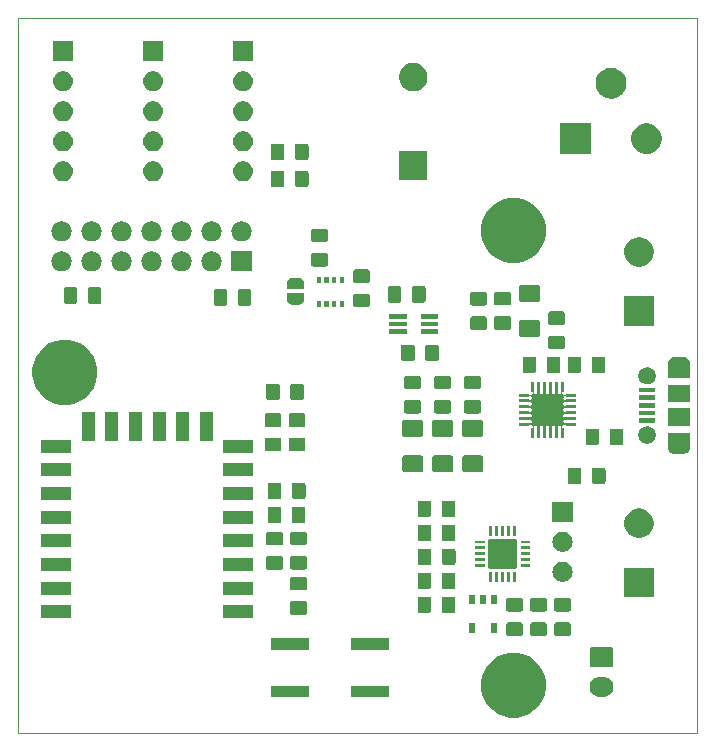
<source format=gbr>
%TF.GenerationSoftware,KiCad,Pcbnew,5.1.4-3.fc30*%
%TF.CreationDate,2019-10-17T14:05:20-04:00*%
%TF.ProjectId,weather_station_pcb,77656174-6865-4725-9f73-746174696f6e,rev?*%
%TF.SameCoordinates,PX4dd8200PY3888440*%
%TF.FileFunction,Soldermask,Top*%
%TF.FilePolarity,Negative*%
%FSLAX46Y46*%
G04 Gerber Fmt 4.6, Leading zero omitted, Abs format (unit mm)*
G04 Created by KiCad (PCBNEW 5.1.4-3.fc30) date 2019-10-17 14:05:20*
%MOMM*%
%LPD*%
G04 APERTURE LIST*
%ADD10C,0.100000*%
G04 APERTURE END LIST*
D10*
X0Y-60500000D02*
X0Y0D01*
X0Y-60500000D02*
X57500000Y-60500000D01*
X57500000Y0D02*
X57500000Y-60500000D01*
X0Y0D02*
X57500000Y0D01*
G36*
X42802144Y-53855680D02*
G01*
X43302612Y-54062981D01*
X43753022Y-54363935D01*
X44136065Y-54746978D01*
X44437019Y-55197388D01*
X44644320Y-55697856D01*
X44750000Y-56229147D01*
X44750000Y-56770853D01*
X44644320Y-57302144D01*
X44437019Y-57802612D01*
X44136065Y-58253022D01*
X43753022Y-58636065D01*
X43302612Y-58937019D01*
X42802144Y-59144320D01*
X42270853Y-59250000D01*
X41729147Y-59250000D01*
X41197856Y-59144320D01*
X40697388Y-58937019D01*
X40246978Y-58636065D01*
X39863935Y-58253022D01*
X39562981Y-57802612D01*
X39355680Y-57302144D01*
X39250000Y-56770853D01*
X39250000Y-56229147D01*
X39355680Y-55697856D01*
X39562981Y-55197388D01*
X39863935Y-54746978D01*
X40246978Y-54363935D01*
X40697388Y-54062981D01*
X41197856Y-53855680D01*
X41729147Y-53750000D01*
X42270853Y-53750000D01*
X42802144Y-53855680D01*
X42802144Y-53855680D01*
G37*
G36*
X31451400Y-57521600D02*
G01*
X28251400Y-57521600D01*
X28251400Y-56521600D01*
X31451400Y-56521600D01*
X31451400Y-57521600D01*
X31451400Y-57521600D01*
G37*
G36*
X24651400Y-57521600D02*
G01*
X21451400Y-57521600D01*
X21451400Y-56521600D01*
X24651400Y-56521600D01*
X24651400Y-57521600D01*
X24651400Y-57521600D01*
G37*
G36*
X49755027Y-55794899D02*
G01*
X49835142Y-55819201D01*
X49915255Y-55843503D01*
X49915257Y-55843504D01*
X50062918Y-55922431D01*
X50192349Y-56028651D01*
X50298569Y-56158082D01*
X50377496Y-56305743D01*
X50426101Y-56465973D01*
X50442512Y-56632600D01*
X50426101Y-56799227D01*
X50377496Y-56959457D01*
X50298569Y-57107118D01*
X50192349Y-57236549D01*
X50062918Y-57342769D01*
X49915257Y-57421696D01*
X49915255Y-57421697D01*
X49835142Y-57445998D01*
X49755027Y-57470301D01*
X49630152Y-57482600D01*
X49246648Y-57482600D01*
X49121773Y-57470301D01*
X49041658Y-57445998D01*
X48961545Y-57421697D01*
X48961543Y-57421696D01*
X48813882Y-57342769D01*
X48684451Y-57236549D01*
X48578231Y-57107118D01*
X48499304Y-56959457D01*
X48450699Y-56799227D01*
X48434288Y-56632600D01*
X48450699Y-56465973D01*
X48499304Y-56305743D01*
X48578231Y-56158082D01*
X48684451Y-56028651D01*
X48813882Y-55922431D01*
X48961543Y-55843504D01*
X48961545Y-55843503D01*
X49041658Y-55819201D01*
X49121773Y-55794899D01*
X49246648Y-55782600D01*
X49630152Y-55782600D01*
X49755027Y-55794899D01*
X49755027Y-55794899D01*
G37*
G36*
X50308077Y-53286301D02*
G01*
X50338309Y-53295473D01*
X50366171Y-53310364D01*
X50390593Y-53330407D01*
X50410636Y-53354829D01*
X50425527Y-53382691D01*
X50434699Y-53412923D01*
X50438400Y-53450505D01*
X50438400Y-54814695D01*
X50434699Y-54852277D01*
X50425527Y-54882509D01*
X50410636Y-54910371D01*
X50390593Y-54934793D01*
X50366171Y-54954836D01*
X50338309Y-54969727D01*
X50308077Y-54978899D01*
X50270495Y-54982600D01*
X48606305Y-54982600D01*
X48568723Y-54978899D01*
X48538491Y-54969727D01*
X48510629Y-54954836D01*
X48486207Y-54934793D01*
X48466164Y-54910371D01*
X48451273Y-54882509D01*
X48442101Y-54852277D01*
X48438400Y-54814695D01*
X48438400Y-53450505D01*
X48442101Y-53412923D01*
X48451273Y-53382691D01*
X48466164Y-53354829D01*
X48486207Y-53330407D01*
X48510629Y-53310364D01*
X48538491Y-53295473D01*
X48568723Y-53286301D01*
X48606305Y-53282600D01*
X50270495Y-53282600D01*
X50308077Y-53286301D01*
X50308077Y-53286301D01*
G37*
G36*
X24651400Y-53521600D02*
G01*
X21451400Y-53521600D01*
X21451400Y-52521600D01*
X24651400Y-52521600D01*
X24651400Y-53521600D01*
X24651400Y-53521600D01*
G37*
G36*
X31451400Y-53521600D02*
G01*
X28251400Y-53521600D01*
X28251400Y-52521600D01*
X31451400Y-52521600D01*
X31451400Y-53521600D01*
X31451400Y-53521600D01*
G37*
G36*
X46691922Y-51166639D02*
G01*
X46725457Y-51176812D01*
X46756356Y-51193328D01*
X46783443Y-51215557D01*
X46805672Y-51242644D01*
X46822188Y-51273543D01*
X46832361Y-51307078D01*
X46836400Y-51348087D01*
X46836400Y-52127113D01*
X46832361Y-52168122D01*
X46822188Y-52201657D01*
X46805672Y-52232556D01*
X46783443Y-52259643D01*
X46756356Y-52281872D01*
X46725457Y-52298388D01*
X46691922Y-52308561D01*
X46650913Y-52312600D01*
X45621887Y-52312600D01*
X45580878Y-52308561D01*
X45547343Y-52298388D01*
X45516444Y-52281872D01*
X45489357Y-52259643D01*
X45467128Y-52232556D01*
X45450612Y-52201657D01*
X45440439Y-52168122D01*
X45436400Y-52127113D01*
X45436400Y-51348087D01*
X45440439Y-51307078D01*
X45450612Y-51273543D01*
X45467128Y-51242644D01*
X45489357Y-51215557D01*
X45516444Y-51193328D01*
X45547343Y-51176812D01*
X45580878Y-51166639D01*
X45621887Y-51162600D01*
X46650913Y-51162600D01*
X46691922Y-51166639D01*
X46691922Y-51166639D01*
G37*
G36*
X44659922Y-51166639D02*
G01*
X44693457Y-51176812D01*
X44724356Y-51193328D01*
X44751443Y-51215557D01*
X44773672Y-51242644D01*
X44790188Y-51273543D01*
X44800361Y-51307078D01*
X44804400Y-51348087D01*
X44804400Y-52127113D01*
X44800361Y-52168122D01*
X44790188Y-52201657D01*
X44773672Y-52232556D01*
X44751443Y-52259643D01*
X44724356Y-52281872D01*
X44693457Y-52298388D01*
X44659922Y-52308561D01*
X44618913Y-52312600D01*
X43589887Y-52312600D01*
X43548878Y-52308561D01*
X43515343Y-52298388D01*
X43484444Y-52281872D01*
X43457357Y-52259643D01*
X43435128Y-52232556D01*
X43418612Y-52201657D01*
X43408439Y-52168122D01*
X43404400Y-52127113D01*
X43404400Y-51348087D01*
X43408439Y-51307078D01*
X43418612Y-51273543D01*
X43435128Y-51242644D01*
X43457357Y-51215557D01*
X43484444Y-51193328D01*
X43515343Y-51176812D01*
X43548878Y-51166639D01*
X43589887Y-51162600D01*
X44618913Y-51162600D01*
X44659922Y-51166639D01*
X44659922Y-51166639D01*
G37*
G36*
X42627922Y-51166639D02*
G01*
X42661457Y-51176812D01*
X42692356Y-51193328D01*
X42719443Y-51215557D01*
X42741672Y-51242644D01*
X42758188Y-51273543D01*
X42768361Y-51307078D01*
X42772400Y-51348087D01*
X42772400Y-52127113D01*
X42768361Y-52168122D01*
X42758188Y-52201657D01*
X42741672Y-52232556D01*
X42719443Y-52259643D01*
X42692356Y-52281872D01*
X42661457Y-52298388D01*
X42627922Y-52308561D01*
X42586913Y-52312600D01*
X41557887Y-52312600D01*
X41516878Y-52308561D01*
X41483343Y-52298388D01*
X41452444Y-52281872D01*
X41425357Y-52259643D01*
X41403128Y-52232556D01*
X41386612Y-52201657D01*
X41376439Y-52168122D01*
X41372400Y-52127113D01*
X41372400Y-51348087D01*
X41376439Y-51307078D01*
X41386612Y-51273543D01*
X41403128Y-51242644D01*
X41425357Y-51215557D01*
X41452444Y-51193328D01*
X41483343Y-51176812D01*
X41516878Y-51166639D01*
X41557887Y-51162600D01*
X42586913Y-51162600D01*
X42627922Y-51166639D01*
X42627922Y-51166639D01*
G37*
G36*
X38730400Y-52049600D02*
G01*
X38180400Y-52049600D01*
X38180400Y-51249600D01*
X38730400Y-51249600D01*
X38730400Y-52049600D01*
X38730400Y-52049600D01*
G37*
G36*
X40630400Y-52049600D02*
G01*
X40080400Y-52049600D01*
X40080400Y-51249600D01*
X40630400Y-51249600D01*
X40630400Y-52049600D01*
X40630400Y-52049600D01*
G37*
G36*
X4517800Y-50821800D02*
G01*
X2017800Y-50821800D01*
X2017800Y-49721800D01*
X4517800Y-49721800D01*
X4517800Y-50821800D01*
X4517800Y-50821800D01*
G37*
G36*
X19917800Y-50821800D02*
G01*
X17417800Y-50821800D01*
X17417800Y-49721800D01*
X19917800Y-49721800D01*
X19917800Y-50821800D01*
X19917800Y-50821800D01*
G37*
G36*
X24339922Y-49379639D02*
G01*
X24373457Y-49389812D01*
X24404356Y-49406328D01*
X24431443Y-49428557D01*
X24453672Y-49455644D01*
X24470188Y-49486543D01*
X24480361Y-49520078D01*
X24484400Y-49561087D01*
X24484400Y-50340113D01*
X24480361Y-50381122D01*
X24470188Y-50414657D01*
X24453672Y-50445556D01*
X24431443Y-50472643D01*
X24404356Y-50494872D01*
X24373457Y-50511388D01*
X24339922Y-50521561D01*
X24298913Y-50525600D01*
X23269887Y-50525600D01*
X23228878Y-50521561D01*
X23195343Y-50511388D01*
X23164444Y-50494872D01*
X23137357Y-50472643D01*
X23115128Y-50445556D01*
X23098612Y-50414657D01*
X23088439Y-50381122D01*
X23084400Y-50340113D01*
X23084400Y-49561087D01*
X23088439Y-49520078D01*
X23098612Y-49486543D01*
X23115128Y-49455644D01*
X23137357Y-49428557D01*
X23164444Y-49406328D01*
X23195343Y-49389812D01*
X23228878Y-49379639D01*
X23269887Y-49375600D01*
X24298913Y-49375600D01*
X24339922Y-49379639D01*
X24339922Y-49379639D01*
G37*
G36*
X34864922Y-48991639D02*
G01*
X34898457Y-49001812D01*
X34929356Y-49018328D01*
X34956443Y-49040557D01*
X34978672Y-49067644D01*
X34995188Y-49098543D01*
X35005361Y-49132078D01*
X35009400Y-49173087D01*
X35009400Y-50202113D01*
X35005361Y-50243122D01*
X34995188Y-50276657D01*
X34978672Y-50307556D01*
X34956443Y-50334643D01*
X34929356Y-50356872D01*
X34898457Y-50373388D01*
X34864922Y-50383561D01*
X34823913Y-50387600D01*
X34044887Y-50387600D01*
X34003878Y-50383561D01*
X33970343Y-50373388D01*
X33939444Y-50356872D01*
X33912357Y-50334643D01*
X33890128Y-50307556D01*
X33873612Y-50276657D01*
X33863439Y-50243122D01*
X33859400Y-50202113D01*
X33859400Y-49173087D01*
X33863439Y-49132078D01*
X33873612Y-49098543D01*
X33890128Y-49067644D01*
X33912357Y-49040557D01*
X33939444Y-49018328D01*
X33970343Y-49001812D01*
X34003878Y-48991639D01*
X34044887Y-48987600D01*
X34823913Y-48987600D01*
X34864922Y-48991639D01*
X34864922Y-48991639D01*
G37*
G36*
X36914922Y-48991639D02*
G01*
X36948457Y-49001812D01*
X36979356Y-49018328D01*
X37006443Y-49040557D01*
X37028672Y-49067644D01*
X37045188Y-49098543D01*
X37055361Y-49132078D01*
X37059400Y-49173087D01*
X37059400Y-50202113D01*
X37055361Y-50243122D01*
X37045188Y-50276657D01*
X37028672Y-50307556D01*
X37006443Y-50334643D01*
X36979356Y-50356872D01*
X36948457Y-50373388D01*
X36914922Y-50383561D01*
X36873913Y-50387600D01*
X36094887Y-50387600D01*
X36053878Y-50383561D01*
X36020343Y-50373388D01*
X35989444Y-50356872D01*
X35962357Y-50334643D01*
X35940128Y-50307556D01*
X35923612Y-50276657D01*
X35913439Y-50243122D01*
X35909400Y-50202113D01*
X35909400Y-49173087D01*
X35913439Y-49132078D01*
X35923612Y-49098543D01*
X35940128Y-49067644D01*
X35962357Y-49040557D01*
X35989444Y-49018328D01*
X36020343Y-49001812D01*
X36053878Y-48991639D01*
X36094887Y-48987600D01*
X36873913Y-48987600D01*
X36914922Y-48991639D01*
X36914922Y-48991639D01*
G37*
G36*
X46691922Y-49116639D02*
G01*
X46725457Y-49126812D01*
X46756356Y-49143328D01*
X46783443Y-49165557D01*
X46805672Y-49192644D01*
X46822188Y-49223543D01*
X46832361Y-49257078D01*
X46836400Y-49298087D01*
X46836400Y-50077113D01*
X46832361Y-50118122D01*
X46822188Y-50151657D01*
X46805672Y-50182556D01*
X46783443Y-50209643D01*
X46756356Y-50231872D01*
X46725457Y-50248388D01*
X46691922Y-50258561D01*
X46650913Y-50262600D01*
X45621887Y-50262600D01*
X45580878Y-50258561D01*
X45547343Y-50248388D01*
X45516444Y-50231872D01*
X45489357Y-50209643D01*
X45467128Y-50182556D01*
X45450612Y-50151657D01*
X45440439Y-50118122D01*
X45436400Y-50077113D01*
X45436400Y-49298087D01*
X45440439Y-49257078D01*
X45450612Y-49223543D01*
X45467128Y-49192644D01*
X45489357Y-49165557D01*
X45516444Y-49143328D01*
X45547343Y-49126812D01*
X45580878Y-49116639D01*
X45621887Y-49112600D01*
X46650913Y-49112600D01*
X46691922Y-49116639D01*
X46691922Y-49116639D01*
G37*
G36*
X44659922Y-49116639D02*
G01*
X44693457Y-49126812D01*
X44724356Y-49143328D01*
X44751443Y-49165557D01*
X44773672Y-49192644D01*
X44790188Y-49223543D01*
X44800361Y-49257078D01*
X44804400Y-49298087D01*
X44804400Y-50077113D01*
X44800361Y-50118122D01*
X44790188Y-50151657D01*
X44773672Y-50182556D01*
X44751443Y-50209643D01*
X44724356Y-50231872D01*
X44693457Y-50248388D01*
X44659922Y-50258561D01*
X44618913Y-50262600D01*
X43589887Y-50262600D01*
X43548878Y-50258561D01*
X43515343Y-50248388D01*
X43484444Y-50231872D01*
X43457357Y-50209643D01*
X43435128Y-50182556D01*
X43418612Y-50151657D01*
X43408439Y-50118122D01*
X43404400Y-50077113D01*
X43404400Y-49298087D01*
X43408439Y-49257078D01*
X43418612Y-49223543D01*
X43435128Y-49192644D01*
X43457357Y-49165557D01*
X43484444Y-49143328D01*
X43515343Y-49126812D01*
X43548878Y-49116639D01*
X43589887Y-49112600D01*
X44618913Y-49112600D01*
X44659922Y-49116639D01*
X44659922Y-49116639D01*
G37*
G36*
X42627922Y-49116639D02*
G01*
X42661457Y-49126812D01*
X42692356Y-49143328D01*
X42719443Y-49165557D01*
X42741672Y-49192644D01*
X42758188Y-49223543D01*
X42768361Y-49257078D01*
X42772400Y-49298087D01*
X42772400Y-50077113D01*
X42768361Y-50118122D01*
X42758188Y-50151657D01*
X42741672Y-50182556D01*
X42719443Y-50209643D01*
X42692356Y-50231872D01*
X42661457Y-50248388D01*
X42627922Y-50258561D01*
X42586913Y-50262600D01*
X41557887Y-50262600D01*
X41516878Y-50258561D01*
X41483343Y-50248388D01*
X41452444Y-50231872D01*
X41425357Y-50209643D01*
X41403128Y-50182556D01*
X41386612Y-50151657D01*
X41376439Y-50118122D01*
X41372400Y-50077113D01*
X41372400Y-49298087D01*
X41376439Y-49257078D01*
X41386612Y-49223543D01*
X41403128Y-49192644D01*
X41425357Y-49165557D01*
X41452444Y-49143328D01*
X41483343Y-49126812D01*
X41516878Y-49116639D01*
X41557887Y-49112600D01*
X42586913Y-49112600D01*
X42627922Y-49116639D01*
X42627922Y-49116639D01*
G37*
G36*
X40630400Y-49649600D02*
G01*
X40080400Y-49649600D01*
X40080400Y-48849600D01*
X40630400Y-48849600D01*
X40630400Y-49649600D01*
X40630400Y-49649600D01*
G37*
G36*
X38730400Y-49649600D02*
G01*
X38180400Y-49649600D01*
X38180400Y-48849600D01*
X38730400Y-48849600D01*
X38730400Y-49649600D01*
X38730400Y-49649600D01*
G37*
G36*
X39680400Y-49649600D02*
G01*
X39130400Y-49649600D01*
X39130400Y-48849600D01*
X39680400Y-48849600D01*
X39680400Y-49649600D01*
X39680400Y-49649600D01*
G37*
G36*
X53863400Y-49032600D02*
G01*
X51363400Y-49032600D01*
X51363400Y-46532600D01*
X53863400Y-46532600D01*
X53863400Y-49032600D01*
X53863400Y-49032600D01*
G37*
G36*
X4517800Y-48821800D02*
G01*
X2017800Y-48821800D01*
X2017800Y-47721800D01*
X4517800Y-47721800D01*
X4517800Y-48821800D01*
X4517800Y-48821800D01*
G37*
G36*
X19917800Y-48821800D02*
G01*
X17417800Y-48821800D01*
X17417800Y-47721800D01*
X19917800Y-47721800D01*
X19917800Y-48821800D01*
X19917800Y-48821800D01*
G37*
G36*
X24339922Y-47329639D02*
G01*
X24373457Y-47339812D01*
X24404356Y-47356328D01*
X24431443Y-47378557D01*
X24453672Y-47405644D01*
X24470188Y-47436543D01*
X24480361Y-47470078D01*
X24484400Y-47511087D01*
X24484400Y-48290113D01*
X24480361Y-48331122D01*
X24470188Y-48364657D01*
X24453672Y-48395556D01*
X24431443Y-48422643D01*
X24404356Y-48444872D01*
X24373457Y-48461388D01*
X24339922Y-48471561D01*
X24298913Y-48475600D01*
X23269887Y-48475600D01*
X23228878Y-48471561D01*
X23195343Y-48461388D01*
X23164444Y-48444872D01*
X23137357Y-48422643D01*
X23115128Y-48395556D01*
X23098612Y-48364657D01*
X23088439Y-48331122D01*
X23084400Y-48290113D01*
X23084400Y-47511087D01*
X23088439Y-47470078D01*
X23098612Y-47436543D01*
X23115128Y-47405644D01*
X23137357Y-47378557D01*
X23164444Y-47356328D01*
X23195343Y-47339812D01*
X23228878Y-47329639D01*
X23269887Y-47325600D01*
X24298913Y-47325600D01*
X24339922Y-47329639D01*
X24339922Y-47329639D01*
G37*
G36*
X36914922Y-46959639D02*
G01*
X36948457Y-46969812D01*
X36979356Y-46986328D01*
X37006443Y-47008557D01*
X37028672Y-47035644D01*
X37045188Y-47066543D01*
X37055361Y-47100078D01*
X37059400Y-47141087D01*
X37059400Y-48170113D01*
X37055361Y-48211122D01*
X37045188Y-48244657D01*
X37028672Y-48275556D01*
X37006443Y-48302643D01*
X36979356Y-48324872D01*
X36948457Y-48341388D01*
X36914922Y-48351561D01*
X36873913Y-48355600D01*
X36094887Y-48355600D01*
X36053878Y-48351561D01*
X36020343Y-48341388D01*
X35989444Y-48324872D01*
X35962357Y-48302643D01*
X35940128Y-48275556D01*
X35923612Y-48244657D01*
X35913439Y-48211122D01*
X35909400Y-48170113D01*
X35909400Y-47141087D01*
X35913439Y-47100078D01*
X35923612Y-47066543D01*
X35940128Y-47035644D01*
X35962357Y-47008557D01*
X35989444Y-46986328D01*
X36020343Y-46969812D01*
X36053878Y-46959639D01*
X36094887Y-46955600D01*
X36873913Y-46955600D01*
X36914922Y-46959639D01*
X36914922Y-46959639D01*
G37*
G36*
X34864922Y-46959639D02*
G01*
X34898457Y-46969812D01*
X34929356Y-46986328D01*
X34956443Y-47008557D01*
X34978672Y-47035644D01*
X34995188Y-47066543D01*
X35005361Y-47100078D01*
X35009400Y-47141087D01*
X35009400Y-48170113D01*
X35005361Y-48211122D01*
X34995188Y-48244657D01*
X34978672Y-48275556D01*
X34956443Y-48302643D01*
X34929356Y-48324872D01*
X34898457Y-48341388D01*
X34864922Y-48351561D01*
X34823913Y-48355600D01*
X34044887Y-48355600D01*
X34003878Y-48351561D01*
X33970343Y-48341388D01*
X33939444Y-48324872D01*
X33912357Y-48302643D01*
X33890128Y-48275556D01*
X33873612Y-48244657D01*
X33863439Y-48211122D01*
X33859400Y-48170113D01*
X33859400Y-47141087D01*
X33863439Y-47100078D01*
X33873612Y-47066543D01*
X33890128Y-47035644D01*
X33912357Y-47008557D01*
X33939444Y-46986328D01*
X33970343Y-46969812D01*
X34003878Y-46959639D01*
X34044887Y-46955600D01*
X34823913Y-46955600D01*
X34864922Y-46959639D01*
X34864922Y-46959639D01*
G37*
G36*
X46303027Y-46055899D02*
G01*
X46361383Y-46073601D01*
X46463255Y-46104503D01*
X46463257Y-46104504D01*
X46610918Y-46183431D01*
X46740349Y-46289651D01*
X46846569Y-46419082D01*
X46917936Y-46552600D01*
X46925497Y-46566745D01*
X46928073Y-46575238D01*
X46974101Y-46726973D01*
X46990512Y-46893600D01*
X46974101Y-47060227D01*
X46925496Y-47220457D01*
X46846569Y-47368118D01*
X46740349Y-47497549D01*
X46610918Y-47603769D01*
X46511143Y-47657100D01*
X46463255Y-47682697D01*
X46383142Y-47706999D01*
X46303027Y-47731301D01*
X46178152Y-47743600D01*
X46094648Y-47743600D01*
X45969773Y-47731301D01*
X45889658Y-47706999D01*
X45809545Y-47682697D01*
X45761657Y-47657100D01*
X45661882Y-47603769D01*
X45532451Y-47497549D01*
X45426231Y-47368118D01*
X45347304Y-47220457D01*
X45298699Y-47060227D01*
X45282288Y-46893600D01*
X45298699Y-46726973D01*
X45344727Y-46575238D01*
X45347303Y-46566745D01*
X45354864Y-46552600D01*
X45426231Y-46419082D01*
X45532451Y-46289651D01*
X45661882Y-46183431D01*
X45809543Y-46104504D01*
X45809545Y-46104503D01*
X45911417Y-46073601D01*
X45969773Y-46055899D01*
X46094648Y-46043600D01*
X46178152Y-46043600D01*
X46303027Y-46055899D01*
X46303027Y-46055899D01*
G37*
G36*
X40680849Y-46895151D02*
G01*
X40681400Y-46900741D01*
X40681400Y-47713459D01*
X40680849Y-47719049D01*
X40675259Y-47719600D01*
X40437541Y-47719600D01*
X40431951Y-47719049D01*
X40431400Y-47713459D01*
X40431400Y-46900741D01*
X40431951Y-46895151D01*
X40437541Y-46894600D01*
X40675259Y-46894600D01*
X40680849Y-46895151D01*
X40680849Y-46895151D01*
G37*
G36*
X42180849Y-46895151D02*
G01*
X42181400Y-46900741D01*
X42181400Y-47713459D01*
X42180849Y-47719049D01*
X42175259Y-47719600D01*
X41937541Y-47719600D01*
X41931951Y-47719049D01*
X41931400Y-47713459D01*
X41931400Y-46900741D01*
X41931951Y-46895151D01*
X41937541Y-46894600D01*
X42175259Y-46894600D01*
X42180849Y-46895151D01*
X42180849Y-46895151D01*
G37*
G36*
X41680849Y-46895151D02*
G01*
X41681400Y-46900741D01*
X41681400Y-47713459D01*
X41680849Y-47719049D01*
X41675259Y-47719600D01*
X41437541Y-47719600D01*
X41431951Y-47719049D01*
X41431400Y-47713459D01*
X41431400Y-46900741D01*
X41431951Y-46895151D01*
X41437541Y-46894600D01*
X41675259Y-46894600D01*
X41680849Y-46895151D01*
X41680849Y-46895151D01*
G37*
G36*
X41180849Y-46895151D02*
G01*
X41181400Y-46900741D01*
X41181400Y-47713459D01*
X41180849Y-47719049D01*
X41175259Y-47719600D01*
X40937541Y-47719600D01*
X40931951Y-47719049D01*
X40931400Y-47713459D01*
X40931400Y-46900741D01*
X40931951Y-46895151D01*
X40937541Y-46894600D01*
X41175259Y-46894600D01*
X41180849Y-46895151D01*
X41180849Y-46895151D01*
G37*
G36*
X40180849Y-46895151D02*
G01*
X40181400Y-46900741D01*
X40181400Y-47713459D01*
X40180849Y-47719049D01*
X40175259Y-47719600D01*
X39937541Y-47719600D01*
X39931951Y-47719049D01*
X39931400Y-47713459D01*
X39931400Y-46900741D01*
X39931951Y-46895151D01*
X39937541Y-46894600D01*
X40175259Y-46894600D01*
X40180849Y-46895151D01*
X40180849Y-46895151D01*
G37*
G36*
X19917800Y-46821800D02*
G01*
X17417800Y-46821800D01*
X17417800Y-45721800D01*
X19917800Y-45721800D01*
X19917800Y-46821800D01*
X19917800Y-46821800D01*
G37*
G36*
X4517800Y-46821800D02*
G01*
X2017800Y-46821800D01*
X2017800Y-45721800D01*
X4517800Y-45721800D01*
X4517800Y-46821800D01*
X4517800Y-46821800D01*
G37*
G36*
X22307922Y-45569639D02*
G01*
X22341457Y-45579812D01*
X22372356Y-45596328D01*
X22399443Y-45618557D01*
X22421672Y-45645644D01*
X22438188Y-45676543D01*
X22448361Y-45710078D01*
X22452400Y-45751087D01*
X22452400Y-46530113D01*
X22448361Y-46571122D01*
X22438188Y-46604657D01*
X22421672Y-46635556D01*
X22399443Y-46662643D01*
X22372356Y-46684872D01*
X22341457Y-46701388D01*
X22307922Y-46711561D01*
X22266913Y-46715600D01*
X21237887Y-46715600D01*
X21196878Y-46711561D01*
X21163343Y-46701388D01*
X21132444Y-46684872D01*
X21105357Y-46662643D01*
X21083128Y-46635556D01*
X21066612Y-46604657D01*
X21056439Y-46571122D01*
X21052400Y-46530113D01*
X21052400Y-45751087D01*
X21056439Y-45710078D01*
X21066612Y-45676543D01*
X21083128Y-45645644D01*
X21105357Y-45618557D01*
X21132444Y-45596328D01*
X21163343Y-45579812D01*
X21196878Y-45569639D01*
X21237887Y-45565600D01*
X22266913Y-45565600D01*
X22307922Y-45569639D01*
X22307922Y-45569639D01*
G37*
G36*
X24339922Y-45560639D02*
G01*
X24373457Y-45570812D01*
X24404356Y-45587328D01*
X24431443Y-45609557D01*
X24453672Y-45636644D01*
X24470188Y-45667543D01*
X24480361Y-45701078D01*
X24484400Y-45742087D01*
X24484400Y-46521113D01*
X24480361Y-46562122D01*
X24470188Y-46595657D01*
X24453672Y-46626556D01*
X24431443Y-46653643D01*
X24404356Y-46675872D01*
X24373457Y-46692388D01*
X24339922Y-46702561D01*
X24298913Y-46706600D01*
X23269887Y-46706600D01*
X23228878Y-46702561D01*
X23195343Y-46692388D01*
X23164444Y-46675872D01*
X23137357Y-46653643D01*
X23115128Y-46626556D01*
X23098612Y-46595657D01*
X23088439Y-46562122D01*
X23084400Y-46521113D01*
X23084400Y-45742087D01*
X23088439Y-45701078D01*
X23098612Y-45667543D01*
X23115128Y-45636644D01*
X23137357Y-45609557D01*
X23164444Y-45587328D01*
X23195343Y-45570812D01*
X23228878Y-45560639D01*
X23269887Y-45556600D01*
X24298913Y-45556600D01*
X24339922Y-45560639D01*
X24339922Y-45560639D01*
G37*
G36*
X42185544Y-44123075D02*
G01*
X42213571Y-44131577D01*
X42239400Y-44145383D01*
X42262038Y-44163962D01*
X42280617Y-44186600D01*
X42294423Y-44212429D01*
X42302925Y-44240456D01*
X42306400Y-44275740D01*
X42306400Y-46463460D01*
X42302925Y-46498744D01*
X42294423Y-46526771D01*
X42280617Y-46552600D01*
X42262038Y-46575238D01*
X42239400Y-46593817D01*
X42213571Y-46607623D01*
X42185544Y-46616125D01*
X42150260Y-46619600D01*
X39962540Y-46619600D01*
X39927256Y-46616125D01*
X39899229Y-46607623D01*
X39873400Y-46593817D01*
X39850762Y-46575238D01*
X39832183Y-46552600D01*
X39818377Y-46526771D01*
X39809875Y-46498744D01*
X39806400Y-46463460D01*
X39806400Y-44275740D01*
X39809875Y-44240456D01*
X39818377Y-44212429D01*
X39832183Y-44186600D01*
X39850762Y-44163962D01*
X39873400Y-44145383D01*
X39899229Y-44131577D01*
X39927256Y-44123075D01*
X39962540Y-44119600D01*
X42150260Y-44119600D01*
X42185544Y-44123075D01*
X42185544Y-44123075D01*
G37*
G36*
X39530849Y-46245151D02*
G01*
X39531400Y-46250741D01*
X39531400Y-46488459D01*
X39530849Y-46494049D01*
X39525259Y-46494600D01*
X38712541Y-46494600D01*
X38706951Y-46494049D01*
X38706400Y-46488459D01*
X38706400Y-46250741D01*
X38706951Y-46245151D01*
X38712541Y-46244600D01*
X39525259Y-46244600D01*
X39530849Y-46245151D01*
X39530849Y-46245151D01*
G37*
G36*
X43405849Y-46245151D02*
G01*
X43406400Y-46250741D01*
X43406400Y-46488459D01*
X43405849Y-46494049D01*
X43400259Y-46494600D01*
X42587541Y-46494600D01*
X42581951Y-46494049D01*
X42581400Y-46488459D01*
X42581400Y-46250741D01*
X42581951Y-46245151D01*
X42587541Y-46244600D01*
X43400259Y-46244600D01*
X43405849Y-46245151D01*
X43405849Y-46245151D01*
G37*
G36*
X34882922Y-44927639D02*
G01*
X34916457Y-44937812D01*
X34947356Y-44954328D01*
X34974443Y-44976557D01*
X34996672Y-45003644D01*
X35013188Y-45034543D01*
X35023361Y-45068078D01*
X35027400Y-45109087D01*
X35027400Y-46138113D01*
X35023361Y-46179122D01*
X35013188Y-46212657D01*
X34996672Y-46243556D01*
X34974443Y-46270643D01*
X34947356Y-46292872D01*
X34916457Y-46309388D01*
X34882922Y-46319561D01*
X34841913Y-46323600D01*
X34062887Y-46323600D01*
X34021878Y-46319561D01*
X33988343Y-46309388D01*
X33957444Y-46292872D01*
X33930357Y-46270643D01*
X33908128Y-46243556D01*
X33891612Y-46212657D01*
X33881439Y-46179122D01*
X33877400Y-46138113D01*
X33877400Y-45109087D01*
X33881439Y-45068078D01*
X33891612Y-45034543D01*
X33908128Y-45003644D01*
X33930357Y-44976557D01*
X33957444Y-44954328D01*
X33988343Y-44937812D01*
X34021878Y-44927639D01*
X34062887Y-44923600D01*
X34841913Y-44923600D01*
X34882922Y-44927639D01*
X34882922Y-44927639D01*
G37*
G36*
X36932922Y-44927639D02*
G01*
X36966457Y-44937812D01*
X36997356Y-44954328D01*
X37024443Y-44976557D01*
X37046672Y-45003644D01*
X37063188Y-45034543D01*
X37073361Y-45068078D01*
X37077400Y-45109087D01*
X37077400Y-46138113D01*
X37073361Y-46179122D01*
X37063188Y-46212657D01*
X37046672Y-46243556D01*
X37024443Y-46270643D01*
X36997356Y-46292872D01*
X36966457Y-46309388D01*
X36932922Y-46319561D01*
X36891913Y-46323600D01*
X36112887Y-46323600D01*
X36071878Y-46319561D01*
X36038343Y-46309388D01*
X36007444Y-46292872D01*
X35980357Y-46270643D01*
X35958128Y-46243556D01*
X35941612Y-46212657D01*
X35931439Y-46179122D01*
X35927400Y-46138113D01*
X35927400Y-45109087D01*
X35931439Y-45068078D01*
X35941612Y-45034543D01*
X35958128Y-45003644D01*
X35980357Y-44976557D01*
X36007444Y-44954328D01*
X36038343Y-44937812D01*
X36071878Y-44927639D01*
X36112887Y-44923600D01*
X36891913Y-44923600D01*
X36932922Y-44927639D01*
X36932922Y-44927639D01*
G37*
G36*
X43405849Y-45745151D02*
G01*
X43406400Y-45750741D01*
X43406400Y-45988459D01*
X43405849Y-45994049D01*
X43400259Y-45994600D01*
X42587541Y-45994600D01*
X42581951Y-45994049D01*
X42581400Y-45988459D01*
X42581400Y-45750741D01*
X42581951Y-45745151D01*
X42587541Y-45744600D01*
X43400259Y-45744600D01*
X43405849Y-45745151D01*
X43405849Y-45745151D01*
G37*
G36*
X39530849Y-45745151D02*
G01*
X39531400Y-45750741D01*
X39531400Y-45988459D01*
X39530849Y-45994049D01*
X39525259Y-45994600D01*
X38712541Y-45994600D01*
X38706951Y-45994049D01*
X38706400Y-45988459D01*
X38706400Y-45750741D01*
X38706951Y-45745151D01*
X38712541Y-45744600D01*
X39525259Y-45744600D01*
X39530849Y-45745151D01*
X39530849Y-45745151D01*
G37*
G36*
X39530849Y-45245151D02*
G01*
X39531400Y-45250741D01*
X39531400Y-45488459D01*
X39530849Y-45494049D01*
X39525259Y-45494600D01*
X38712541Y-45494600D01*
X38706951Y-45494049D01*
X38706400Y-45488459D01*
X38706400Y-45250741D01*
X38706951Y-45245151D01*
X38712541Y-45244600D01*
X39525259Y-45244600D01*
X39530849Y-45245151D01*
X39530849Y-45245151D01*
G37*
G36*
X43405849Y-45245151D02*
G01*
X43406400Y-45250741D01*
X43406400Y-45488459D01*
X43405849Y-45494049D01*
X43400259Y-45494600D01*
X42587541Y-45494600D01*
X42581951Y-45494049D01*
X42581400Y-45488459D01*
X42581400Y-45250741D01*
X42581951Y-45245151D01*
X42587541Y-45244600D01*
X43400259Y-45244600D01*
X43405849Y-45245151D01*
X43405849Y-45245151D01*
G37*
G36*
X46303027Y-43515899D02*
G01*
X46348892Y-43529812D01*
X46463255Y-43564503D01*
X46463257Y-43564504D01*
X46610918Y-43643431D01*
X46740349Y-43749651D01*
X46846569Y-43879082D01*
X46925496Y-44026743D01*
X46974101Y-44186973D01*
X46990512Y-44353600D01*
X46974101Y-44520227D01*
X46963657Y-44554657D01*
X46935776Y-44646570D01*
X46925496Y-44680457D01*
X46846569Y-44828118D01*
X46740349Y-44957549D01*
X46610918Y-45063769D01*
X46496687Y-45124827D01*
X46463255Y-45142697D01*
X46383142Y-45166999D01*
X46303027Y-45191301D01*
X46178152Y-45203600D01*
X46094648Y-45203600D01*
X45969773Y-45191301D01*
X45889658Y-45166999D01*
X45809545Y-45142697D01*
X45776113Y-45124827D01*
X45661882Y-45063769D01*
X45532451Y-44957549D01*
X45426231Y-44828118D01*
X45347304Y-44680457D01*
X45337025Y-44646570D01*
X45309143Y-44554657D01*
X45298699Y-44520227D01*
X45282288Y-44353600D01*
X45298699Y-44186973D01*
X45347304Y-44026743D01*
X45426231Y-43879082D01*
X45532451Y-43749651D01*
X45661882Y-43643431D01*
X45809543Y-43564504D01*
X45809545Y-43564503D01*
X45923908Y-43529812D01*
X45969773Y-43515899D01*
X46094648Y-43503600D01*
X46178152Y-43503600D01*
X46303027Y-43515899D01*
X46303027Y-43515899D01*
G37*
G36*
X39530849Y-44745151D02*
G01*
X39531400Y-44750741D01*
X39531400Y-44988459D01*
X39530849Y-44994049D01*
X39525259Y-44994600D01*
X38712541Y-44994600D01*
X38706951Y-44994049D01*
X38706400Y-44988459D01*
X38706400Y-44750741D01*
X38706951Y-44745151D01*
X38712541Y-44744600D01*
X39525259Y-44744600D01*
X39530849Y-44745151D01*
X39530849Y-44745151D01*
G37*
G36*
X43405849Y-44745151D02*
G01*
X43406400Y-44750741D01*
X43406400Y-44988459D01*
X43405849Y-44994049D01*
X43400259Y-44994600D01*
X42587541Y-44994600D01*
X42581951Y-44994049D01*
X42581400Y-44988459D01*
X42581400Y-44750741D01*
X42581951Y-44745151D01*
X42587541Y-44744600D01*
X43400259Y-44744600D01*
X43405849Y-44745151D01*
X43405849Y-44745151D01*
G37*
G36*
X19917800Y-44821800D02*
G01*
X17417800Y-44821800D01*
X17417800Y-43721800D01*
X19917800Y-43721800D01*
X19917800Y-44821800D01*
X19917800Y-44821800D01*
G37*
G36*
X4517800Y-44821800D02*
G01*
X2017800Y-44821800D01*
X2017800Y-43721800D01*
X4517800Y-43721800D01*
X4517800Y-44821800D01*
X4517800Y-44821800D01*
G37*
G36*
X22307922Y-43519639D02*
G01*
X22341457Y-43529812D01*
X22372356Y-43546328D01*
X22399443Y-43568557D01*
X22421672Y-43595644D01*
X22438188Y-43626543D01*
X22448361Y-43660078D01*
X22452400Y-43701087D01*
X22452400Y-44480113D01*
X22448361Y-44521122D01*
X22438188Y-44554657D01*
X22421672Y-44585556D01*
X22399443Y-44612643D01*
X22372356Y-44634872D01*
X22341457Y-44651388D01*
X22307922Y-44661561D01*
X22266913Y-44665600D01*
X21237887Y-44665600D01*
X21196878Y-44661561D01*
X21163343Y-44651388D01*
X21132444Y-44634872D01*
X21105357Y-44612643D01*
X21083128Y-44585556D01*
X21066612Y-44554657D01*
X21056439Y-44521122D01*
X21052400Y-44480113D01*
X21052400Y-43701087D01*
X21056439Y-43660078D01*
X21066612Y-43626543D01*
X21083128Y-43595644D01*
X21105357Y-43568557D01*
X21132444Y-43546328D01*
X21163343Y-43529812D01*
X21196878Y-43519639D01*
X21237887Y-43515600D01*
X22266913Y-43515600D01*
X22307922Y-43519639D01*
X22307922Y-43519639D01*
G37*
G36*
X24339922Y-43510639D02*
G01*
X24373457Y-43520812D01*
X24404356Y-43537328D01*
X24431443Y-43559557D01*
X24453672Y-43586644D01*
X24470188Y-43617543D01*
X24480361Y-43651078D01*
X24484400Y-43692087D01*
X24484400Y-44471113D01*
X24480361Y-44512122D01*
X24470188Y-44545657D01*
X24453672Y-44576556D01*
X24431443Y-44603643D01*
X24404356Y-44625872D01*
X24373457Y-44642388D01*
X24339922Y-44652561D01*
X24298913Y-44656600D01*
X23269887Y-44656600D01*
X23228878Y-44652561D01*
X23195343Y-44642388D01*
X23164444Y-44625872D01*
X23137357Y-44603643D01*
X23115128Y-44576556D01*
X23098612Y-44545657D01*
X23088439Y-44512122D01*
X23084400Y-44471113D01*
X23084400Y-43692087D01*
X23088439Y-43651078D01*
X23098612Y-43617543D01*
X23115128Y-43586644D01*
X23137357Y-43559557D01*
X23164444Y-43537328D01*
X23195343Y-43520812D01*
X23228878Y-43510639D01*
X23269887Y-43506600D01*
X24298913Y-43506600D01*
X24339922Y-43510639D01*
X24339922Y-43510639D01*
G37*
G36*
X39530849Y-44245151D02*
G01*
X39531400Y-44250741D01*
X39531400Y-44488459D01*
X39530849Y-44494049D01*
X39525259Y-44494600D01*
X38712541Y-44494600D01*
X38706951Y-44494049D01*
X38706400Y-44488459D01*
X38706400Y-44250741D01*
X38706951Y-44245151D01*
X38712541Y-44244600D01*
X39525259Y-44244600D01*
X39530849Y-44245151D01*
X39530849Y-44245151D01*
G37*
G36*
X43405849Y-44245151D02*
G01*
X43406400Y-44250741D01*
X43406400Y-44488459D01*
X43405849Y-44494049D01*
X43400259Y-44494600D01*
X42587541Y-44494600D01*
X42581951Y-44494049D01*
X42581400Y-44488459D01*
X42581400Y-44250741D01*
X42581951Y-44245151D01*
X42587541Y-44244600D01*
X43400259Y-44244600D01*
X43405849Y-44245151D01*
X43405849Y-44245151D01*
G37*
G36*
X36923922Y-42895639D02*
G01*
X36957457Y-42905812D01*
X36988356Y-42922328D01*
X37015443Y-42944557D01*
X37037672Y-42971644D01*
X37054188Y-43002543D01*
X37064361Y-43036078D01*
X37068400Y-43077087D01*
X37068400Y-44106113D01*
X37064361Y-44147122D01*
X37054188Y-44180657D01*
X37037672Y-44211556D01*
X37015443Y-44238643D01*
X36988356Y-44260872D01*
X36957457Y-44277388D01*
X36923922Y-44287561D01*
X36882913Y-44291600D01*
X36103887Y-44291600D01*
X36062878Y-44287561D01*
X36029343Y-44277388D01*
X35998444Y-44260872D01*
X35971357Y-44238643D01*
X35949128Y-44211556D01*
X35932612Y-44180657D01*
X35922439Y-44147122D01*
X35918400Y-44106113D01*
X35918400Y-43077087D01*
X35922439Y-43036078D01*
X35932612Y-43002543D01*
X35949128Y-42971644D01*
X35971357Y-42944557D01*
X35998444Y-42922328D01*
X36029343Y-42905812D01*
X36062878Y-42895639D01*
X36103887Y-42891600D01*
X36882913Y-42891600D01*
X36923922Y-42895639D01*
X36923922Y-42895639D01*
G37*
G36*
X34873922Y-42895639D02*
G01*
X34907457Y-42905812D01*
X34938356Y-42922328D01*
X34965443Y-42944557D01*
X34987672Y-42971644D01*
X35004188Y-43002543D01*
X35014361Y-43036078D01*
X35018400Y-43077087D01*
X35018400Y-44106113D01*
X35014361Y-44147122D01*
X35004188Y-44180657D01*
X34987672Y-44211556D01*
X34965443Y-44238643D01*
X34938356Y-44260872D01*
X34907457Y-44277388D01*
X34873922Y-44287561D01*
X34832913Y-44291600D01*
X34053887Y-44291600D01*
X34012878Y-44287561D01*
X33979343Y-44277388D01*
X33948444Y-44260872D01*
X33921357Y-44238643D01*
X33899128Y-44211556D01*
X33882612Y-44180657D01*
X33872439Y-44147122D01*
X33868400Y-44106113D01*
X33868400Y-43077087D01*
X33872439Y-43036078D01*
X33882612Y-43002543D01*
X33899128Y-42971644D01*
X33921357Y-42944557D01*
X33948444Y-42922328D01*
X33979343Y-42905812D01*
X34012878Y-42895639D01*
X34053887Y-42891600D01*
X34832913Y-42891600D01*
X34873922Y-42895639D01*
X34873922Y-42895639D01*
G37*
G36*
X52978010Y-41580636D02*
G01*
X53205495Y-41674864D01*
X53205497Y-41674865D01*
X53410228Y-41811662D01*
X53584338Y-41985772D01*
X53643366Y-42074113D01*
X53721136Y-42190505D01*
X53815364Y-42417990D01*
X53863400Y-42659484D01*
X53863400Y-42905716D01*
X53815364Y-43147210D01*
X53721136Y-43374695D01*
X53721135Y-43374697D01*
X53584338Y-43579428D01*
X53410228Y-43753538D01*
X53205497Y-43890335D01*
X53205496Y-43890336D01*
X53205495Y-43890336D01*
X52978010Y-43984564D01*
X52736516Y-44032600D01*
X52490284Y-44032600D01*
X52248790Y-43984564D01*
X52021305Y-43890336D01*
X52021304Y-43890336D01*
X52021303Y-43890335D01*
X51816572Y-43753538D01*
X51642462Y-43579428D01*
X51505665Y-43374697D01*
X51505664Y-43374695D01*
X51411436Y-43147210D01*
X51363400Y-42905716D01*
X51363400Y-42659484D01*
X51411436Y-42417990D01*
X51505664Y-42190505D01*
X51583435Y-42074113D01*
X51642462Y-41985772D01*
X51816572Y-41811662D01*
X52021303Y-41674865D01*
X52021305Y-41674864D01*
X52248790Y-41580636D01*
X52490284Y-41532600D01*
X52736516Y-41532600D01*
X52978010Y-41580636D01*
X52978010Y-41580636D01*
G37*
G36*
X42180849Y-43020151D02*
G01*
X42181400Y-43025741D01*
X42181400Y-43838459D01*
X42180849Y-43844049D01*
X42175259Y-43844600D01*
X41937541Y-43844600D01*
X41931951Y-43844049D01*
X41931400Y-43838459D01*
X41931400Y-43025741D01*
X41931951Y-43020151D01*
X41937541Y-43019600D01*
X42175259Y-43019600D01*
X42180849Y-43020151D01*
X42180849Y-43020151D01*
G37*
G36*
X41680849Y-43020151D02*
G01*
X41681400Y-43025741D01*
X41681400Y-43838459D01*
X41680849Y-43844049D01*
X41675259Y-43844600D01*
X41437541Y-43844600D01*
X41431951Y-43844049D01*
X41431400Y-43838459D01*
X41431400Y-43025741D01*
X41431951Y-43020151D01*
X41437541Y-43019600D01*
X41675259Y-43019600D01*
X41680849Y-43020151D01*
X41680849Y-43020151D01*
G37*
G36*
X41180849Y-43020151D02*
G01*
X41181400Y-43025741D01*
X41181400Y-43838459D01*
X41180849Y-43844049D01*
X41175259Y-43844600D01*
X40937541Y-43844600D01*
X40931951Y-43844049D01*
X40931400Y-43838459D01*
X40931400Y-43025741D01*
X40931951Y-43020151D01*
X40937541Y-43019600D01*
X41175259Y-43019600D01*
X41180849Y-43020151D01*
X41180849Y-43020151D01*
G37*
G36*
X40180849Y-43020151D02*
G01*
X40181400Y-43025741D01*
X40181400Y-43838459D01*
X40180849Y-43844049D01*
X40175259Y-43844600D01*
X39937541Y-43844600D01*
X39931951Y-43844049D01*
X39931400Y-43838459D01*
X39931400Y-43025741D01*
X39931951Y-43020151D01*
X39937541Y-43019600D01*
X40175259Y-43019600D01*
X40180849Y-43020151D01*
X40180849Y-43020151D01*
G37*
G36*
X40680849Y-43020151D02*
G01*
X40681400Y-43025741D01*
X40681400Y-43838459D01*
X40680849Y-43844049D01*
X40675259Y-43844600D01*
X40437541Y-43844600D01*
X40431951Y-43844049D01*
X40431400Y-43838459D01*
X40431400Y-43025741D01*
X40431951Y-43020151D01*
X40437541Y-43019600D01*
X40675259Y-43019600D01*
X40680849Y-43020151D01*
X40680849Y-43020151D01*
G37*
G36*
X19917800Y-42821800D02*
G01*
X17417800Y-42821800D01*
X17417800Y-41721800D01*
X19917800Y-41721800D01*
X19917800Y-42821800D01*
X19917800Y-42821800D01*
G37*
G36*
X4517800Y-42821800D02*
G01*
X2017800Y-42821800D01*
X2017800Y-41721800D01*
X4517800Y-41721800D01*
X4517800Y-42821800D01*
X4517800Y-42821800D01*
G37*
G36*
X22173922Y-41371639D02*
G01*
X22207457Y-41381812D01*
X22238356Y-41398328D01*
X22265443Y-41420557D01*
X22287672Y-41447644D01*
X22304188Y-41478543D01*
X22314361Y-41512078D01*
X22318400Y-41553087D01*
X22318400Y-42582113D01*
X22314361Y-42623122D01*
X22304188Y-42656657D01*
X22287672Y-42687556D01*
X22265443Y-42714643D01*
X22238356Y-42736872D01*
X22207457Y-42753388D01*
X22173922Y-42763561D01*
X22132913Y-42767600D01*
X21353887Y-42767600D01*
X21312878Y-42763561D01*
X21279343Y-42753388D01*
X21248444Y-42736872D01*
X21221357Y-42714643D01*
X21199128Y-42687556D01*
X21182612Y-42656657D01*
X21172439Y-42623122D01*
X21168400Y-42582113D01*
X21168400Y-41553087D01*
X21172439Y-41512078D01*
X21182612Y-41478543D01*
X21199128Y-41447644D01*
X21221357Y-41420557D01*
X21248444Y-41398328D01*
X21279343Y-41381812D01*
X21312878Y-41371639D01*
X21353887Y-41367600D01*
X22132913Y-41367600D01*
X22173922Y-41371639D01*
X22173922Y-41371639D01*
G37*
G36*
X24223922Y-41371639D02*
G01*
X24257457Y-41381812D01*
X24288356Y-41398328D01*
X24315443Y-41420557D01*
X24337672Y-41447644D01*
X24354188Y-41478543D01*
X24364361Y-41512078D01*
X24368400Y-41553087D01*
X24368400Y-42582113D01*
X24364361Y-42623122D01*
X24354188Y-42656657D01*
X24337672Y-42687556D01*
X24315443Y-42714643D01*
X24288356Y-42736872D01*
X24257457Y-42753388D01*
X24223922Y-42763561D01*
X24182913Y-42767600D01*
X23403887Y-42767600D01*
X23362878Y-42763561D01*
X23329343Y-42753388D01*
X23298444Y-42736872D01*
X23271357Y-42714643D01*
X23249128Y-42687556D01*
X23232612Y-42656657D01*
X23222439Y-42623122D01*
X23218400Y-42582113D01*
X23218400Y-41553087D01*
X23222439Y-41512078D01*
X23232612Y-41478543D01*
X23249128Y-41447644D01*
X23271357Y-41420557D01*
X23298444Y-41398328D01*
X23329343Y-41381812D01*
X23362878Y-41371639D01*
X23403887Y-41367600D01*
X24182913Y-41367600D01*
X24223922Y-41371639D01*
X24223922Y-41371639D01*
G37*
G36*
X46986400Y-42663600D02*
G01*
X45286400Y-42663600D01*
X45286400Y-40963600D01*
X46986400Y-40963600D01*
X46986400Y-42663600D01*
X46986400Y-42663600D01*
G37*
G36*
X36914922Y-40863639D02*
G01*
X36948457Y-40873812D01*
X36979356Y-40890328D01*
X37006443Y-40912557D01*
X37028672Y-40939644D01*
X37045188Y-40970543D01*
X37055361Y-41004078D01*
X37059400Y-41045087D01*
X37059400Y-42074113D01*
X37055361Y-42115122D01*
X37045188Y-42148657D01*
X37028672Y-42179556D01*
X37006443Y-42206643D01*
X36979356Y-42228872D01*
X36948457Y-42245388D01*
X36914922Y-42255561D01*
X36873913Y-42259600D01*
X36094887Y-42259600D01*
X36053878Y-42255561D01*
X36020343Y-42245388D01*
X35989444Y-42228872D01*
X35962357Y-42206643D01*
X35940128Y-42179556D01*
X35923612Y-42148657D01*
X35913439Y-42115122D01*
X35909400Y-42074113D01*
X35909400Y-41045087D01*
X35913439Y-41004078D01*
X35923612Y-40970543D01*
X35940128Y-40939644D01*
X35962357Y-40912557D01*
X35989444Y-40890328D01*
X36020343Y-40873812D01*
X36053878Y-40863639D01*
X36094887Y-40859600D01*
X36873913Y-40859600D01*
X36914922Y-40863639D01*
X36914922Y-40863639D01*
G37*
G36*
X34864922Y-40863639D02*
G01*
X34898457Y-40873812D01*
X34929356Y-40890328D01*
X34956443Y-40912557D01*
X34978672Y-40939644D01*
X34995188Y-40970543D01*
X35005361Y-41004078D01*
X35009400Y-41045087D01*
X35009400Y-42074113D01*
X35005361Y-42115122D01*
X34995188Y-42148657D01*
X34978672Y-42179556D01*
X34956443Y-42206643D01*
X34929356Y-42228872D01*
X34898457Y-42245388D01*
X34864922Y-42255561D01*
X34823913Y-42259600D01*
X34044887Y-42259600D01*
X34003878Y-42255561D01*
X33970343Y-42245388D01*
X33939444Y-42228872D01*
X33912357Y-42206643D01*
X33890128Y-42179556D01*
X33873612Y-42148657D01*
X33863439Y-42115122D01*
X33859400Y-42074113D01*
X33859400Y-41045087D01*
X33863439Y-41004078D01*
X33873612Y-40970543D01*
X33890128Y-40939644D01*
X33912357Y-40912557D01*
X33939444Y-40890328D01*
X33970343Y-40873812D01*
X34003878Y-40863639D01*
X34044887Y-40859600D01*
X34823913Y-40859600D01*
X34864922Y-40863639D01*
X34864922Y-40863639D01*
G37*
G36*
X4517800Y-40821800D02*
G01*
X2017800Y-40821800D01*
X2017800Y-39721800D01*
X4517800Y-39721800D01*
X4517800Y-40821800D01*
X4517800Y-40821800D01*
G37*
G36*
X19917800Y-40821800D02*
G01*
X17417800Y-40821800D01*
X17417800Y-39721800D01*
X19917800Y-39721800D01*
X19917800Y-40821800D01*
X19917800Y-40821800D01*
G37*
G36*
X22182922Y-39339639D02*
G01*
X22216457Y-39349812D01*
X22247356Y-39366328D01*
X22274443Y-39388557D01*
X22296672Y-39415644D01*
X22313188Y-39446543D01*
X22323361Y-39480078D01*
X22327400Y-39521087D01*
X22327400Y-40550113D01*
X22323361Y-40591122D01*
X22313188Y-40624657D01*
X22296672Y-40655556D01*
X22274443Y-40682643D01*
X22247356Y-40704872D01*
X22216457Y-40721388D01*
X22182922Y-40731561D01*
X22141913Y-40735600D01*
X21362887Y-40735600D01*
X21321878Y-40731561D01*
X21288343Y-40721388D01*
X21257444Y-40704872D01*
X21230357Y-40682643D01*
X21208128Y-40655556D01*
X21191612Y-40624657D01*
X21181439Y-40591122D01*
X21177400Y-40550113D01*
X21177400Y-39521087D01*
X21181439Y-39480078D01*
X21191612Y-39446543D01*
X21208128Y-39415644D01*
X21230357Y-39388557D01*
X21257444Y-39366328D01*
X21288343Y-39349812D01*
X21321878Y-39339639D01*
X21362887Y-39335600D01*
X22141913Y-39335600D01*
X22182922Y-39339639D01*
X22182922Y-39339639D01*
G37*
G36*
X24232922Y-39339639D02*
G01*
X24266457Y-39349812D01*
X24297356Y-39366328D01*
X24324443Y-39388557D01*
X24346672Y-39415644D01*
X24363188Y-39446543D01*
X24373361Y-39480078D01*
X24377400Y-39521087D01*
X24377400Y-40550113D01*
X24373361Y-40591122D01*
X24363188Y-40624657D01*
X24346672Y-40655556D01*
X24324443Y-40682643D01*
X24297356Y-40704872D01*
X24266457Y-40721388D01*
X24232922Y-40731561D01*
X24191913Y-40735600D01*
X23412887Y-40735600D01*
X23371878Y-40731561D01*
X23338343Y-40721388D01*
X23307444Y-40704872D01*
X23280357Y-40682643D01*
X23258128Y-40655556D01*
X23241612Y-40624657D01*
X23231439Y-40591122D01*
X23227400Y-40550113D01*
X23227400Y-39521087D01*
X23231439Y-39480078D01*
X23241612Y-39446543D01*
X23258128Y-39415644D01*
X23280357Y-39388557D01*
X23307444Y-39366328D01*
X23338343Y-39349812D01*
X23371878Y-39339639D01*
X23412887Y-39335600D01*
X24191913Y-39335600D01*
X24232922Y-39339639D01*
X24232922Y-39339639D01*
G37*
G36*
X49632922Y-38069639D02*
G01*
X49666457Y-38079812D01*
X49697356Y-38096328D01*
X49724443Y-38118557D01*
X49746672Y-38145644D01*
X49763188Y-38176543D01*
X49773361Y-38210078D01*
X49777400Y-38251087D01*
X49777400Y-39280113D01*
X49773361Y-39321122D01*
X49763188Y-39354657D01*
X49746672Y-39385556D01*
X49724443Y-39412643D01*
X49697356Y-39434872D01*
X49666457Y-39451388D01*
X49632922Y-39461561D01*
X49591913Y-39465600D01*
X48812887Y-39465600D01*
X48771878Y-39461561D01*
X48738343Y-39451388D01*
X48707444Y-39434872D01*
X48680357Y-39412643D01*
X48658128Y-39385556D01*
X48641612Y-39354657D01*
X48631439Y-39321122D01*
X48627400Y-39280113D01*
X48627400Y-38251087D01*
X48631439Y-38210078D01*
X48641612Y-38176543D01*
X48658128Y-38145644D01*
X48680357Y-38118557D01*
X48707444Y-38096328D01*
X48738343Y-38079812D01*
X48771878Y-38069639D01*
X48812887Y-38065600D01*
X49591913Y-38065600D01*
X49632922Y-38069639D01*
X49632922Y-38069639D01*
G37*
G36*
X47582922Y-38069639D02*
G01*
X47616457Y-38079812D01*
X47647356Y-38096328D01*
X47674443Y-38118557D01*
X47696672Y-38145644D01*
X47713188Y-38176543D01*
X47723361Y-38210078D01*
X47727400Y-38251087D01*
X47727400Y-39280113D01*
X47723361Y-39321122D01*
X47713188Y-39354657D01*
X47696672Y-39385556D01*
X47674443Y-39412643D01*
X47647356Y-39434872D01*
X47616457Y-39451388D01*
X47582922Y-39461561D01*
X47541913Y-39465600D01*
X46762887Y-39465600D01*
X46721878Y-39461561D01*
X46688343Y-39451388D01*
X46657444Y-39434872D01*
X46630357Y-39412643D01*
X46608128Y-39385556D01*
X46591612Y-39354657D01*
X46581439Y-39321122D01*
X46577400Y-39280113D01*
X46577400Y-38251087D01*
X46581439Y-38210078D01*
X46591612Y-38176543D01*
X46608128Y-38145644D01*
X46630357Y-38118557D01*
X46657444Y-38096328D01*
X46688343Y-38079812D01*
X46721878Y-38069639D01*
X46762887Y-38065600D01*
X47541913Y-38065600D01*
X47582922Y-38069639D01*
X47582922Y-38069639D01*
G37*
G36*
X4517800Y-38821800D02*
G01*
X2017800Y-38821800D01*
X2017800Y-37721800D01*
X4517800Y-37721800D01*
X4517800Y-38821800D01*
X4517800Y-38821800D01*
G37*
G36*
X19917800Y-38821800D02*
G01*
X17417800Y-38821800D01*
X17417800Y-37721800D01*
X19917800Y-37721800D01*
X19917800Y-38821800D01*
X19917800Y-38821800D01*
G37*
G36*
X36715364Y-37040937D02*
G01*
X36746925Y-37050512D01*
X36776020Y-37066063D01*
X36801515Y-37086985D01*
X36822437Y-37112480D01*
X36837988Y-37141575D01*
X36847563Y-37173136D01*
X36851400Y-37212098D01*
X36851400Y-38287102D01*
X36847563Y-38326064D01*
X36837988Y-38357625D01*
X36822437Y-38386720D01*
X36801515Y-38412215D01*
X36776020Y-38433137D01*
X36746925Y-38448688D01*
X36715364Y-38458263D01*
X36676402Y-38462100D01*
X35276398Y-38462100D01*
X35237436Y-38458263D01*
X35205875Y-38448688D01*
X35176780Y-38433137D01*
X35151285Y-38412215D01*
X35130363Y-38386720D01*
X35114812Y-38357625D01*
X35105237Y-38326064D01*
X35101400Y-38287102D01*
X35101400Y-37212098D01*
X35105237Y-37173136D01*
X35114812Y-37141575D01*
X35130363Y-37112480D01*
X35151285Y-37086985D01*
X35176780Y-37066063D01*
X35205875Y-37050512D01*
X35237436Y-37040937D01*
X35276398Y-37037100D01*
X36676402Y-37037100D01*
X36715364Y-37040937D01*
X36715364Y-37040937D01*
G37*
G36*
X39255364Y-37040937D02*
G01*
X39286925Y-37050512D01*
X39316020Y-37066063D01*
X39341515Y-37086985D01*
X39362437Y-37112480D01*
X39377988Y-37141575D01*
X39387563Y-37173136D01*
X39391400Y-37212098D01*
X39391400Y-38287102D01*
X39387563Y-38326064D01*
X39377988Y-38357625D01*
X39362437Y-38386720D01*
X39341515Y-38412215D01*
X39316020Y-38433137D01*
X39286925Y-38448688D01*
X39255364Y-38458263D01*
X39216402Y-38462100D01*
X37816398Y-38462100D01*
X37777436Y-38458263D01*
X37745875Y-38448688D01*
X37716780Y-38433137D01*
X37691285Y-38412215D01*
X37670363Y-38386720D01*
X37654812Y-38357625D01*
X37645237Y-38326064D01*
X37641400Y-38287102D01*
X37641400Y-37212098D01*
X37645237Y-37173136D01*
X37654812Y-37141575D01*
X37670363Y-37112480D01*
X37691285Y-37086985D01*
X37716780Y-37066063D01*
X37745875Y-37050512D01*
X37777436Y-37040937D01*
X37816398Y-37037100D01*
X39216402Y-37037100D01*
X39255364Y-37040937D01*
X39255364Y-37040937D01*
G37*
G36*
X34175364Y-37040937D02*
G01*
X34206925Y-37050512D01*
X34236020Y-37066063D01*
X34261515Y-37086985D01*
X34282437Y-37112480D01*
X34297988Y-37141575D01*
X34307563Y-37173136D01*
X34311400Y-37212098D01*
X34311400Y-38287102D01*
X34307563Y-38326064D01*
X34297988Y-38357625D01*
X34282437Y-38386720D01*
X34261515Y-38412215D01*
X34236020Y-38433137D01*
X34206925Y-38448688D01*
X34175364Y-38458263D01*
X34136402Y-38462100D01*
X32736398Y-38462100D01*
X32697436Y-38458263D01*
X32665875Y-38448688D01*
X32636780Y-38433137D01*
X32611285Y-38412215D01*
X32590363Y-38386720D01*
X32574812Y-38357625D01*
X32565237Y-38326064D01*
X32561400Y-38287102D01*
X32561400Y-37212098D01*
X32565237Y-37173136D01*
X32574812Y-37141575D01*
X32590363Y-37112480D01*
X32611285Y-37086985D01*
X32636780Y-37066063D01*
X32665875Y-37050512D01*
X32697436Y-37040937D01*
X32736398Y-37037100D01*
X34136402Y-37037100D01*
X34175364Y-37040937D01*
X34175364Y-37040937D01*
G37*
G36*
X56941600Y-36270393D02*
G01*
X56942201Y-36282632D01*
X56944503Y-36306000D01*
X56942201Y-36329368D01*
X56941600Y-36341607D01*
X56941600Y-36386002D01*
X56933398Y-36418743D01*
X56932918Y-36423621D01*
X56898610Y-36536721D01*
X56842896Y-36640955D01*
X56767917Y-36732317D01*
X56676555Y-36807296D01*
X56572321Y-36863010D01*
X56459221Y-36897318D01*
X56371074Y-36906000D01*
X55612126Y-36906000D01*
X55523979Y-36897318D01*
X55410879Y-36863010D01*
X55306645Y-36807296D01*
X55215283Y-36732317D01*
X55140304Y-36640955D01*
X55084590Y-36536721D01*
X55050282Y-36423621D01*
X55049801Y-36418742D01*
X55045021Y-36394711D01*
X55041600Y-36386453D01*
X55041600Y-36341607D01*
X55040999Y-36329368D01*
X55038697Y-36306000D01*
X55040999Y-36282632D01*
X55041600Y-36270393D01*
X55041600Y-35106000D01*
X56941600Y-35106000D01*
X56941600Y-36270393D01*
X56941600Y-36270393D01*
G37*
G36*
X19917800Y-36821800D02*
G01*
X17417800Y-36821800D01*
X17417800Y-35721800D01*
X19917800Y-35721800D01*
X19917800Y-36821800D01*
X19917800Y-36821800D01*
G37*
G36*
X4517800Y-36821800D02*
G01*
X2017800Y-36821800D01*
X2017800Y-35721800D01*
X4517800Y-35721800D01*
X4517800Y-36821800D01*
X4517800Y-36821800D01*
G37*
G36*
X22180922Y-35536639D02*
G01*
X22214457Y-35546812D01*
X22245356Y-35563328D01*
X22272443Y-35585557D01*
X22294672Y-35612644D01*
X22311188Y-35643543D01*
X22321361Y-35677078D01*
X22325400Y-35718087D01*
X22325400Y-36497113D01*
X22321361Y-36538122D01*
X22311188Y-36571657D01*
X22294672Y-36602556D01*
X22272443Y-36629643D01*
X22245356Y-36651872D01*
X22214457Y-36668388D01*
X22180922Y-36678561D01*
X22139913Y-36682600D01*
X21110887Y-36682600D01*
X21069878Y-36678561D01*
X21036343Y-36668388D01*
X21005444Y-36651872D01*
X20978357Y-36629643D01*
X20956128Y-36602556D01*
X20939612Y-36571657D01*
X20929439Y-36538122D01*
X20925400Y-36497113D01*
X20925400Y-35718087D01*
X20929439Y-35677078D01*
X20939612Y-35643543D01*
X20956128Y-35612644D01*
X20978357Y-35585557D01*
X21005444Y-35563328D01*
X21036343Y-35546812D01*
X21069878Y-35536639D01*
X21110887Y-35532600D01*
X22139913Y-35532600D01*
X22180922Y-35536639D01*
X22180922Y-35536639D01*
G37*
G36*
X24212922Y-35527639D02*
G01*
X24246457Y-35537812D01*
X24277356Y-35554328D01*
X24304443Y-35576557D01*
X24326672Y-35603644D01*
X24343188Y-35634543D01*
X24353361Y-35668078D01*
X24357400Y-35709087D01*
X24357400Y-36488113D01*
X24353361Y-36529122D01*
X24343188Y-36562657D01*
X24326672Y-36593556D01*
X24304443Y-36620643D01*
X24277356Y-36642872D01*
X24246457Y-36659388D01*
X24212922Y-36669561D01*
X24171913Y-36673600D01*
X23142887Y-36673600D01*
X23101878Y-36669561D01*
X23068343Y-36659388D01*
X23037444Y-36642872D01*
X23010357Y-36620643D01*
X22988128Y-36593556D01*
X22971612Y-36562657D01*
X22961439Y-36529122D01*
X22957400Y-36488113D01*
X22957400Y-35709087D01*
X22961439Y-35668078D01*
X22971612Y-35634543D01*
X22988128Y-35603644D01*
X23010357Y-35576557D01*
X23037444Y-35554328D01*
X23068343Y-35537812D01*
X23101878Y-35527639D01*
X23142887Y-35523600D01*
X24171913Y-35523600D01*
X24212922Y-35527639D01*
X24212922Y-35527639D01*
G37*
G36*
X49088922Y-34767639D02*
G01*
X49122457Y-34777812D01*
X49153356Y-34794328D01*
X49180443Y-34816557D01*
X49202672Y-34843644D01*
X49219188Y-34874543D01*
X49229361Y-34908078D01*
X49233400Y-34949087D01*
X49233400Y-35978113D01*
X49229361Y-36019122D01*
X49219188Y-36052657D01*
X49202672Y-36083556D01*
X49180443Y-36110643D01*
X49153356Y-36132872D01*
X49122457Y-36149388D01*
X49088922Y-36159561D01*
X49047913Y-36163600D01*
X48268887Y-36163600D01*
X48227878Y-36159561D01*
X48194343Y-36149388D01*
X48163444Y-36132872D01*
X48136357Y-36110643D01*
X48114128Y-36083556D01*
X48097612Y-36052657D01*
X48087439Y-36019122D01*
X48083400Y-35978113D01*
X48083400Y-34949087D01*
X48087439Y-34908078D01*
X48097612Y-34874543D01*
X48114128Y-34843644D01*
X48136357Y-34816557D01*
X48163444Y-34794328D01*
X48194343Y-34777812D01*
X48227878Y-34767639D01*
X48268887Y-34763600D01*
X49047913Y-34763600D01*
X49088922Y-34767639D01*
X49088922Y-34767639D01*
G37*
G36*
X51138922Y-34767639D02*
G01*
X51172457Y-34777812D01*
X51203356Y-34794328D01*
X51230443Y-34816557D01*
X51252672Y-34843644D01*
X51269188Y-34874543D01*
X51279361Y-34908078D01*
X51283400Y-34949087D01*
X51283400Y-35978113D01*
X51279361Y-36019122D01*
X51269188Y-36052657D01*
X51252672Y-36083556D01*
X51230443Y-36110643D01*
X51203356Y-36132872D01*
X51172457Y-36149388D01*
X51138922Y-36159561D01*
X51097913Y-36163600D01*
X50318887Y-36163600D01*
X50277878Y-36159561D01*
X50244343Y-36149388D01*
X50213444Y-36132872D01*
X50186357Y-36110643D01*
X50164128Y-36083556D01*
X50147612Y-36052657D01*
X50137439Y-36019122D01*
X50133400Y-35978113D01*
X50133400Y-34949087D01*
X50137439Y-34908078D01*
X50147612Y-34874543D01*
X50164128Y-34843644D01*
X50186357Y-34816557D01*
X50213444Y-34794328D01*
X50244343Y-34777812D01*
X50277878Y-34767639D01*
X50318887Y-34763600D01*
X51097913Y-34763600D01*
X51138922Y-34767639D01*
X51138922Y-34767639D01*
G37*
G36*
X53503075Y-34608861D02*
G01*
X53635016Y-34663512D01*
X53753760Y-34742855D01*
X53854745Y-34843840D01*
X53934088Y-34962584D01*
X53988739Y-35094525D01*
X54016600Y-35234592D01*
X54016600Y-35377408D01*
X53988739Y-35517475D01*
X53934088Y-35649416D01*
X53854745Y-35768160D01*
X53753760Y-35869145D01*
X53635016Y-35948488D01*
X53503075Y-36003139D01*
X53363008Y-36031000D01*
X53220192Y-36031000D01*
X53080125Y-36003139D01*
X52948184Y-35948488D01*
X52829440Y-35869145D01*
X52728455Y-35768160D01*
X52649112Y-35649416D01*
X52594461Y-35517475D01*
X52566600Y-35377408D01*
X52566600Y-35234592D01*
X52594461Y-35094525D01*
X52649112Y-34962584D01*
X52728455Y-34843840D01*
X52829440Y-34742855D01*
X52948184Y-34663512D01*
X53080125Y-34608861D01*
X53220192Y-34581000D01*
X53363008Y-34581000D01*
X53503075Y-34608861D01*
X53503075Y-34608861D01*
G37*
G36*
X10527800Y-35821800D02*
G01*
X9427800Y-35821800D01*
X9427800Y-33321800D01*
X10527800Y-33321800D01*
X10527800Y-35821800D01*
X10527800Y-35821800D01*
G37*
G36*
X8527800Y-35821800D02*
G01*
X7427800Y-35821800D01*
X7427800Y-33321800D01*
X8527800Y-33321800D01*
X8527800Y-35821800D01*
X8527800Y-35821800D01*
G37*
G36*
X12527800Y-35821800D02*
G01*
X11427800Y-35821800D01*
X11427800Y-33321800D01*
X12527800Y-33321800D01*
X12527800Y-35821800D01*
X12527800Y-35821800D01*
G37*
G36*
X14527800Y-35821800D02*
G01*
X13427800Y-35821800D01*
X13427800Y-33321800D01*
X14527800Y-33321800D01*
X14527800Y-35821800D01*
X14527800Y-35821800D01*
G37*
G36*
X16527800Y-35821800D02*
G01*
X15427800Y-35821800D01*
X15427800Y-33321800D01*
X16527800Y-33321800D01*
X16527800Y-35821800D01*
X16527800Y-35821800D01*
G37*
G36*
X6527800Y-35821800D02*
G01*
X5427800Y-35821800D01*
X5427800Y-33321800D01*
X6527800Y-33321800D01*
X6527800Y-35821800D01*
X6527800Y-35821800D01*
G37*
G36*
X43740849Y-30803151D02*
G01*
X43741400Y-30808741D01*
X43741400Y-31621459D01*
X43740813Y-31627422D01*
X43738479Y-31631787D01*
X43730536Y-31643675D01*
X43721158Y-31666314D01*
X43716377Y-31690347D01*
X43716377Y-31714851D01*
X43721157Y-31738885D01*
X43730534Y-31761524D01*
X43744147Y-31781898D01*
X43761474Y-31799225D01*
X43781848Y-31812839D01*
X43804487Y-31822217D01*
X43828520Y-31826998D01*
X43840774Y-31827600D01*
X43892026Y-31827600D01*
X43916412Y-31825198D01*
X43939861Y-31818085D01*
X43961472Y-31806534D01*
X43980414Y-31790989D01*
X43995959Y-31772047D01*
X44007510Y-31750436D01*
X44014623Y-31726987D01*
X44017025Y-31702601D01*
X44014623Y-31678215D01*
X44007510Y-31654766D01*
X43995959Y-31633155D01*
X43992711Y-31628776D01*
X43991987Y-31627422D01*
X43991400Y-31621459D01*
X43991400Y-30808741D01*
X43991951Y-30803151D01*
X43997541Y-30802600D01*
X44235259Y-30802600D01*
X44240849Y-30803151D01*
X44241400Y-30808741D01*
X44241400Y-31621459D01*
X44240813Y-31627422D01*
X44238479Y-31631787D01*
X44230536Y-31643675D01*
X44221158Y-31666314D01*
X44216377Y-31690347D01*
X44216377Y-31714851D01*
X44221157Y-31738885D01*
X44230534Y-31761524D01*
X44244147Y-31781898D01*
X44261474Y-31799225D01*
X44281848Y-31812839D01*
X44304487Y-31822217D01*
X44328520Y-31826998D01*
X44340774Y-31827600D01*
X44392026Y-31827600D01*
X44416412Y-31825198D01*
X44439861Y-31818085D01*
X44461472Y-31806534D01*
X44480414Y-31790989D01*
X44495959Y-31772047D01*
X44507510Y-31750436D01*
X44514623Y-31726987D01*
X44517025Y-31702601D01*
X44514623Y-31678215D01*
X44507510Y-31654766D01*
X44495959Y-31633155D01*
X44492711Y-31628776D01*
X44491987Y-31627422D01*
X44491400Y-31621459D01*
X44491400Y-30808741D01*
X44491951Y-30803151D01*
X44497541Y-30802600D01*
X44735259Y-30802600D01*
X44740849Y-30803151D01*
X44741400Y-30808741D01*
X44741400Y-31621459D01*
X44740813Y-31627422D01*
X44738479Y-31631787D01*
X44730536Y-31643675D01*
X44721158Y-31666314D01*
X44716377Y-31690347D01*
X44716377Y-31714851D01*
X44721157Y-31738885D01*
X44730534Y-31761524D01*
X44744147Y-31781898D01*
X44761474Y-31799225D01*
X44781848Y-31812839D01*
X44804487Y-31822217D01*
X44828520Y-31826998D01*
X44840774Y-31827600D01*
X44892026Y-31827600D01*
X44916412Y-31825198D01*
X44939861Y-31818085D01*
X44961472Y-31806534D01*
X44980414Y-31790989D01*
X44995959Y-31772047D01*
X45007510Y-31750436D01*
X45014623Y-31726987D01*
X45017025Y-31702601D01*
X45014623Y-31678215D01*
X45007510Y-31654766D01*
X44995959Y-31633155D01*
X44992711Y-31628776D01*
X44991987Y-31627422D01*
X44991400Y-31621459D01*
X44991400Y-30808741D01*
X44991951Y-30803151D01*
X44997541Y-30802600D01*
X45235259Y-30802600D01*
X45240849Y-30803151D01*
X45241400Y-30808741D01*
X45241400Y-31621459D01*
X45240813Y-31627422D01*
X45238479Y-31631787D01*
X45230536Y-31643675D01*
X45221158Y-31666314D01*
X45216377Y-31690347D01*
X45216377Y-31714851D01*
X45221157Y-31738885D01*
X45230534Y-31761524D01*
X45244147Y-31781898D01*
X45261474Y-31799225D01*
X45281848Y-31812839D01*
X45304487Y-31822217D01*
X45328520Y-31826998D01*
X45340774Y-31827600D01*
X45392026Y-31827600D01*
X45416412Y-31825198D01*
X45439861Y-31818085D01*
X45461472Y-31806534D01*
X45480414Y-31790989D01*
X45495959Y-31772047D01*
X45507510Y-31750436D01*
X45514623Y-31726987D01*
X45517025Y-31702601D01*
X45514623Y-31678215D01*
X45507510Y-31654766D01*
X45495959Y-31633155D01*
X45492711Y-31628776D01*
X45491987Y-31627422D01*
X45491400Y-31621459D01*
X45491400Y-30808741D01*
X45491951Y-30803151D01*
X45497541Y-30802600D01*
X45735259Y-30802600D01*
X45740849Y-30803151D01*
X45741400Y-30808741D01*
X45741400Y-31621459D01*
X45740813Y-31627422D01*
X45738479Y-31631787D01*
X45730536Y-31643675D01*
X45721158Y-31666314D01*
X45716377Y-31690347D01*
X45716377Y-31714851D01*
X45721157Y-31738885D01*
X45730534Y-31761524D01*
X45744147Y-31781898D01*
X45761474Y-31799225D01*
X45781848Y-31812839D01*
X45804487Y-31822217D01*
X45828520Y-31826998D01*
X45840774Y-31827600D01*
X45892026Y-31827600D01*
X45916412Y-31825198D01*
X45939861Y-31818085D01*
X45961472Y-31806534D01*
X45980414Y-31790989D01*
X45995959Y-31772047D01*
X46007510Y-31750436D01*
X46014623Y-31726987D01*
X46017025Y-31702601D01*
X46014623Y-31678215D01*
X46007510Y-31654766D01*
X45995959Y-31633155D01*
X45992711Y-31628776D01*
X45991987Y-31627422D01*
X45991400Y-31621459D01*
X45991400Y-30808741D01*
X45991951Y-30803151D01*
X45997541Y-30802600D01*
X46235259Y-30802600D01*
X46240849Y-30803151D01*
X46241400Y-30808741D01*
X46241400Y-31621459D01*
X46240849Y-31627049D01*
X46235259Y-31627600D01*
X46224833Y-31627600D01*
X46200447Y-31630002D01*
X46176998Y-31637115D01*
X46155387Y-31648666D01*
X46136445Y-31664211D01*
X46120900Y-31683153D01*
X46109349Y-31704764D01*
X46102236Y-31728213D01*
X46099834Y-31752599D01*
X46102236Y-31776985D01*
X46109349Y-31800434D01*
X46120900Y-31822045D01*
X46136445Y-31840987D01*
X46145537Y-31849226D01*
X46172581Y-31871419D01*
X46194774Y-31898463D01*
X46212100Y-31915791D01*
X46232474Y-31929405D01*
X46255113Y-31938783D01*
X46279146Y-31943564D01*
X46303650Y-31943564D01*
X46327683Y-31938784D01*
X46350322Y-31929408D01*
X46370697Y-31915794D01*
X46388025Y-31898468D01*
X46401639Y-31878094D01*
X46411017Y-31855455D01*
X46415798Y-31831422D01*
X46416400Y-31819167D01*
X46416400Y-31808741D01*
X46416951Y-31803151D01*
X46422541Y-31802600D01*
X47235259Y-31802600D01*
X47240849Y-31803151D01*
X47241400Y-31808741D01*
X47241400Y-32046459D01*
X47240849Y-32052049D01*
X47235259Y-32052600D01*
X46422541Y-32052600D01*
X46416578Y-32052013D01*
X46412213Y-32049679D01*
X46400325Y-32041736D01*
X46377686Y-32032358D01*
X46353653Y-32027577D01*
X46329149Y-32027577D01*
X46305115Y-32032357D01*
X46282476Y-32041734D01*
X46262102Y-32055347D01*
X46244775Y-32072674D01*
X46231161Y-32093048D01*
X46221783Y-32115687D01*
X46217002Y-32139720D01*
X46216400Y-32151974D01*
X46216400Y-32203226D01*
X46218802Y-32227612D01*
X46225915Y-32251061D01*
X46237466Y-32272672D01*
X46253011Y-32291614D01*
X46271953Y-32307159D01*
X46293564Y-32318710D01*
X46317013Y-32325823D01*
X46341399Y-32328225D01*
X46365785Y-32325823D01*
X46389234Y-32318710D01*
X46410845Y-32307159D01*
X46415224Y-32303911D01*
X46416578Y-32303187D01*
X46422541Y-32302600D01*
X47235259Y-32302600D01*
X47240849Y-32303151D01*
X47241400Y-32308741D01*
X47241400Y-32546459D01*
X47240849Y-32552049D01*
X47235259Y-32552600D01*
X46422541Y-32552600D01*
X46416578Y-32552013D01*
X46412213Y-32549679D01*
X46400325Y-32541736D01*
X46377686Y-32532358D01*
X46353653Y-32527577D01*
X46329149Y-32527577D01*
X46305115Y-32532357D01*
X46282476Y-32541734D01*
X46262102Y-32555347D01*
X46244775Y-32572674D01*
X46231161Y-32593048D01*
X46221783Y-32615687D01*
X46217002Y-32639720D01*
X46216400Y-32651974D01*
X46216400Y-32703226D01*
X46218802Y-32727612D01*
X46225915Y-32751061D01*
X46237466Y-32772672D01*
X46253011Y-32791614D01*
X46271953Y-32807159D01*
X46293564Y-32818710D01*
X46317013Y-32825823D01*
X46341399Y-32828225D01*
X46365785Y-32825823D01*
X46389234Y-32818710D01*
X46410845Y-32807159D01*
X46415224Y-32803911D01*
X46416578Y-32803187D01*
X46422541Y-32802600D01*
X47235259Y-32802600D01*
X47240849Y-32803151D01*
X47241400Y-32808741D01*
X47241400Y-33046459D01*
X47240849Y-33052049D01*
X47235259Y-33052600D01*
X46422541Y-33052600D01*
X46416578Y-33052013D01*
X46412213Y-33049679D01*
X46400325Y-33041736D01*
X46377686Y-33032358D01*
X46353653Y-33027577D01*
X46329149Y-33027577D01*
X46305115Y-33032357D01*
X46282476Y-33041734D01*
X46262102Y-33055347D01*
X46244775Y-33072674D01*
X46231161Y-33093048D01*
X46221783Y-33115687D01*
X46217002Y-33139720D01*
X46216400Y-33151974D01*
X46216400Y-33203226D01*
X46218802Y-33227612D01*
X46225915Y-33251061D01*
X46237466Y-33272672D01*
X46253011Y-33291614D01*
X46271953Y-33307159D01*
X46293564Y-33318710D01*
X46317013Y-33325823D01*
X46341399Y-33328225D01*
X46365785Y-33325823D01*
X46389234Y-33318710D01*
X46410845Y-33307159D01*
X46415224Y-33303911D01*
X46416578Y-33303187D01*
X46422541Y-33302600D01*
X47235259Y-33302600D01*
X47240849Y-33303151D01*
X47241400Y-33308741D01*
X47241400Y-33546459D01*
X47240849Y-33552049D01*
X47235259Y-33552600D01*
X46422541Y-33552600D01*
X46416578Y-33552013D01*
X46412213Y-33549679D01*
X46400325Y-33541736D01*
X46377686Y-33532358D01*
X46353653Y-33527577D01*
X46329149Y-33527577D01*
X46305115Y-33532357D01*
X46282476Y-33541734D01*
X46262102Y-33555347D01*
X46244775Y-33572674D01*
X46231161Y-33593048D01*
X46221783Y-33615687D01*
X46217002Y-33639720D01*
X46216400Y-33651974D01*
X46216400Y-33703226D01*
X46218802Y-33727612D01*
X46225915Y-33751061D01*
X46237466Y-33772672D01*
X46253011Y-33791614D01*
X46271953Y-33807159D01*
X46293564Y-33818710D01*
X46317013Y-33825823D01*
X46341399Y-33828225D01*
X46365785Y-33825823D01*
X46389234Y-33818710D01*
X46410845Y-33807159D01*
X46415224Y-33803911D01*
X46416578Y-33803187D01*
X46422541Y-33802600D01*
X47235259Y-33802600D01*
X47240849Y-33803151D01*
X47241400Y-33808741D01*
X47241400Y-34046459D01*
X47240849Y-34052049D01*
X47235259Y-34052600D01*
X46422541Y-34052600D01*
X46416578Y-34052013D01*
X46412213Y-34049679D01*
X46400325Y-34041736D01*
X46377686Y-34032358D01*
X46353653Y-34027577D01*
X46329149Y-34027577D01*
X46305115Y-34032357D01*
X46282476Y-34041734D01*
X46262102Y-34055347D01*
X46244775Y-34072674D01*
X46231161Y-34093048D01*
X46221783Y-34115687D01*
X46217002Y-34139720D01*
X46216400Y-34151974D01*
X46216400Y-34203226D01*
X46218802Y-34227612D01*
X46225915Y-34251061D01*
X46237466Y-34272672D01*
X46253011Y-34291614D01*
X46271953Y-34307159D01*
X46293564Y-34318710D01*
X46317013Y-34325823D01*
X46341399Y-34328225D01*
X46365785Y-34325823D01*
X46389234Y-34318710D01*
X46410845Y-34307159D01*
X46415224Y-34303911D01*
X46416578Y-34303187D01*
X46422541Y-34302600D01*
X47235259Y-34302600D01*
X47240849Y-34303151D01*
X47241400Y-34308741D01*
X47241400Y-34546459D01*
X47240849Y-34552049D01*
X47235259Y-34552600D01*
X46422541Y-34552600D01*
X46416951Y-34552049D01*
X46416400Y-34546459D01*
X46416400Y-34536033D01*
X46413998Y-34511647D01*
X46406885Y-34488198D01*
X46395334Y-34466587D01*
X46379789Y-34447645D01*
X46360847Y-34432100D01*
X46339236Y-34420549D01*
X46315787Y-34413436D01*
X46291401Y-34411034D01*
X46267015Y-34413436D01*
X46243566Y-34420549D01*
X46221955Y-34432100D01*
X46203013Y-34447645D01*
X46194774Y-34456737D01*
X46172581Y-34483781D01*
X46145537Y-34505974D01*
X46128209Y-34523300D01*
X46114595Y-34543674D01*
X46105217Y-34566313D01*
X46100436Y-34590346D01*
X46100436Y-34614850D01*
X46105216Y-34638883D01*
X46114592Y-34661522D01*
X46128206Y-34681897D01*
X46145532Y-34699225D01*
X46165906Y-34712839D01*
X46188545Y-34722217D01*
X46212578Y-34726998D01*
X46224833Y-34727600D01*
X46235259Y-34727600D01*
X46240849Y-34728151D01*
X46241400Y-34733741D01*
X46241400Y-35546459D01*
X46240849Y-35552049D01*
X46235259Y-35552600D01*
X45997541Y-35552600D01*
X45991951Y-35552049D01*
X45991400Y-35546459D01*
X45991400Y-34733741D01*
X45991987Y-34727778D01*
X45994321Y-34723413D01*
X46002264Y-34711525D01*
X46011642Y-34688886D01*
X46016423Y-34664853D01*
X46016423Y-34640349D01*
X46011643Y-34616315D01*
X46002266Y-34593676D01*
X45988653Y-34573302D01*
X45971326Y-34555975D01*
X45950952Y-34542361D01*
X45928313Y-34532983D01*
X45904280Y-34528202D01*
X45892026Y-34527600D01*
X45840774Y-34527600D01*
X45816388Y-34530002D01*
X45792939Y-34537115D01*
X45771328Y-34548666D01*
X45752386Y-34564211D01*
X45736841Y-34583153D01*
X45725290Y-34604764D01*
X45718177Y-34628213D01*
X45715775Y-34652599D01*
X45718177Y-34676985D01*
X45725290Y-34700434D01*
X45736841Y-34722045D01*
X45740089Y-34726424D01*
X45740813Y-34727778D01*
X45741400Y-34733741D01*
X45741400Y-35546459D01*
X45740849Y-35552049D01*
X45735259Y-35552600D01*
X45497541Y-35552600D01*
X45491951Y-35552049D01*
X45491400Y-35546459D01*
X45491400Y-34733741D01*
X45491987Y-34727778D01*
X45494321Y-34723413D01*
X45502264Y-34711525D01*
X45511642Y-34688886D01*
X45516423Y-34664853D01*
X45516423Y-34640349D01*
X45511643Y-34616315D01*
X45502266Y-34593676D01*
X45488653Y-34573302D01*
X45471326Y-34555975D01*
X45450952Y-34542361D01*
X45428313Y-34532983D01*
X45404280Y-34528202D01*
X45392026Y-34527600D01*
X45340774Y-34527600D01*
X45316388Y-34530002D01*
X45292939Y-34537115D01*
X45271328Y-34548666D01*
X45252386Y-34564211D01*
X45236841Y-34583153D01*
X45225290Y-34604764D01*
X45218177Y-34628213D01*
X45215775Y-34652599D01*
X45218177Y-34676985D01*
X45225290Y-34700434D01*
X45236841Y-34722045D01*
X45240089Y-34726424D01*
X45240813Y-34727778D01*
X45241400Y-34733741D01*
X45241400Y-35546459D01*
X45240849Y-35552049D01*
X45235259Y-35552600D01*
X44997541Y-35552600D01*
X44991951Y-35552049D01*
X44991400Y-35546459D01*
X44991400Y-34733741D01*
X44991987Y-34727778D01*
X44994321Y-34723413D01*
X45002264Y-34711525D01*
X45011642Y-34688886D01*
X45016423Y-34664853D01*
X45016423Y-34640349D01*
X45011643Y-34616315D01*
X45002266Y-34593676D01*
X44988653Y-34573302D01*
X44971326Y-34555975D01*
X44950952Y-34542361D01*
X44928313Y-34532983D01*
X44904280Y-34528202D01*
X44892026Y-34527600D01*
X44840774Y-34527600D01*
X44816388Y-34530002D01*
X44792939Y-34537115D01*
X44771328Y-34548666D01*
X44752386Y-34564211D01*
X44736841Y-34583153D01*
X44725290Y-34604764D01*
X44718177Y-34628213D01*
X44715775Y-34652599D01*
X44718177Y-34676985D01*
X44725290Y-34700434D01*
X44736841Y-34722045D01*
X44740089Y-34726424D01*
X44740813Y-34727778D01*
X44741400Y-34733741D01*
X44741400Y-35546459D01*
X44740849Y-35552049D01*
X44735259Y-35552600D01*
X44497541Y-35552600D01*
X44491951Y-35552049D01*
X44491400Y-35546459D01*
X44491400Y-34733741D01*
X44491987Y-34727778D01*
X44494321Y-34723413D01*
X44502264Y-34711525D01*
X44511642Y-34688886D01*
X44516423Y-34664853D01*
X44516423Y-34640349D01*
X44511643Y-34616315D01*
X44502266Y-34593676D01*
X44488653Y-34573302D01*
X44471326Y-34555975D01*
X44450952Y-34542361D01*
X44428313Y-34532983D01*
X44404280Y-34528202D01*
X44392026Y-34527600D01*
X44340774Y-34527600D01*
X44316388Y-34530002D01*
X44292939Y-34537115D01*
X44271328Y-34548666D01*
X44252386Y-34564211D01*
X44236841Y-34583153D01*
X44225290Y-34604764D01*
X44218177Y-34628213D01*
X44215775Y-34652599D01*
X44218177Y-34676985D01*
X44225290Y-34700434D01*
X44236841Y-34722045D01*
X44240089Y-34726424D01*
X44240813Y-34727778D01*
X44241400Y-34733741D01*
X44241400Y-35546459D01*
X44240849Y-35552049D01*
X44235259Y-35552600D01*
X43997541Y-35552600D01*
X43991951Y-35552049D01*
X43991400Y-35546459D01*
X43991400Y-34733741D01*
X43991987Y-34727778D01*
X43994321Y-34723413D01*
X44002264Y-34711525D01*
X44011642Y-34688886D01*
X44016423Y-34664853D01*
X44016423Y-34640349D01*
X44011643Y-34616315D01*
X44002266Y-34593676D01*
X43988653Y-34573302D01*
X43971326Y-34555975D01*
X43950952Y-34542361D01*
X43928313Y-34532983D01*
X43904280Y-34528202D01*
X43892026Y-34527600D01*
X43840774Y-34527600D01*
X43816388Y-34530002D01*
X43792939Y-34537115D01*
X43771328Y-34548666D01*
X43752386Y-34564211D01*
X43736841Y-34583153D01*
X43725290Y-34604764D01*
X43718177Y-34628213D01*
X43715775Y-34652599D01*
X43718177Y-34676985D01*
X43725290Y-34700434D01*
X43736841Y-34722045D01*
X43740089Y-34726424D01*
X43740813Y-34727778D01*
X43741400Y-34733741D01*
X43741400Y-35546459D01*
X43740849Y-35552049D01*
X43735259Y-35552600D01*
X43497541Y-35552600D01*
X43491951Y-35552049D01*
X43491400Y-35546459D01*
X43491400Y-34733741D01*
X43491951Y-34728151D01*
X43497541Y-34727600D01*
X43507967Y-34727600D01*
X43532353Y-34725198D01*
X43555802Y-34718085D01*
X43577413Y-34706534D01*
X43596355Y-34690989D01*
X43611900Y-34672047D01*
X43623451Y-34650436D01*
X43630564Y-34626987D01*
X43632966Y-34602601D01*
X43630564Y-34578215D01*
X43623451Y-34554766D01*
X43611900Y-34533155D01*
X43596355Y-34514213D01*
X43587263Y-34505974D01*
X43560219Y-34483781D01*
X43538026Y-34456737D01*
X43520700Y-34439409D01*
X43500326Y-34425795D01*
X43477687Y-34416417D01*
X43453654Y-34411636D01*
X43429150Y-34411636D01*
X43405117Y-34416416D01*
X43382478Y-34425792D01*
X43362103Y-34439406D01*
X43344775Y-34456732D01*
X43331161Y-34477106D01*
X43321783Y-34499745D01*
X43317002Y-34523778D01*
X43316400Y-34536033D01*
X43316400Y-34546459D01*
X43315849Y-34552049D01*
X43310259Y-34552600D01*
X42497541Y-34552600D01*
X42491951Y-34552049D01*
X42491400Y-34546459D01*
X42491400Y-34308741D01*
X42491951Y-34303151D01*
X42497541Y-34302600D01*
X43310259Y-34302600D01*
X43316222Y-34303187D01*
X43320587Y-34305521D01*
X43332475Y-34313464D01*
X43355114Y-34322842D01*
X43379147Y-34327623D01*
X43403651Y-34327623D01*
X43427685Y-34322843D01*
X43450324Y-34313466D01*
X43470698Y-34299853D01*
X43488025Y-34282526D01*
X43501639Y-34262152D01*
X43511017Y-34239513D01*
X43515798Y-34215480D01*
X43516400Y-34203226D01*
X43516400Y-34151974D01*
X43513998Y-34127588D01*
X43506885Y-34104139D01*
X43495334Y-34082528D01*
X43479789Y-34063586D01*
X43460847Y-34048041D01*
X43439236Y-34036490D01*
X43415787Y-34029377D01*
X43391401Y-34026975D01*
X43367015Y-34029377D01*
X43343566Y-34036490D01*
X43321955Y-34048041D01*
X43317576Y-34051289D01*
X43316222Y-34052013D01*
X43310259Y-34052600D01*
X42497541Y-34052600D01*
X42491951Y-34052049D01*
X42491400Y-34046459D01*
X42491400Y-33808741D01*
X42491951Y-33803151D01*
X42497541Y-33802600D01*
X43310259Y-33802600D01*
X43316222Y-33803187D01*
X43320587Y-33805521D01*
X43332475Y-33813464D01*
X43355114Y-33822842D01*
X43379147Y-33827623D01*
X43403651Y-33827623D01*
X43427685Y-33822843D01*
X43450324Y-33813466D01*
X43470698Y-33799853D01*
X43488025Y-33782526D01*
X43501639Y-33762152D01*
X43511017Y-33739513D01*
X43515798Y-33715480D01*
X43516400Y-33703226D01*
X43516400Y-33651974D01*
X43513998Y-33627588D01*
X43506885Y-33604139D01*
X43495334Y-33582528D01*
X43479789Y-33563586D01*
X43460847Y-33548041D01*
X43439236Y-33536490D01*
X43415787Y-33529377D01*
X43391401Y-33526975D01*
X43367015Y-33529377D01*
X43343566Y-33536490D01*
X43321955Y-33548041D01*
X43317576Y-33551289D01*
X43316222Y-33552013D01*
X43310259Y-33552600D01*
X42497541Y-33552600D01*
X42491951Y-33552049D01*
X42491400Y-33546459D01*
X42491400Y-33308741D01*
X42491951Y-33303151D01*
X42497541Y-33302600D01*
X43310259Y-33302600D01*
X43316222Y-33303187D01*
X43320587Y-33305521D01*
X43332475Y-33313464D01*
X43355114Y-33322842D01*
X43379147Y-33327623D01*
X43403651Y-33327623D01*
X43427685Y-33322843D01*
X43450324Y-33313466D01*
X43470698Y-33299853D01*
X43488025Y-33282526D01*
X43501639Y-33262152D01*
X43511017Y-33239513D01*
X43515798Y-33215480D01*
X43516400Y-33203226D01*
X43516400Y-33151974D01*
X43513998Y-33127588D01*
X43506885Y-33104139D01*
X43495334Y-33082528D01*
X43479789Y-33063586D01*
X43460847Y-33048041D01*
X43439236Y-33036490D01*
X43415787Y-33029377D01*
X43391401Y-33026975D01*
X43367015Y-33029377D01*
X43343566Y-33036490D01*
X43321955Y-33048041D01*
X43317576Y-33051289D01*
X43316222Y-33052013D01*
X43310259Y-33052600D01*
X42497541Y-33052600D01*
X42491951Y-33052049D01*
X42491400Y-33046459D01*
X42491400Y-32808741D01*
X42491951Y-32803151D01*
X42497541Y-32802600D01*
X43310259Y-32802600D01*
X43316222Y-32803187D01*
X43320587Y-32805521D01*
X43332475Y-32813464D01*
X43355114Y-32822842D01*
X43379147Y-32827623D01*
X43403651Y-32827623D01*
X43427685Y-32822843D01*
X43450324Y-32813466D01*
X43470698Y-32799853D01*
X43488025Y-32782526D01*
X43501639Y-32762152D01*
X43511017Y-32739513D01*
X43515798Y-32715480D01*
X43516400Y-32703226D01*
X43516400Y-32651974D01*
X43513998Y-32627588D01*
X43506885Y-32604139D01*
X43495334Y-32582528D01*
X43479789Y-32563586D01*
X43460847Y-32548041D01*
X43439236Y-32536490D01*
X43415787Y-32529377D01*
X43391401Y-32526975D01*
X43367015Y-32529377D01*
X43343566Y-32536490D01*
X43321955Y-32548041D01*
X43317576Y-32551289D01*
X43316222Y-32552013D01*
X43310259Y-32552600D01*
X42497541Y-32552600D01*
X42491951Y-32552049D01*
X42491400Y-32546459D01*
X42491400Y-32308741D01*
X42491951Y-32303151D01*
X42497541Y-32302600D01*
X43310259Y-32302600D01*
X43316222Y-32303187D01*
X43320587Y-32305521D01*
X43332475Y-32313464D01*
X43355114Y-32322842D01*
X43379147Y-32327623D01*
X43403651Y-32327623D01*
X43427685Y-32322843D01*
X43450324Y-32313466D01*
X43470698Y-32299853D01*
X43488025Y-32282526D01*
X43501639Y-32262152D01*
X43511017Y-32239513D01*
X43515798Y-32215480D01*
X43516400Y-32203226D01*
X43516400Y-32151974D01*
X43513998Y-32127588D01*
X43506885Y-32104139D01*
X43495334Y-32082528D01*
X43479789Y-32063586D01*
X43460847Y-32048041D01*
X43439236Y-32036490D01*
X43415787Y-32029377D01*
X43391401Y-32026975D01*
X43367015Y-32029377D01*
X43343566Y-32036490D01*
X43321955Y-32048041D01*
X43317576Y-32051289D01*
X43316222Y-32052013D01*
X43310259Y-32052600D01*
X42497541Y-32052600D01*
X42491951Y-32052049D01*
X42491400Y-32046459D01*
X42491400Y-31808741D01*
X42491951Y-31803151D01*
X42497541Y-31802600D01*
X43310259Y-31802600D01*
X43315849Y-31803151D01*
X43316400Y-31808741D01*
X43316400Y-31819167D01*
X43318802Y-31843553D01*
X43325915Y-31867002D01*
X43337466Y-31888613D01*
X43353011Y-31907555D01*
X43371953Y-31923100D01*
X43393564Y-31934651D01*
X43417013Y-31941764D01*
X43441399Y-31944166D01*
X43465785Y-31941764D01*
X43489234Y-31934651D01*
X43510845Y-31923100D01*
X43529787Y-31907555D01*
X43538026Y-31898463D01*
X43560219Y-31871419D01*
X43587263Y-31849226D01*
X43604591Y-31831900D01*
X43618205Y-31811526D01*
X43627583Y-31788887D01*
X43632364Y-31764854D01*
X43632364Y-31740350D01*
X43627584Y-31716317D01*
X43618208Y-31693678D01*
X43604594Y-31673303D01*
X43587268Y-31655975D01*
X43566894Y-31642361D01*
X43544255Y-31632983D01*
X43520222Y-31628202D01*
X43507967Y-31627600D01*
X43497541Y-31627600D01*
X43491951Y-31627049D01*
X43491400Y-31621459D01*
X43491400Y-30808741D01*
X43491951Y-30803151D01*
X43497541Y-30802600D01*
X43735259Y-30802600D01*
X43740849Y-30803151D01*
X43740849Y-30803151D01*
G37*
G36*
X36715364Y-34065937D02*
G01*
X36746925Y-34075512D01*
X36776020Y-34091063D01*
X36801515Y-34111985D01*
X36822437Y-34137480D01*
X36837988Y-34166575D01*
X36847563Y-34198136D01*
X36851400Y-34237098D01*
X36851400Y-35312102D01*
X36847563Y-35351064D01*
X36837988Y-35382625D01*
X36822437Y-35411720D01*
X36801515Y-35437215D01*
X36776020Y-35458137D01*
X36746925Y-35473688D01*
X36715364Y-35483263D01*
X36676402Y-35487100D01*
X35276398Y-35487100D01*
X35237436Y-35483263D01*
X35205875Y-35473688D01*
X35176780Y-35458137D01*
X35151285Y-35437215D01*
X35130363Y-35411720D01*
X35114812Y-35382625D01*
X35105237Y-35351064D01*
X35101400Y-35312102D01*
X35101400Y-34237098D01*
X35105237Y-34198136D01*
X35114812Y-34166575D01*
X35130363Y-34137480D01*
X35151285Y-34111985D01*
X35176780Y-34091063D01*
X35205875Y-34075512D01*
X35237436Y-34065937D01*
X35276398Y-34062100D01*
X36676402Y-34062100D01*
X36715364Y-34065937D01*
X36715364Y-34065937D01*
G37*
G36*
X39255364Y-34065937D02*
G01*
X39286925Y-34075512D01*
X39316020Y-34091063D01*
X39341515Y-34111985D01*
X39362437Y-34137480D01*
X39377988Y-34166575D01*
X39387563Y-34198136D01*
X39391400Y-34237098D01*
X39391400Y-35312102D01*
X39387563Y-35351064D01*
X39377988Y-35382625D01*
X39362437Y-35411720D01*
X39341515Y-35437215D01*
X39316020Y-35458137D01*
X39286925Y-35473688D01*
X39255364Y-35483263D01*
X39216402Y-35487100D01*
X37816398Y-35487100D01*
X37777436Y-35483263D01*
X37745875Y-35473688D01*
X37716780Y-35458137D01*
X37691285Y-35437215D01*
X37670363Y-35411720D01*
X37654812Y-35382625D01*
X37645237Y-35351064D01*
X37641400Y-35312102D01*
X37641400Y-34237098D01*
X37645237Y-34198136D01*
X37654812Y-34166575D01*
X37670363Y-34137480D01*
X37691285Y-34111985D01*
X37716780Y-34091063D01*
X37745875Y-34075512D01*
X37777436Y-34065937D01*
X37816398Y-34062100D01*
X39216402Y-34062100D01*
X39255364Y-34065937D01*
X39255364Y-34065937D01*
G37*
G36*
X34175364Y-34065937D02*
G01*
X34206925Y-34075512D01*
X34236020Y-34091063D01*
X34261515Y-34111985D01*
X34282437Y-34137480D01*
X34297988Y-34166575D01*
X34307563Y-34198136D01*
X34311400Y-34237098D01*
X34311400Y-35312102D01*
X34307563Y-35351064D01*
X34297988Y-35382625D01*
X34282437Y-35411720D01*
X34261515Y-35437215D01*
X34236020Y-35458137D01*
X34206925Y-35473688D01*
X34175364Y-35483263D01*
X34136402Y-35487100D01*
X32736398Y-35487100D01*
X32697436Y-35483263D01*
X32665875Y-35473688D01*
X32636780Y-35458137D01*
X32611285Y-35437215D01*
X32590363Y-35411720D01*
X32574812Y-35382625D01*
X32565237Y-35351064D01*
X32561400Y-35312102D01*
X32561400Y-34237098D01*
X32565237Y-34198136D01*
X32574812Y-34166575D01*
X32590363Y-34137480D01*
X32611285Y-34111985D01*
X32636780Y-34091063D01*
X32665875Y-34075512D01*
X32697436Y-34065937D01*
X32736398Y-34062100D01*
X34136402Y-34062100D01*
X34175364Y-34065937D01*
X34175364Y-34065937D01*
G37*
G36*
X22180922Y-33486639D02*
G01*
X22214457Y-33496812D01*
X22245356Y-33513328D01*
X22272443Y-33535557D01*
X22294672Y-33562644D01*
X22311188Y-33593543D01*
X22321361Y-33627078D01*
X22325400Y-33668084D01*
X22325400Y-34447113D01*
X22321361Y-34488122D01*
X22311188Y-34521657D01*
X22294672Y-34552556D01*
X22272443Y-34579643D01*
X22245356Y-34601872D01*
X22214457Y-34618388D01*
X22180922Y-34628561D01*
X22139913Y-34632600D01*
X21110887Y-34632600D01*
X21069878Y-34628561D01*
X21036343Y-34618388D01*
X21005444Y-34601872D01*
X20978357Y-34579643D01*
X20956128Y-34552556D01*
X20939612Y-34521657D01*
X20929439Y-34488122D01*
X20925400Y-34447113D01*
X20925400Y-33668084D01*
X20929439Y-33627078D01*
X20939612Y-33593543D01*
X20956128Y-33562644D01*
X20978357Y-33535557D01*
X21005444Y-33513328D01*
X21036343Y-33496812D01*
X21069878Y-33486639D01*
X21110887Y-33482600D01*
X22139913Y-33482600D01*
X22180922Y-33486639D01*
X22180922Y-33486639D01*
G37*
G36*
X24212922Y-33477639D02*
G01*
X24246457Y-33487812D01*
X24277356Y-33504328D01*
X24304443Y-33526557D01*
X24326672Y-33553644D01*
X24343188Y-33584543D01*
X24353361Y-33618078D01*
X24357400Y-33659087D01*
X24357400Y-34438113D01*
X24353361Y-34479122D01*
X24343188Y-34512657D01*
X24326672Y-34543556D01*
X24304443Y-34570643D01*
X24277356Y-34592872D01*
X24246457Y-34609388D01*
X24212922Y-34619561D01*
X24171913Y-34623600D01*
X23142887Y-34623600D01*
X23101878Y-34619561D01*
X23068343Y-34609388D01*
X23037444Y-34592872D01*
X23010357Y-34570643D01*
X22988128Y-34543556D01*
X22971612Y-34512657D01*
X22961439Y-34479122D01*
X22957400Y-34438113D01*
X22957400Y-33659087D01*
X22961439Y-33618078D01*
X22971612Y-33584543D01*
X22988128Y-33553644D01*
X23010357Y-33526557D01*
X23037444Y-33504328D01*
X23068343Y-33487812D01*
X23101878Y-33477639D01*
X23142887Y-33473600D01*
X24171913Y-33473600D01*
X24212922Y-33477639D01*
X24212922Y-33477639D01*
G37*
G36*
X56941600Y-34556000D02*
G01*
X55041600Y-34556000D01*
X55041600Y-33056000D01*
X56941600Y-33056000D01*
X56941600Y-34556000D01*
X56941600Y-34556000D01*
G37*
G36*
X53966600Y-34306000D02*
G01*
X52616600Y-34306000D01*
X52616600Y-33906000D01*
X53966600Y-33906000D01*
X53966600Y-34306000D01*
X53966600Y-34306000D01*
G37*
G36*
X53966600Y-33656000D02*
G01*
X52616600Y-33656000D01*
X52616600Y-33256000D01*
X53966600Y-33256000D01*
X53966600Y-33656000D01*
X53966600Y-33656000D01*
G37*
G36*
X39071922Y-32352639D02*
G01*
X39105457Y-32362812D01*
X39136356Y-32379328D01*
X39163443Y-32401557D01*
X39185672Y-32428644D01*
X39202188Y-32459543D01*
X39212361Y-32493078D01*
X39216400Y-32534087D01*
X39216400Y-33313113D01*
X39212361Y-33354122D01*
X39202188Y-33387657D01*
X39185672Y-33418556D01*
X39163443Y-33445643D01*
X39136356Y-33467872D01*
X39105457Y-33484388D01*
X39071922Y-33494561D01*
X39030913Y-33498600D01*
X38001887Y-33498600D01*
X37960878Y-33494561D01*
X37927343Y-33484388D01*
X37896444Y-33467872D01*
X37869357Y-33445643D01*
X37847128Y-33418556D01*
X37830612Y-33387657D01*
X37820439Y-33354122D01*
X37816400Y-33313113D01*
X37816400Y-32534087D01*
X37820439Y-32493078D01*
X37830612Y-32459543D01*
X37847128Y-32428644D01*
X37869357Y-32401557D01*
X37896444Y-32379328D01*
X37927343Y-32362812D01*
X37960878Y-32352639D01*
X38001887Y-32348600D01*
X39030913Y-32348600D01*
X39071922Y-32352639D01*
X39071922Y-32352639D01*
G37*
G36*
X33991922Y-32352639D02*
G01*
X34025457Y-32362812D01*
X34056356Y-32379328D01*
X34083443Y-32401557D01*
X34105672Y-32428644D01*
X34122188Y-32459543D01*
X34132361Y-32493078D01*
X34136400Y-32534087D01*
X34136400Y-33313113D01*
X34132361Y-33354122D01*
X34122188Y-33387657D01*
X34105672Y-33418556D01*
X34083443Y-33445643D01*
X34056356Y-33467872D01*
X34025457Y-33484388D01*
X33991922Y-33494561D01*
X33950913Y-33498600D01*
X32921887Y-33498600D01*
X32880878Y-33494561D01*
X32847343Y-33484388D01*
X32816444Y-33467872D01*
X32789357Y-33445643D01*
X32767128Y-33418556D01*
X32750612Y-33387657D01*
X32740439Y-33354122D01*
X32736400Y-33313113D01*
X32736400Y-32534087D01*
X32740439Y-32493078D01*
X32750612Y-32459543D01*
X32767128Y-32428644D01*
X32789357Y-32401557D01*
X32816444Y-32379328D01*
X32847343Y-32362812D01*
X32880878Y-32352639D01*
X32921887Y-32348600D01*
X33950913Y-32348600D01*
X33991922Y-32352639D01*
X33991922Y-32352639D01*
G37*
G36*
X36531922Y-32352639D02*
G01*
X36565457Y-32362812D01*
X36596356Y-32379328D01*
X36623443Y-32401557D01*
X36645672Y-32428644D01*
X36662188Y-32459543D01*
X36672361Y-32493078D01*
X36676400Y-32534087D01*
X36676400Y-33313113D01*
X36672361Y-33354122D01*
X36662188Y-33387657D01*
X36645672Y-33418556D01*
X36623443Y-33445643D01*
X36596356Y-33467872D01*
X36565457Y-33484388D01*
X36531922Y-33494561D01*
X36490913Y-33498600D01*
X35461887Y-33498600D01*
X35420878Y-33494561D01*
X35387343Y-33484388D01*
X35356444Y-33467872D01*
X35329357Y-33445643D01*
X35307128Y-33418556D01*
X35290612Y-33387657D01*
X35280439Y-33354122D01*
X35276400Y-33313113D01*
X35276400Y-32534087D01*
X35280439Y-32493078D01*
X35290612Y-32459543D01*
X35307128Y-32428644D01*
X35329357Y-32401557D01*
X35356444Y-32379328D01*
X35387343Y-32362812D01*
X35420878Y-32352639D01*
X35461887Y-32348600D01*
X36490913Y-32348600D01*
X36531922Y-32352639D01*
X36531922Y-32352639D01*
G37*
G36*
X53966600Y-33006000D02*
G01*
X52616600Y-33006000D01*
X52616600Y-32606000D01*
X53966600Y-32606000D01*
X53966600Y-33006000D01*
X53966600Y-33006000D01*
G37*
G36*
X4802144Y-27355680D02*
G01*
X5302612Y-27562981D01*
X5753022Y-27863935D01*
X6136065Y-28246978D01*
X6437019Y-28697388D01*
X6644320Y-29197856D01*
X6750000Y-29729147D01*
X6750000Y-30270853D01*
X6644320Y-30802144D01*
X6437019Y-31302612D01*
X6136065Y-31753022D01*
X5753022Y-32136065D01*
X5302612Y-32437019D01*
X4802144Y-32644320D01*
X4270853Y-32750000D01*
X3729147Y-32750000D01*
X3197856Y-32644320D01*
X2697388Y-32437019D01*
X2246978Y-32136065D01*
X1863935Y-31753022D01*
X1562981Y-31302612D01*
X1355680Y-30802144D01*
X1250000Y-30270853D01*
X1250000Y-29729147D01*
X1355680Y-29197856D01*
X1562981Y-28697388D01*
X1863935Y-28246978D01*
X2246978Y-27863935D01*
X2697388Y-27562981D01*
X3197856Y-27355680D01*
X3729147Y-27250000D01*
X4270853Y-27250000D01*
X4802144Y-27355680D01*
X4802144Y-27355680D01*
G37*
G36*
X56941600Y-32556000D02*
G01*
X55041600Y-32556000D01*
X55041600Y-31056000D01*
X56941600Y-31056000D01*
X56941600Y-32556000D01*
X56941600Y-32556000D01*
G37*
G36*
X53966600Y-32356000D02*
G01*
X52616600Y-32356000D01*
X52616600Y-31956000D01*
X53966600Y-31956000D01*
X53966600Y-32356000D01*
X53966600Y-32356000D01*
G37*
G36*
X24087922Y-30957639D02*
G01*
X24121457Y-30967812D01*
X24152356Y-30984328D01*
X24179443Y-31006557D01*
X24201672Y-31033644D01*
X24218188Y-31064543D01*
X24228361Y-31098078D01*
X24232400Y-31139087D01*
X24232400Y-32168113D01*
X24228361Y-32209122D01*
X24218188Y-32242657D01*
X24201672Y-32273556D01*
X24179443Y-32300643D01*
X24152356Y-32322872D01*
X24121457Y-32339388D01*
X24087922Y-32349561D01*
X24046913Y-32353600D01*
X23267887Y-32353600D01*
X23226878Y-32349561D01*
X23193343Y-32339388D01*
X23162444Y-32322872D01*
X23135357Y-32300643D01*
X23113128Y-32273556D01*
X23096612Y-32242657D01*
X23086439Y-32209122D01*
X23082400Y-32168113D01*
X23082400Y-31139087D01*
X23086439Y-31098078D01*
X23096612Y-31064543D01*
X23113128Y-31033644D01*
X23135357Y-31006557D01*
X23162444Y-30984328D01*
X23193343Y-30967812D01*
X23226878Y-30957639D01*
X23267887Y-30953600D01*
X24046913Y-30953600D01*
X24087922Y-30957639D01*
X24087922Y-30957639D01*
G37*
G36*
X22037922Y-30957639D02*
G01*
X22071457Y-30967812D01*
X22102356Y-30984328D01*
X22129443Y-31006557D01*
X22151672Y-31033644D01*
X22168188Y-31064543D01*
X22178361Y-31098078D01*
X22182400Y-31139087D01*
X22182400Y-32168113D01*
X22178361Y-32209122D01*
X22168188Y-32242657D01*
X22151672Y-32273556D01*
X22129443Y-32300643D01*
X22102356Y-32322872D01*
X22071457Y-32339388D01*
X22037922Y-32349561D01*
X21996913Y-32353600D01*
X21217887Y-32353600D01*
X21176878Y-32349561D01*
X21143343Y-32339388D01*
X21112444Y-32322872D01*
X21085357Y-32300643D01*
X21063128Y-32273556D01*
X21046612Y-32242657D01*
X21036439Y-32209122D01*
X21032400Y-32168113D01*
X21032400Y-31139087D01*
X21036439Y-31098078D01*
X21046612Y-31064543D01*
X21063128Y-31033644D01*
X21085357Y-31006557D01*
X21112444Y-30984328D01*
X21143343Y-30967812D01*
X21176878Y-30957639D01*
X21217887Y-30953600D01*
X21996913Y-30953600D01*
X22037922Y-30957639D01*
X22037922Y-30957639D01*
G37*
G36*
X53966600Y-31706000D02*
G01*
X52616600Y-31706000D01*
X52616600Y-31306000D01*
X53966600Y-31306000D01*
X53966600Y-31706000D01*
X53966600Y-31706000D01*
G37*
G36*
X36531922Y-30302639D02*
G01*
X36565457Y-30312812D01*
X36596356Y-30329328D01*
X36623443Y-30351557D01*
X36645672Y-30378644D01*
X36662188Y-30409543D01*
X36672361Y-30443078D01*
X36676400Y-30484087D01*
X36676400Y-31263113D01*
X36672361Y-31304122D01*
X36662188Y-31337657D01*
X36645672Y-31368556D01*
X36623443Y-31395643D01*
X36596356Y-31417872D01*
X36565457Y-31434388D01*
X36531922Y-31444561D01*
X36490913Y-31448600D01*
X35461887Y-31448600D01*
X35420878Y-31444561D01*
X35387343Y-31434388D01*
X35356444Y-31417872D01*
X35329357Y-31395643D01*
X35307128Y-31368556D01*
X35290612Y-31337657D01*
X35280439Y-31304122D01*
X35276400Y-31263113D01*
X35276400Y-30484087D01*
X35280439Y-30443078D01*
X35290612Y-30409543D01*
X35307128Y-30378644D01*
X35329357Y-30351557D01*
X35356444Y-30329328D01*
X35387343Y-30312812D01*
X35420878Y-30302639D01*
X35461887Y-30298600D01*
X36490913Y-30298600D01*
X36531922Y-30302639D01*
X36531922Y-30302639D01*
G37*
G36*
X33991922Y-30302639D02*
G01*
X34025457Y-30312812D01*
X34056356Y-30329328D01*
X34083443Y-30351557D01*
X34105672Y-30378644D01*
X34122188Y-30409543D01*
X34132361Y-30443078D01*
X34136400Y-30484087D01*
X34136400Y-31263113D01*
X34132361Y-31304122D01*
X34122188Y-31337657D01*
X34105672Y-31368556D01*
X34083443Y-31395643D01*
X34056356Y-31417872D01*
X34025457Y-31434388D01*
X33991922Y-31444561D01*
X33950913Y-31448600D01*
X32921887Y-31448600D01*
X32880878Y-31444561D01*
X32847343Y-31434388D01*
X32816444Y-31417872D01*
X32789357Y-31395643D01*
X32767128Y-31368556D01*
X32750612Y-31337657D01*
X32740439Y-31304122D01*
X32736400Y-31263113D01*
X32736400Y-30484087D01*
X32740439Y-30443078D01*
X32750612Y-30409543D01*
X32767128Y-30378644D01*
X32789357Y-30351557D01*
X32816444Y-30329328D01*
X32847343Y-30312812D01*
X32880878Y-30302639D01*
X32921887Y-30298600D01*
X33950913Y-30298600D01*
X33991922Y-30302639D01*
X33991922Y-30302639D01*
G37*
G36*
X39071922Y-30302639D02*
G01*
X39105457Y-30312812D01*
X39136356Y-30329328D01*
X39163443Y-30351557D01*
X39185672Y-30378644D01*
X39202188Y-30409543D01*
X39212361Y-30443078D01*
X39216400Y-30484087D01*
X39216400Y-31263113D01*
X39212361Y-31304122D01*
X39202188Y-31337657D01*
X39185672Y-31368556D01*
X39163443Y-31395643D01*
X39136356Y-31417872D01*
X39105457Y-31434388D01*
X39071922Y-31444561D01*
X39030913Y-31448600D01*
X38001887Y-31448600D01*
X37960878Y-31444561D01*
X37927343Y-31434388D01*
X37896444Y-31417872D01*
X37869357Y-31395643D01*
X37847128Y-31368556D01*
X37830612Y-31337657D01*
X37820439Y-31304122D01*
X37816400Y-31263113D01*
X37816400Y-30484087D01*
X37820439Y-30443078D01*
X37830612Y-30409543D01*
X37847128Y-30378644D01*
X37869357Y-30351557D01*
X37896444Y-30329328D01*
X37927343Y-30312812D01*
X37960878Y-30302639D01*
X38001887Y-30298600D01*
X39030913Y-30298600D01*
X39071922Y-30302639D01*
X39071922Y-30302639D01*
G37*
G36*
X53503075Y-29608861D02*
G01*
X53635016Y-29663512D01*
X53753760Y-29742855D01*
X53854745Y-29843840D01*
X53934088Y-29962584D01*
X53988739Y-30094525D01*
X54016600Y-30234592D01*
X54016600Y-30377408D01*
X53988739Y-30517475D01*
X53934088Y-30649416D01*
X53854745Y-30768160D01*
X53753760Y-30869145D01*
X53635016Y-30948488D01*
X53503075Y-31003139D01*
X53363008Y-31031000D01*
X53220192Y-31031000D01*
X53080125Y-31003139D01*
X52948184Y-30948488D01*
X52829440Y-30869145D01*
X52728455Y-30768160D01*
X52649112Y-30649416D01*
X52594461Y-30517475D01*
X52566600Y-30377408D01*
X52566600Y-30234592D01*
X52594461Y-30094525D01*
X52649112Y-29962584D01*
X52728455Y-29843840D01*
X52829440Y-29742855D01*
X52948184Y-29663512D01*
X53080125Y-29608861D01*
X53220192Y-29581000D01*
X53363008Y-29581000D01*
X53503075Y-29608861D01*
X53503075Y-29608861D01*
G37*
G36*
X56459221Y-28714682D02*
G01*
X56572321Y-28748990D01*
X56676555Y-28804704D01*
X56767917Y-28879683D01*
X56842896Y-28971045D01*
X56898610Y-29075279D01*
X56932918Y-29188379D01*
X56932918Y-29188382D01*
X56933398Y-29193255D01*
X56938179Y-29217289D01*
X56941600Y-29225547D01*
X56941600Y-29270393D01*
X56942201Y-29282632D01*
X56944503Y-29306000D01*
X56942201Y-29329368D01*
X56941600Y-29341607D01*
X56941600Y-30506000D01*
X55041600Y-30506000D01*
X55041600Y-29341607D01*
X55040999Y-29329368D01*
X55038697Y-29306000D01*
X55040999Y-29282632D01*
X55041600Y-29270393D01*
X55041600Y-29225998D01*
X55049802Y-29193255D01*
X55050282Y-29188382D01*
X55050282Y-29188379D01*
X55084590Y-29075279D01*
X55140304Y-28971045D01*
X55215283Y-28879683D01*
X55306645Y-28804704D01*
X55410879Y-28748990D01*
X55523979Y-28714682D01*
X55612126Y-28706000D01*
X56371074Y-28706000D01*
X56459221Y-28714682D01*
X56459221Y-28714682D01*
G37*
G36*
X45804922Y-28671639D02*
G01*
X45838457Y-28681812D01*
X45869356Y-28698328D01*
X45896443Y-28720557D01*
X45918672Y-28747644D01*
X45935188Y-28778543D01*
X45945361Y-28812078D01*
X45949400Y-28853087D01*
X45949400Y-29882113D01*
X45945361Y-29923122D01*
X45935188Y-29956657D01*
X45918672Y-29987556D01*
X45896443Y-30014643D01*
X45869356Y-30036872D01*
X45838457Y-30053388D01*
X45804922Y-30063561D01*
X45763913Y-30067600D01*
X44984887Y-30067600D01*
X44943878Y-30063561D01*
X44910343Y-30053388D01*
X44879444Y-30036872D01*
X44852357Y-30014643D01*
X44830128Y-29987556D01*
X44813612Y-29956657D01*
X44803439Y-29923122D01*
X44799400Y-29882113D01*
X44799400Y-28853087D01*
X44803439Y-28812078D01*
X44813612Y-28778543D01*
X44830128Y-28747644D01*
X44852357Y-28720557D01*
X44879444Y-28698328D01*
X44910343Y-28681812D01*
X44943878Y-28671639D01*
X44984887Y-28667600D01*
X45763913Y-28667600D01*
X45804922Y-28671639D01*
X45804922Y-28671639D01*
G37*
G36*
X43754922Y-28671639D02*
G01*
X43788457Y-28681812D01*
X43819356Y-28698328D01*
X43846443Y-28720557D01*
X43868672Y-28747644D01*
X43885188Y-28778543D01*
X43895361Y-28812078D01*
X43899400Y-28853087D01*
X43899400Y-29882113D01*
X43895361Y-29923122D01*
X43885188Y-29956657D01*
X43868672Y-29987556D01*
X43846443Y-30014643D01*
X43819356Y-30036872D01*
X43788457Y-30053388D01*
X43754922Y-30063561D01*
X43713913Y-30067600D01*
X42934887Y-30067600D01*
X42893878Y-30063561D01*
X42860343Y-30053388D01*
X42829444Y-30036872D01*
X42802357Y-30014643D01*
X42780128Y-29987556D01*
X42763612Y-29956657D01*
X42753439Y-29923122D01*
X42749400Y-29882113D01*
X42749400Y-28853087D01*
X42753439Y-28812078D01*
X42763612Y-28778543D01*
X42780128Y-28747644D01*
X42802357Y-28720557D01*
X42829444Y-28698328D01*
X42860343Y-28681812D01*
X42893878Y-28671639D01*
X42934887Y-28667600D01*
X43713913Y-28667600D01*
X43754922Y-28671639D01*
X43754922Y-28671639D01*
G37*
G36*
X49614922Y-28671639D02*
G01*
X49648457Y-28681812D01*
X49679356Y-28698328D01*
X49706443Y-28720557D01*
X49728672Y-28747644D01*
X49745188Y-28778543D01*
X49755361Y-28812078D01*
X49759400Y-28853087D01*
X49759400Y-29882113D01*
X49755361Y-29923122D01*
X49745188Y-29956657D01*
X49728672Y-29987556D01*
X49706443Y-30014643D01*
X49679356Y-30036872D01*
X49648457Y-30053388D01*
X49614922Y-30063561D01*
X49573913Y-30067600D01*
X48794887Y-30067600D01*
X48753878Y-30063561D01*
X48720343Y-30053388D01*
X48689444Y-30036872D01*
X48662357Y-30014643D01*
X48640128Y-29987556D01*
X48623612Y-29956657D01*
X48613439Y-29923122D01*
X48609400Y-29882113D01*
X48609400Y-28853087D01*
X48613439Y-28812078D01*
X48623612Y-28778543D01*
X48640128Y-28747644D01*
X48662357Y-28720557D01*
X48689444Y-28698328D01*
X48720343Y-28681812D01*
X48753878Y-28671639D01*
X48794887Y-28667600D01*
X49573913Y-28667600D01*
X49614922Y-28671639D01*
X49614922Y-28671639D01*
G37*
G36*
X47564922Y-28671639D02*
G01*
X47598457Y-28681812D01*
X47629356Y-28698328D01*
X47656443Y-28720557D01*
X47678672Y-28747644D01*
X47695188Y-28778543D01*
X47705361Y-28812078D01*
X47709400Y-28853087D01*
X47709400Y-29882113D01*
X47705361Y-29923122D01*
X47695188Y-29956657D01*
X47678672Y-29987556D01*
X47656443Y-30014643D01*
X47629356Y-30036872D01*
X47598457Y-30053388D01*
X47564922Y-30063561D01*
X47523913Y-30067600D01*
X46744887Y-30067600D01*
X46703878Y-30063561D01*
X46670343Y-30053388D01*
X46639444Y-30036872D01*
X46612357Y-30014643D01*
X46590128Y-29987556D01*
X46573612Y-29956657D01*
X46563439Y-29923122D01*
X46559400Y-29882113D01*
X46559400Y-28853087D01*
X46563439Y-28812078D01*
X46573612Y-28778543D01*
X46590128Y-28747644D01*
X46612357Y-28720557D01*
X46639444Y-28698328D01*
X46670343Y-28681812D01*
X46703878Y-28671639D01*
X46744887Y-28667600D01*
X47523913Y-28667600D01*
X47564922Y-28671639D01*
X47564922Y-28671639D01*
G37*
G36*
X35517922Y-27655639D02*
G01*
X35551457Y-27665812D01*
X35582356Y-27682328D01*
X35609443Y-27704557D01*
X35631672Y-27731644D01*
X35648188Y-27762543D01*
X35658361Y-27796078D01*
X35662400Y-27837087D01*
X35662400Y-28866113D01*
X35658361Y-28907122D01*
X35648188Y-28940657D01*
X35631672Y-28971556D01*
X35609443Y-28998643D01*
X35582356Y-29020872D01*
X35551457Y-29037388D01*
X35517922Y-29047561D01*
X35476913Y-29051600D01*
X34697887Y-29051600D01*
X34656878Y-29047561D01*
X34623343Y-29037388D01*
X34592444Y-29020872D01*
X34565357Y-28998643D01*
X34543128Y-28971556D01*
X34526612Y-28940657D01*
X34516439Y-28907122D01*
X34512400Y-28866113D01*
X34512400Y-27837087D01*
X34516439Y-27796078D01*
X34526612Y-27762543D01*
X34543128Y-27731644D01*
X34565357Y-27704557D01*
X34592444Y-27682328D01*
X34623343Y-27665812D01*
X34656878Y-27655639D01*
X34697887Y-27651600D01*
X35476913Y-27651600D01*
X35517922Y-27655639D01*
X35517922Y-27655639D01*
G37*
G36*
X33467922Y-27655639D02*
G01*
X33501457Y-27665812D01*
X33532356Y-27682328D01*
X33559443Y-27704557D01*
X33581672Y-27731644D01*
X33598188Y-27762543D01*
X33608361Y-27796078D01*
X33612400Y-27837087D01*
X33612400Y-28866113D01*
X33608361Y-28907122D01*
X33598188Y-28940657D01*
X33581672Y-28971556D01*
X33559443Y-28998643D01*
X33532356Y-29020872D01*
X33501457Y-29037388D01*
X33467922Y-29047561D01*
X33426913Y-29051600D01*
X32647887Y-29051600D01*
X32606878Y-29047561D01*
X32573343Y-29037388D01*
X32542444Y-29020872D01*
X32515357Y-28998643D01*
X32493128Y-28971556D01*
X32476612Y-28940657D01*
X32466439Y-28907122D01*
X32462400Y-28866113D01*
X32462400Y-27837087D01*
X32466439Y-27796078D01*
X32476612Y-27762543D01*
X32493128Y-27731644D01*
X32515357Y-27704557D01*
X32542444Y-27682328D01*
X32573343Y-27665812D01*
X32606878Y-27655639D01*
X32647887Y-27651600D01*
X33426913Y-27651600D01*
X33467922Y-27655639D01*
X33467922Y-27655639D01*
G37*
G36*
X46183922Y-26900639D02*
G01*
X46217457Y-26910812D01*
X46248356Y-26927328D01*
X46275443Y-26949557D01*
X46297672Y-26976644D01*
X46314188Y-27007543D01*
X46324361Y-27041078D01*
X46328400Y-27082087D01*
X46328400Y-27861113D01*
X46324361Y-27902122D01*
X46314188Y-27935657D01*
X46297672Y-27966556D01*
X46275443Y-27993643D01*
X46248356Y-28015872D01*
X46217457Y-28032388D01*
X46183922Y-28042561D01*
X46142913Y-28046600D01*
X45113887Y-28046600D01*
X45072878Y-28042561D01*
X45039343Y-28032388D01*
X45008444Y-28015872D01*
X44981357Y-27993643D01*
X44959128Y-27966556D01*
X44942612Y-27935657D01*
X44932439Y-27902122D01*
X44928400Y-27861113D01*
X44928400Y-27082087D01*
X44932439Y-27041078D01*
X44942612Y-27007543D01*
X44959128Y-26976644D01*
X44981357Y-26949557D01*
X45008444Y-26927328D01*
X45039343Y-26910812D01*
X45072878Y-26900639D01*
X45113887Y-26896600D01*
X46142913Y-26896600D01*
X46183922Y-26900639D01*
X46183922Y-26900639D01*
G37*
G36*
X44081364Y-25574437D02*
G01*
X44112925Y-25584012D01*
X44142020Y-25599563D01*
X44167515Y-25620485D01*
X44188437Y-25645980D01*
X44203988Y-25675075D01*
X44213563Y-25706636D01*
X44217400Y-25745598D01*
X44217400Y-26820602D01*
X44213563Y-26859564D01*
X44203988Y-26891125D01*
X44188437Y-26920220D01*
X44167515Y-26945715D01*
X44142020Y-26966637D01*
X44112925Y-26982188D01*
X44081364Y-26991763D01*
X44042402Y-26995600D01*
X42642398Y-26995600D01*
X42603436Y-26991763D01*
X42571875Y-26982188D01*
X42542780Y-26966637D01*
X42517285Y-26945715D01*
X42496363Y-26920220D01*
X42480812Y-26891125D01*
X42471237Y-26859564D01*
X42467400Y-26820602D01*
X42467400Y-25745598D01*
X42471237Y-25706636D01*
X42480812Y-25675075D01*
X42496363Y-25645980D01*
X42517285Y-25620485D01*
X42542780Y-25599563D01*
X42571875Y-25584012D01*
X42603436Y-25574437D01*
X42642398Y-25570600D01*
X44042402Y-25570600D01*
X44081364Y-25574437D01*
X44081364Y-25574437D01*
G37*
G36*
X32958000Y-26763200D02*
G01*
X31458000Y-26763200D01*
X31458000Y-26363200D01*
X32958000Y-26363200D01*
X32958000Y-26763200D01*
X32958000Y-26763200D01*
G37*
G36*
X35618000Y-26763200D02*
G01*
X34118000Y-26763200D01*
X34118000Y-26363200D01*
X35618000Y-26363200D01*
X35618000Y-26763200D01*
X35618000Y-26763200D01*
G37*
G36*
X39579922Y-25258639D02*
G01*
X39613457Y-25268812D01*
X39644356Y-25285328D01*
X39671443Y-25307557D01*
X39693672Y-25334644D01*
X39710188Y-25365543D01*
X39720361Y-25399078D01*
X39724400Y-25440087D01*
X39724400Y-26219113D01*
X39720361Y-26260122D01*
X39710188Y-26293657D01*
X39693672Y-26324556D01*
X39671443Y-26351643D01*
X39644356Y-26373872D01*
X39613457Y-26390388D01*
X39579922Y-26400561D01*
X39538913Y-26404600D01*
X38509887Y-26404600D01*
X38468878Y-26400561D01*
X38435343Y-26390388D01*
X38404444Y-26373872D01*
X38377357Y-26351643D01*
X38355128Y-26324556D01*
X38338612Y-26293657D01*
X38328439Y-26260122D01*
X38324400Y-26219113D01*
X38324400Y-25440087D01*
X38328439Y-25399078D01*
X38338612Y-25365543D01*
X38355128Y-25334644D01*
X38377357Y-25307557D01*
X38404444Y-25285328D01*
X38435343Y-25268812D01*
X38468878Y-25258639D01*
X38509887Y-25254600D01*
X39538913Y-25254600D01*
X39579922Y-25258639D01*
X39579922Y-25258639D01*
G37*
G36*
X41611922Y-25249639D02*
G01*
X41645457Y-25259812D01*
X41676356Y-25276328D01*
X41703443Y-25298557D01*
X41725672Y-25325644D01*
X41742188Y-25356543D01*
X41752361Y-25390078D01*
X41756400Y-25431087D01*
X41756400Y-26210113D01*
X41752361Y-26251122D01*
X41742188Y-26284657D01*
X41725672Y-26315556D01*
X41703443Y-26342643D01*
X41676356Y-26364872D01*
X41645457Y-26381388D01*
X41611922Y-26391561D01*
X41570913Y-26395600D01*
X40541887Y-26395600D01*
X40500878Y-26391561D01*
X40467343Y-26381388D01*
X40436444Y-26364872D01*
X40409357Y-26342643D01*
X40387128Y-26315556D01*
X40370612Y-26284657D01*
X40360439Y-26251122D01*
X40356400Y-26210113D01*
X40356400Y-25431087D01*
X40360439Y-25390078D01*
X40370612Y-25356543D01*
X40387128Y-25325644D01*
X40409357Y-25298557D01*
X40436444Y-25276328D01*
X40467343Y-25259812D01*
X40500878Y-25249639D01*
X40541887Y-25245600D01*
X41570913Y-25245600D01*
X41611922Y-25249639D01*
X41611922Y-25249639D01*
G37*
G36*
X35618000Y-26113200D02*
G01*
X34118000Y-26113200D01*
X34118000Y-25713200D01*
X35618000Y-25713200D01*
X35618000Y-26113200D01*
X35618000Y-26113200D01*
G37*
G36*
X32958000Y-26113200D02*
G01*
X31458000Y-26113200D01*
X31458000Y-25713200D01*
X32958000Y-25713200D01*
X32958000Y-26113200D01*
X32958000Y-26113200D01*
G37*
G36*
X53863400Y-26045600D02*
G01*
X51363400Y-26045600D01*
X51363400Y-23545600D01*
X53863400Y-23545600D01*
X53863400Y-26045600D01*
X53863400Y-26045600D01*
G37*
G36*
X46183922Y-24850639D02*
G01*
X46217457Y-24860812D01*
X46248356Y-24877328D01*
X46275443Y-24899557D01*
X46297672Y-24926644D01*
X46314188Y-24957543D01*
X46324361Y-24991078D01*
X46328400Y-25032087D01*
X46328400Y-25811113D01*
X46324361Y-25852122D01*
X46314188Y-25885657D01*
X46297672Y-25916556D01*
X46275443Y-25943643D01*
X46248356Y-25965872D01*
X46217457Y-25982388D01*
X46183922Y-25992561D01*
X46142913Y-25996600D01*
X45113887Y-25996600D01*
X45072878Y-25992561D01*
X45039343Y-25982388D01*
X45008444Y-25965872D01*
X44981357Y-25943643D01*
X44959128Y-25916556D01*
X44942612Y-25885657D01*
X44932439Y-25852122D01*
X44928400Y-25811113D01*
X44928400Y-25032087D01*
X44932439Y-24991078D01*
X44942612Y-24957543D01*
X44959128Y-24926644D01*
X44981357Y-24899557D01*
X45008444Y-24877328D01*
X45039343Y-24860812D01*
X45072878Y-24850639D01*
X45113887Y-24846600D01*
X46142913Y-24846600D01*
X46183922Y-24850639D01*
X46183922Y-24850639D01*
G37*
G36*
X35618000Y-25463200D02*
G01*
X34118000Y-25463200D01*
X34118000Y-25063200D01*
X35618000Y-25063200D01*
X35618000Y-25463200D01*
X35618000Y-25463200D01*
G37*
G36*
X32958000Y-25463200D02*
G01*
X31458000Y-25463200D01*
X31458000Y-25063200D01*
X32958000Y-25063200D01*
X32958000Y-25463200D01*
X32958000Y-25463200D01*
G37*
G36*
X29673922Y-23335639D02*
G01*
X29707457Y-23345812D01*
X29738356Y-23362328D01*
X29765443Y-23384557D01*
X29787672Y-23411644D01*
X29804188Y-23442543D01*
X29814361Y-23476078D01*
X29818400Y-23517087D01*
X29818400Y-24296113D01*
X29814361Y-24337122D01*
X29804188Y-24370657D01*
X29787672Y-24401556D01*
X29765443Y-24428643D01*
X29738356Y-24450872D01*
X29707457Y-24467388D01*
X29673922Y-24477561D01*
X29632913Y-24481600D01*
X28603887Y-24481600D01*
X28562878Y-24477561D01*
X28529343Y-24467388D01*
X28498444Y-24450872D01*
X28471357Y-24428643D01*
X28449128Y-24401556D01*
X28432612Y-24370657D01*
X28422439Y-24337122D01*
X28418400Y-24296113D01*
X28418400Y-23517087D01*
X28422439Y-23476078D01*
X28432612Y-23442543D01*
X28449128Y-23411644D01*
X28471357Y-23384557D01*
X28498444Y-23362328D01*
X28529343Y-23345812D01*
X28562878Y-23335639D01*
X28603887Y-23331600D01*
X29632913Y-23331600D01*
X29673922Y-23335639D01*
X29673922Y-23335639D01*
G37*
G36*
X27625401Y-24458601D02*
G01*
X27275401Y-24458601D01*
X27275401Y-23958601D01*
X27625401Y-23958601D01*
X27625401Y-24458601D01*
X27625401Y-24458601D01*
G37*
G36*
X26325401Y-24458601D02*
G01*
X25975401Y-24458601D01*
X25975401Y-23958601D01*
X26325401Y-23958601D01*
X26325401Y-24458601D01*
X26325401Y-24458601D01*
G37*
G36*
X25675401Y-24458601D02*
G01*
X25325401Y-24458601D01*
X25325401Y-23958601D01*
X25675401Y-23958601D01*
X25675401Y-24458601D01*
X25675401Y-24458601D01*
G37*
G36*
X26975401Y-24458601D02*
G01*
X26625401Y-24458601D01*
X26625401Y-23958601D01*
X26975401Y-23958601D01*
X26975401Y-24458601D01*
X26975401Y-24458601D01*
G37*
G36*
X39579922Y-23208639D02*
G01*
X39613457Y-23218812D01*
X39644356Y-23235328D01*
X39671443Y-23257557D01*
X39693672Y-23284644D01*
X39710188Y-23315543D01*
X39720361Y-23349078D01*
X39724400Y-23390087D01*
X39724400Y-24169113D01*
X39720361Y-24210122D01*
X39710188Y-24243657D01*
X39693672Y-24274556D01*
X39671443Y-24301643D01*
X39644356Y-24323872D01*
X39613457Y-24340388D01*
X39579922Y-24350561D01*
X39538913Y-24354600D01*
X38509887Y-24354600D01*
X38468878Y-24350561D01*
X38435343Y-24340388D01*
X38404444Y-24323872D01*
X38377357Y-24301643D01*
X38355128Y-24274556D01*
X38338612Y-24243657D01*
X38328439Y-24210122D01*
X38324400Y-24169113D01*
X38324400Y-23390087D01*
X38328439Y-23349078D01*
X38338612Y-23315543D01*
X38355128Y-23284644D01*
X38377357Y-23257557D01*
X38404444Y-23235328D01*
X38435343Y-23218812D01*
X38468878Y-23208639D01*
X38509887Y-23204600D01*
X39538913Y-23204600D01*
X39579922Y-23208639D01*
X39579922Y-23208639D01*
G37*
G36*
X19651922Y-22956639D02*
G01*
X19685457Y-22966812D01*
X19716356Y-22983328D01*
X19743443Y-23005557D01*
X19765672Y-23032644D01*
X19782188Y-23063543D01*
X19792361Y-23097078D01*
X19796400Y-23138087D01*
X19796400Y-24167113D01*
X19792361Y-24208122D01*
X19782188Y-24241657D01*
X19765672Y-24272556D01*
X19743443Y-24299643D01*
X19716356Y-24321872D01*
X19685457Y-24338388D01*
X19651922Y-24348561D01*
X19610913Y-24352600D01*
X18831887Y-24352600D01*
X18790878Y-24348561D01*
X18757343Y-24338388D01*
X18726444Y-24321872D01*
X18699357Y-24299643D01*
X18677128Y-24272556D01*
X18660612Y-24241657D01*
X18650439Y-24208122D01*
X18646400Y-24167113D01*
X18646400Y-23138087D01*
X18650439Y-23097078D01*
X18660612Y-23063543D01*
X18677128Y-23032644D01*
X18699357Y-23005557D01*
X18726444Y-22983328D01*
X18757343Y-22966812D01*
X18790878Y-22956639D01*
X18831887Y-22952600D01*
X19610913Y-22952600D01*
X19651922Y-22956639D01*
X19651922Y-22956639D01*
G37*
G36*
X17601922Y-22956639D02*
G01*
X17635457Y-22966812D01*
X17666356Y-22983328D01*
X17693443Y-23005557D01*
X17715672Y-23032644D01*
X17732188Y-23063543D01*
X17742361Y-23097078D01*
X17746400Y-23138087D01*
X17746400Y-24167113D01*
X17742361Y-24208122D01*
X17732188Y-24241657D01*
X17715672Y-24272556D01*
X17693443Y-24299643D01*
X17666356Y-24321872D01*
X17635457Y-24338388D01*
X17601922Y-24348561D01*
X17560913Y-24352600D01*
X16781887Y-24352600D01*
X16740878Y-24348561D01*
X16707343Y-24338388D01*
X16676444Y-24321872D01*
X16649357Y-24299643D01*
X16627128Y-24272556D01*
X16610612Y-24241657D01*
X16600439Y-24208122D01*
X16596400Y-24167113D01*
X16596400Y-23138087D01*
X16600439Y-23097078D01*
X16610612Y-23063543D01*
X16627128Y-23032644D01*
X16649357Y-23005557D01*
X16676444Y-22983328D01*
X16707343Y-22966812D01*
X16740878Y-22956639D01*
X16781887Y-22952600D01*
X17560913Y-22952600D01*
X17601922Y-22956639D01*
X17601922Y-22956639D01*
G37*
G36*
X41611922Y-23199639D02*
G01*
X41645457Y-23209812D01*
X41676356Y-23226328D01*
X41703443Y-23248557D01*
X41725672Y-23275644D01*
X41742188Y-23306543D01*
X41752361Y-23340078D01*
X41756400Y-23381087D01*
X41756400Y-24160113D01*
X41752361Y-24201122D01*
X41742188Y-24234657D01*
X41725672Y-24265556D01*
X41703443Y-24292643D01*
X41676356Y-24314872D01*
X41645457Y-24331388D01*
X41611922Y-24341561D01*
X41570913Y-24345600D01*
X40541887Y-24345600D01*
X40500878Y-24341561D01*
X40467343Y-24331388D01*
X40436444Y-24314872D01*
X40409357Y-24292643D01*
X40387128Y-24265556D01*
X40370612Y-24234657D01*
X40360439Y-24201122D01*
X40356400Y-24160113D01*
X40356400Y-23381087D01*
X40360439Y-23340078D01*
X40370612Y-23306543D01*
X40387128Y-23275644D01*
X40409357Y-23248557D01*
X40436444Y-23226328D01*
X40467343Y-23209812D01*
X40500878Y-23199639D01*
X40541887Y-23195600D01*
X41570913Y-23195600D01*
X41611922Y-23199639D01*
X41611922Y-23199639D01*
G37*
G36*
X24280399Y-23279599D02*
G01*
X24280401Y-23279601D01*
X24281005Y-23285737D01*
X24281005Y-23773463D01*
X24279199Y-23791803D01*
X24278597Y-23804053D01*
X24278597Y-23822472D01*
X24277388Y-23834750D01*
X24260663Y-23918832D01*
X24257077Y-23930652D01*
X24224270Y-24009856D01*
X24218455Y-24020736D01*
X24170821Y-24092026D01*
X24162993Y-24101563D01*
X24102363Y-24162193D01*
X24092826Y-24170021D01*
X24021536Y-24217655D01*
X24010656Y-24223470D01*
X23931452Y-24256277D01*
X23919632Y-24259863D01*
X23835550Y-24276588D01*
X23823272Y-24277797D01*
X23804853Y-24277797D01*
X23792603Y-24278399D01*
X23774263Y-24280205D01*
X23286537Y-24280205D01*
X23268197Y-24278399D01*
X23255947Y-24277797D01*
X23237528Y-24277797D01*
X23225250Y-24276588D01*
X23141168Y-24259863D01*
X23129348Y-24256277D01*
X23050144Y-24223470D01*
X23039264Y-24217655D01*
X22967974Y-24170021D01*
X22958437Y-24162193D01*
X22897807Y-24101563D01*
X22889979Y-24092026D01*
X22842345Y-24020736D01*
X22836530Y-24009856D01*
X22803723Y-23930652D01*
X22800137Y-23918832D01*
X22783412Y-23834750D01*
X22782203Y-23822472D01*
X22782203Y-23804053D01*
X22781601Y-23791803D01*
X22779795Y-23773463D01*
X22779795Y-23285737D01*
X22780399Y-23279601D01*
X22780401Y-23279599D01*
X22786537Y-23278995D01*
X24274263Y-23278995D01*
X24280399Y-23279599D01*
X24280399Y-23279599D01*
G37*
G36*
X6955522Y-22804039D02*
G01*
X6989057Y-22814212D01*
X7019956Y-22830728D01*
X7047043Y-22852957D01*
X7069272Y-22880044D01*
X7085788Y-22910943D01*
X7095961Y-22944478D01*
X7100000Y-22985487D01*
X7100000Y-24014513D01*
X7095961Y-24055522D01*
X7085788Y-24089057D01*
X7069272Y-24119956D01*
X7047043Y-24147043D01*
X7019956Y-24169272D01*
X6989057Y-24185788D01*
X6955522Y-24195961D01*
X6914513Y-24200000D01*
X6135487Y-24200000D01*
X6094478Y-24195961D01*
X6060943Y-24185788D01*
X6030044Y-24169272D01*
X6002957Y-24147043D01*
X5980728Y-24119956D01*
X5964212Y-24089057D01*
X5954039Y-24055522D01*
X5950000Y-24014513D01*
X5950000Y-22985487D01*
X5954039Y-22944478D01*
X5964212Y-22910943D01*
X5980728Y-22880044D01*
X6002957Y-22852957D01*
X6030044Y-22830728D01*
X6060943Y-22814212D01*
X6094478Y-22804039D01*
X6135487Y-22800000D01*
X6914513Y-22800000D01*
X6955522Y-22804039D01*
X6955522Y-22804039D01*
G37*
G36*
X4905522Y-22804039D02*
G01*
X4939057Y-22814212D01*
X4969956Y-22830728D01*
X4997043Y-22852957D01*
X5019272Y-22880044D01*
X5035788Y-22910943D01*
X5045961Y-22944478D01*
X5050000Y-22985487D01*
X5050000Y-24014513D01*
X5045961Y-24055522D01*
X5035788Y-24089057D01*
X5019272Y-24119956D01*
X4997043Y-24147043D01*
X4969956Y-24169272D01*
X4939057Y-24185788D01*
X4905522Y-24195961D01*
X4864513Y-24200000D01*
X4085487Y-24200000D01*
X4044478Y-24195961D01*
X4010943Y-24185788D01*
X3980044Y-24169272D01*
X3952957Y-24147043D01*
X3930728Y-24119956D01*
X3914212Y-24089057D01*
X3904039Y-24055522D01*
X3900000Y-24014513D01*
X3900000Y-22985487D01*
X3904039Y-22944478D01*
X3914212Y-22910943D01*
X3930728Y-22880044D01*
X3952957Y-22852957D01*
X3980044Y-22830728D01*
X4010943Y-22814212D01*
X4044478Y-22804039D01*
X4085487Y-22800000D01*
X4864513Y-22800000D01*
X4905522Y-22804039D01*
X4905522Y-22804039D01*
G37*
G36*
X34392922Y-22702639D02*
G01*
X34426457Y-22712812D01*
X34457356Y-22729328D01*
X34484443Y-22751557D01*
X34506672Y-22778644D01*
X34523188Y-22809543D01*
X34533361Y-22843078D01*
X34537400Y-22884087D01*
X34537400Y-23913113D01*
X34533361Y-23954122D01*
X34523188Y-23987657D01*
X34506672Y-24018556D01*
X34484443Y-24045643D01*
X34457356Y-24067872D01*
X34426457Y-24084388D01*
X34392922Y-24094561D01*
X34351913Y-24098600D01*
X33572887Y-24098600D01*
X33531878Y-24094561D01*
X33498343Y-24084388D01*
X33467444Y-24067872D01*
X33440357Y-24045643D01*
X33418128Y-24018556D01*
X33401612Y-23987657D01*
X33391439Y-23954122D01*
X33387400Y-23913113D01*
X33387400Y-22884087D01*
X33391439Y-22843078D01*
X33401612Y-22809543D01*
X33418128Y-22778644D01*
X33440357Y-22751557D01*
X33467444Y-22729328D01*
X33498343Y-22712812D01*
X33531878Y-22702639D01*
X33572887Y-22698600D01*
X34351913Y-22698600D01*
X34392922Y-22702639D01*
X34392922Y-22702639D01*
G37*
G36*
X32342922Y-22702639D02*
G01*
X32376457Y-22712812D01*
X32407356Y-22729328D01*
X32434443Y-22751557D01*
X32456672Y-22778644D01*
X32473188Y-22809543D01*
X32483361Y-22843078D01*
X32487400Y-22884087D01*
X32487400Y-23913113D01*
X32483361Y-23954122D01*
X32473188Y-23987657D01*
X32456672Y-24018556D01*
X32434443Y-24045643D01*
X32407356Y-24067872D01*
X32376457Y-24084388D01*
X32342922Y-24094561D01*
X32301913Y-24098600D01*
X31522887Y-24098600D01*
X31481878Y-24094561D01*
X31448343Y-24084388D01*
X31417444Y-24067872D01*
X31390357Y-24045643D01*
X31368128Y-24018556D01*
X31351612Y-23987657D01*
X31341439Y-23954122D01*
X31337400Y-23913113D01*
X31337400Y-22884087D01*
X31341439Y-22843078D01*
X31351612Y-22809543D01*
X31368128Y-22778644D01*
X31390357Y-22751557D01*
X31417444Y-22729328D01*
X31448343Y-22712812D01*
X31481878Y-22702639D01*
X31522887Y-22698600D01*
X32301913Y-22698600D01*
X32342922Y-22702639D01*
X32342922Y-22702639D01*
G37*
G36*
X44081364Y-22599437D02*
G01*
X44112925Y-22609012D01*
X44142020Y-22624563D01*
X44167515Y-22645485D01*
X44188437Y-22670980D01*
X44203988Y-22700075D01*
X44213563Y-22731636D01*
X44217400Y-22770598D01*
X44217400Y-23845602D01*
X44213563Y-23884564D01*
X44203988Y-23916125D01*
X44188437Y-23945220D01*
X44167515Y-23970715D01*
X44142020Y-23991637D01*
X44112925Y-24007188D01*
X44081364Y-24016763D01*
X44042402Y-24020600D01*
X42642398Y-24020600D01*
X42603436Y-24016763D01*
X42571875Y-24007188D01*
X42542780Y-23991637D01*
X42517285Y-23970715D01*
X42496363Y-23945220D01*
X42480812Y-23916125D01*
X42471237Y-23884564D01*
X42467400Y-23845602D01*
X42467400Y-22770598D01*
X42471237Y-22731636D01*
X42480812Y-22700075D01*
X42496363Y-22670980D01*
X42517285Y-22645485D01*
X42542780Y-22624563D01*
X42571875Y-22609012D01*
X42603436Y-22599437D01*
X42642398Y-22595600D01*
X44042402Y-22595600D01*
X44081364Y-22599437D01*
X44081364Y-22599437D01*
G37*
G36*
X23792603Y-21980801D02*
G01*
X23804853Y-21981403D01*
X23823272Y-21981403D01*
X23835550Y-21982612D01*
X23919632Y-21999337D01*
X23931452Y-22002923D01*
X24010656Y-22035730D01*
X24021536Y-22041545D01*
X24092826Y-22089179D01*
X24102363Y-22097007D01*
X24162993Y-22157637D01*
X24170821Y-22167174D01*
X24218455Y-22238464D01*
X24224270Y-22249344D01*
X24257077Y-22328548D01*
X24260663Y-22340368D01*
X24277388Y-22424450D01*
X24278597Y-22436728D01*
X24278597Y-22455147D01*
X24279199Y-22467397D01*
X24281005Y-22485737D01*
X24281005Y-22973463D01*
X24280401Y-22979599D01*
X24280399Y-22979601D01*
X24274263Y-22980205D01*
X22786537Y-22980205D01*
X22780401Y-22979601D01*
X22780399Y-22979599D01*
X22779795Y-22973463D01*
X22779795Y-22485737D01*
X22781601Y-22467397D01*
X22782203Y-22455147D01*
X22782203Y-22436728D01*
X22783412Y-22424450D01*
X22800137Y-22340368D01*
X22803723Y-22328548D01*
X22836530Y-22249344D01*
X22842345Y-22238464D01*
X22889979Y-22167174D01*
X22897807Y-22157637D01*
X22958437Y-22097007D01*
X22967974Y-22089179D01*
X23039264Y-22041545D01*
X23050144Y-22035730D01*
X23129348Y-22002923D01*
X23141168Y-21999337D01*
X23225250Y-21982612D01*
X23237528Y-21981403D01*
X23255947Y-21981403D01*
X23268197Y-21980801D01*
X23286537Y-21978995D01*
X23774263Y-21978995D01*
X23792603Y-21980801D01*
X23792603Y-21980801D01*
G37*
G36*
X29673922Y-21285639D02*
G01*
X29707457Y-21295812D01*
X29738356Y-21312328D01*
X29765443Y-21334557D01*
X29787672Y-21361644D01*
X29804188Y-21392543D01*
X29814361Y-21426078D01*
X29818400Y-21467087D01*
X29818400Y-22246113D01*
X29814361Y-22287122D01*
X29804188Y-22320657D01*
X29787672Y-22351556D01*
X29765443Y-22378643D01*
X29738356Y-22400872D01*
X29707457Y-22417388D01*
X29673922Y-22427561D01*
X29632913Y-22431600D01*
X28603887Y-22431600D01*
X28562878Y-22427561D01*
X28529343Y-22417388D01*
X28498444Y-22400872D01*
X28471357Y-22378643D01*
X28449128Y-22351556D01*
X28432612Y-22320657D01*
X28422439Y-22287122D01*
X28418400Y-22246113D01*
X28418400Y-21467087D01*
X28422439Y-21426078D01*
X28432612Y-21392543D01*
X28449128Y-21361644D01*
X28471357Y-21334557D01*
X28498444Y-21312328D01*
X28529343Y-21295812D01*
X28562878Y-21285639D01*
X28603887Y-21281600D01*
X29632913Y-21281600D01*
X29673922Y-21285639D01*
X29673922Y-21285639D01*
G37*
G36*
X26325401Y-22408601D02*
G01*
X25975401Y-22408601D01*
X25975401Y-21908601D01*
X26325401Y-21908601D01*
X26325401Y-22408601D01*
X26325401Y-22408601D01*
G37*
G36*
X25675401Y-22408601D02*
G01*
X25325401Y-22408601D01*
X25325401Y-21908601D01*
X25675401Y-21908601D01*
X25675401Y-22408601D01*
X25675401Y-22408601D01*
G37*
G36*
X26975401Y-22408601D02*
G01*
X26625401Y-22408601D01*
X26625401Y-21908601D01*
X26975401Y-21908601D01*
X26975401Y-22408601D01*
X26975401Y-22408601D01*
G37*
G36*
X27625401Y-22408601D02*
G01*
X27275401Y-22408601D01*
X27275401Y-21908601D01*
X27625401Y-21908601D01*
X27625401Y-22408601D01*
X27625401Y-22408601D01*
G37*
G36*
X14045027Y-19766899D02*
G01*
X14125142Y-19791202D01*
X14205255Y-19815503D01*
X14205257Y-19815504D01*
X14352918Y-19894431D01*
X14482349Y-20000651D01*
X14588569Y-20130082D01*
X14667496Y-20277743D01*
X14716101Y-20437973D01*
X14732512Y-20604600D01*
X14716101Y-20771227D01*
X14716100Y-20771229D01*
X14676027Y-20903336D01*
X14667496Y-20931457D01*
X14588569Y-21079118D01*
X14482349Y-21208549D01*
X14352918Y-21314769D01*
X14207414Y-21392543D01*
X14205255Y-21393697D01*
X14125142Y-21417999D01*
X14045027Y-21442301D01*
X13920152Y-21454600D01*
X13836648Y-21454600D01*
X13711773Y-21442301D01*
X13631658Y-21417999D01*
X13551545Y-21393697D01*
X13549386Y-21392543D01*
X13403882Y-21314769D01*
X13274451Y-21208549D01*
X13168231Y-21079118D01*
X13089304Y-20931457D01*
X13080774Y-20903336D01*
X13040700Y-20771229D01*
X13040699Y-20771227D01*
X13024288Y-20604600D01*
X13040699Y-20437973D01*
X13089304Y-20277743D01*
X13168231Y-20130082D01*
X13274451Y-20000651D01*
X13403882Y-19894431D01*
X13551543Y-19815504D01*
X13551545Y-19815503D01*
X13631658Y-19791201D01*
X13711773Y-19766899D01*
X13836648Y-19754600D01*
X13920152Y-19754600D01*
X14045027Y-19766899D01*
X14045027Y-19766899D01*
G37*
G36*
X3885027Y-19766899D02*
G01*
X3965142Y-19791202D01*
X4045255Y-19815503D01*
X4045257Y-19815504D01*
X4192918Y-19894431D01*
X4322349Y-20000651D01*
X4428569Y-20130082D01*
X4507496Y-20277743D01*
X4556101Y-20437973D01*
X4572512Y-20604600D01*
X4556101Y-20771227D01*
X4556100Y-20771229D01*
X4516027Y-20903336D01*
X4507496Y-20931457D01*
X4428569Y-21079118D01*
X4322349Y-21208549D01*
X4192918Y-21314769D01*
X4047414Y-21392543D01*
X4045255Y-21393697D01*
X3965142Y-21417999D01*
X3885027Y-21442301D01*
X3760152Y-21454600D01*
X3676648Y-21454600D01*
X3551773Y-21442301D01*
X3471658Y-21417999D01*
X3391545Y-21393697D01*
X3389386Y-21392543D01*
X3243882Y-21314769D01*
X3114451Y-21208549D01*
X3008231Y-21079118D01*
X2929304Y-20931457D01*
X2920774Y-20903336D01*
X2880700Y-20771229D01*
X2880699Y-20771227D01*
X2864288Y-20604600D01*
X2880699Y-20437973D01*
X2929304Y-20277743D01*
X3008231Y-20130082D01*
X3114451Y-20000651D01*
X3243882Y-19894431D01*
X3391543Y-19815504D01*
X3391545Y-19815503D01*
X3471658Y-19791201D01*
X3551773Y-19766899D01*
X3676648Y-19754600D01*
X3760152Y-19754600D01*
X3885027Y-19766899D01*
X3885027Y-19766899D01*
G37*
G36*
X6425027Y-19766899D02*
G01*
X6505142Y-19791202D01*
X6585255Y-19815503D01*
X6585257Y-19815504D01*
X6732918Y-19894431D01*
X6862349Y-20000651D01*
X6968569Y-20130082D01*
X7047496Y-20277743D01*
X7096101Y-20437973D01*
X7112512Y-20604600D01*
X7096101Y-20771227D01*
X7096100Y-20771229D01*
X7056027Y-20903336D01*
X7047496Y-20931457D01*
X6968569Y-21079118D01*
X6862349Y-21208549D01*
X6732918Y-21314769D01*
X6587414Y-21392543D01*
X6585255Y-21393697D01*
X6505142Y-21417999D01*
X6425027Y-21442301D01*
X6300152Y-21454600D01*
X6216648Y-21454600D01*
X6091773Y-21442301D01*
X6011658Y-21417999D01*
X5931545Y-21393697D01*
X5929386Y-21392543D01*
X5783882Y-21314769D01*
X5654451Y-21208549D01*
X5548231Y-21079118D01*
X5469304Y-20931457D01*
X5460774Y-20903336D01*
X5420700Y-20771229D01*
X5420699Y-20771227D01*
X5404288Y-20604600D01*
X5420699Y-20437973D01*
X5469304Y-20277743D01*
X5548231Y-20130082D01*
X5654451Y-20000651D01*
X5783882Y-19894431D01*
X5931543Y-19815504D01*
X5931545Y-19815503D01*
X6011658Y-19791201D01*
X6091773Y-19766899D01*
X6216648Y-19754600D01*
X6300152Y-19754600D01*
X6425027Y-19766899D01*
X6425027Y-19766899D01*
G37*
G36*
X8965027Y-19766899D02*
G01*
X9045142Y-19791202D01*
X9125255Y-19815503D01*
X9125257Y-19815504D01*
X9272918Y-19894431D01*
X9402349Y-20000651D01*
X9508569Y-20130082D01*
X9587496Y-20277743D01*
X9636101Y-20437973D01*
X9652512Y-20604600D01*
X9636101Y-20771227D01*
X9636100Y-20771229D01*
X9596027Y-20903336D01*
X9587496Y-20931457D01*
X9508569Y-21079118D01*
X9402349Y-21208549D01*
X9272918Y-21314769D01*
X9127414Y-21392543D01*
X9125255Y-21393697D01*
X9045142Y-21417999D01*
X8965027Y-21442301D01*
X8840152Y-21454600D01*
X8756648Y-21454600D01*
X8631773Y-21442301D01*
X8551658Y-21417999D01*
X8471545Y-21393697D01*
X8469386Y-21392543D01*
X8323882Y-21314769D01*
X8194451Y-21208549D01*
X8088231Y-21079118D01*
X8009304Y-20931457D01*
X8000774Y-20903336D01*
X7960700Y-20771229D01*
X7960699Y-20771227D01*
X7944288Y-20604600D01*
X7960699Y-20437973D01*
X8009304Y-20277743D01*
X8088231Y-20130082D01*
X8194451Y-20000651D01*
X8323882Y-19894431D01*
X8471543Y-19815504D01*
X8471545Y-19815503D01*
X8551658Y-19791201D01*
X8631773Y-19766899D01*
X8756648Y-19754600D01*
X8840152Y-19754600D01*
X8965027Y-19766899D01*
X8965027Y-19766899D01*
G37*
G36*
X11505027Y-19766899D02*
G01*
X11585142Y-19791202D01*
X11665255Y-19815503D01*
X11665257Y-19815504D01*
X11812918Y-19894431D01*
X11942349Y-20000651D01*
X12048569Y-20130082D01*
X12127496Y-20277743D01*
X12176101Y-20437973D01*
X12192512Y-20604600D01*
X12176101Y-20771227D01*
X12176100Y-20771229D01*
X12136027Y-20903336D01*
X12127496Y-20931457D01*
X12048569Y-21079118D01*
X11942349Y-21208549D01*
X11812918Y-21314769D01*
X11667414Y-21392543D01*
X11665255Y-21393697D01*
X11585142Y-21417999D01*
X11505027Y-21442301D01*
X11380152Y-21454600D01*
X11296648Y-21454600D01*
X11171773Y-21442301D01*
X11091658Y-21417999D01*
X11011545Y-21393697D01*
X11009386Y-21392543D01*
X10863882Y-21314769D01*
X10734451Y-21208549D01*
X10628231Y-21079118D01*
X10549304Y-20931457D01*
X10540774Y-20903336D01*
X10500700Y-20771229D01*
X10500699Y-20771227D01*
X10484288Y-20604600D01*
X10500699Y-20437973D01*
X10549304Y-20277743D01*
X10628231Y-20130082D01*
X10734451Y-20000651D01*
X10863882Y-19894431D01*
X11011543Y-19815504D01*
X11011545Y-19815503D01*
X11091658Y-19791201D01*
X11171773Y-19766899D01*
X11296648Y-19754600D01*
X11380152Y-19754600D01*
X11505027Y-19766899D01*
X11505027Y-19766899D01*
G37*
G36*
X16585027Y-19766899D02*
G01*
X16665142Y-19791202D01*
X16745255Y-19815503D01*
X16745257Y-19815504D01*
X16892918Y-19894431D01*
X17022349Y-20000651D01*
X17128569Y-20130082D01*
X17207496Y-20277743D01*
X17256101Y-20437973D01*
X17272512Y-20604600D01*
X17256101Y-20771227D01*
X17256100Y-20771229D01*
X17216027Y-20903336D01*
X17207496Y-20931457D01*
X17128569Y-21079118D01*
X17022349Y-21208549D01*
X16892918Y-21314769D01*
X16747414Y-21392543D01*
X16745255Y-21393697D01*
X16665142Y-21417999D01*
X16585027Y-21442301D01*
X16460152Y-21454600D01*
X16376648Y-21454600D01*
X16251773Y-21442301D01*
X16171658Y-21417999D01*
X16091545Y-21393697D01*
X16089386Y-21392543D01*
X15943882Y-21314769D01*
X15814451Y-21208549D01*
X15708231Y-21079118D01*
X15629304Y-20931457D01*
X15620774Y-20903336D01*
X15580700Y-20771229D01*
X15580699Y-20771227D01*
X15564288Y-20604600D01*
X15580699Y-20437973D01*
X15629304Y-20277743D01*
X15708231Y-20130082D01*
X15814451Y-20000651D01*
X15943882Y-19894431D01*
X16091543Y-19815504D01*
X16091545Y-19815503D01*
X16171658Y-19791201D01*
X16251773Y-19766899D01*
X16376648Y-19754600D01*
X16460152Y-19754600D01*
X16585027Y-19766899D01*
X16585027Y-19766899D01*
G37*
G36*
X19808400Y-21454600D02*
G01*
X18108400Y-21454600D01*
X18108400Y-19754600D01*
X19808400Y-19754600D01*
X19808400Y-21454600D01*
X19808400Y-21454600D01*
G37*
G36*
X26117922Y-19906639D02*
G01*
X26151457Y-19916812D01*
X26182356Y-19933328D01*
X26209443Y-19955557D01*
X26231672Y-19982644D01*
X26248188Y-20013543D01*
X26258361Y-20047078D01*
X26262400Y-20088087D01*
X26262400Y-20867113D01*
X26258361Y-20908122D01*
X26248188Y-20941657D01*
X26231672Y-20972556D01*
X26209443Y-20999643D01*
X26182356Y-21021872D01*
X26151457Y-21038388D01*
X26117922Y-21048561D01*
X26076913Y-21052600D01*
X25047887Y-21052600D01*
X25006878Y-21048561D01*
X24973343Y-21038388D01*
X24942444Y-21021872D01*
X24915357Y-20999643D01*
X24893128Y-20972556D01*
X24876612Y-20941657D01*
X24866439Y-20908122D01*
X24862400Y-20867113D01*
X24862400Y-20088087D01*
X24866439Y-20047078D01*
X24876612Y-20013543D01*
X24893128Y-19982644D01*
X24915357Y-19955557D01*
X24942444Y-19933328D01*
X24973343Y-19916812D01*
X25006878Y-19906639D01*
X25047887Y-19902600D01*
X26076913Y-19902600D01*
X26117922Y-19906639D01*
X26117922Y-19906639D01*
G37*
G36*
X52978010Y-18593636D02*
G01*
X53205495Y-18687864D01*
X53205497Y-18687865D01*
X53376527Y-18802144D01*
X53410228Y-18824662D01*
X53584338Y-18998772D01*
X53721136Y-19203505D01*
X53815364Y-19430990D01*
X53863400Y-19672484D01*
X53863400Y-19918716D01*
X53815364Y-20160210D01*
X53766680Y-20277743D01*
X53721135Y-20387697D01*
X53584338Y-20592428D01*
X53410228Y-20766538D01*
X53205497Y-20903335D01*
X53205496Y-20903336D01*
X53205495Y-20903336D01*
X52978010Y-20997564D01*
X52736516Y-21045600D01*
X52490284Y-21045600D01*
X52248790Y-20997564D01*
X52021305Y-20903336D01*
X52021304Y-20903336D01*
X52021303Y-20903335D01*
X51816572Y-20766538D01*
X51642462Y-20592428D01*
X51505665Y-20387697D01*
X51460120Y-20277743D01*
X51411436Y-20160210D01*
X51363400Y-19918716D01*
X51363400Y-19672484D01*
X51411436Y-19430990D01*
X51505664Y-19203505D01*
X51642462Y-18998772D01*
X51816572Y-18824662D01*
X51850273Y-18802144D01*
X52021303Y-18687865D01*
X52021305Y-18687864D01*
X52248790Y-18593636D01*
X52490284Y-18545600D01*
X52736516Y-18545600D01*
X52978010Y-18593636D01*
X52978010Y-18593636D01*
G37*
G36*
X42802144Y-15355680D02*
G01*
X43302612Y-15562981D01*
X43753022Y-15863935D01*
X44136065Y-16246978D01*
X44437019Y-16697388D01*
X44644320Y-17197856D01*
X44750000Y-17729147D01*
X44750000Y-18270853D01*
X44644320Y-18802144D01*
X44437019Y-19302612D01*
X44136065Y-19753022D01*
X43753022Y-20136065D01*
X43302612Y-20437019D01*
X42802144Y-20644320D01*
X42270853Y-20750000D01*
X41729147Y-20750000D01*
X41197856Y-20644320D01*
X40697388Y-20437019D01*
X40246978Y-20136065D01*
X39863935Y-19753022D01*
X39562981Y-19302612D01*
X39355680Y-18802144D01*
X39250000Y-18270853D01*
X39250000Y-17729147D01*
X39355680Y-17197856D01*
X39562981Y-16697388D01*
X39863935Y-16246978D01*
X40246978Y-15863935D01*
X40697388Y-15562981D01*
X41197856Y-15355680D01*
X41729147Y-15250000D01*
X42270853Y-15250000D01*
X42802144Y-15355680D01*
X42802144Y-15355680D01*
G37*
G36*
X26117922Y-17856639D02*
G01*
X26151457Y-17866812D01*
X26182356Y-17883328D01*
X26209443Y-17905557D01*
X26231672Y-17932644D01*
X26248188Y-17963543D01*
X26258361Y-17997078D01*
X26262400Y-18038087D01*
X26262400Y-18817113D01*
X26258361Y-18858122D01*
X26248188Y-18891657D01*
X26231672Y-18922556D01*
X26209443Y-18949643D01*
X26182356Y-18971872D01*
X26151457Y-18988388D01*
X26117922Y-18998561D01*
X26076913Y-19002600D01*
X25047887Y-19002600D01*
X25006878Y-18998561D01*
X24973343Y-18988388D01*
X24942444Y-18971872D01*
X24915357Y-18949643D01*
X24893128Y-18922556D01*
X24876612Y-18891657D01*
X24866439Y-18858122D01*
X24862400Y-18817113D01*
X24862400Y-18038087D01*
X24866439Y-17997078D01*
X24876612Y-17963543D01*
X24893128Y-17932644D01*
X24915357Y-17905557D01*
X24942444Y-17883328D01*
X24973343Y-17866812D01*
X25006878Y-17856639D01*
X25047887Y-17852600D01*
X26076913Y-17852600D01*
X26117922Y-17856639D01*
X26117922Y-17856639D01*
G37*
G36*
X3885027Y-17226899D02*
G01*
X3965142Y-17251202D01*
X4045255Y-17275503D01*
X4045257Y-17275504D01*
X4192918Y-17354431D01*
X4322349Y-17460651D01*
X4428569Y-17590082D01*
X4507496Y-17737743D01*
X4556101Y-17897973D01*
X4572512Y-18064600D01*
X4556101Y-18231227D01*
X4507496Y-18391457D01*
X4428569Y-18539118D01*
X4322349Y-18668549D01*
X4192918Y-18774769D01*
X4099575Y-18824662D01*
X4045255Y-18853697D01*
X3965142Y-18877998D01*
X3885027Y-18902301D01*
X3760152Y-18914600D01*
X3676648Y-18914600D01*
X3551773Y-18902301D01*
X3471658Y-18877998D01*
X3391545Y-18853697D01*
X3337225Y-18824662D01*
X3243882Y-18774769D01*
X3114451Y-18668549D01*
X3008231Y-18539118D01*
X2929304Y-18391457D01*
X2880699Y-18231227D01*
X2864288Y-18064600D01*
X2880699Y-17897973D01*
X2929304Y-17737743D01*
X3008231Y-17590082D01*
X3114451Y-17460651D01*
X3243882Y-17354431D01*
X3391543Y-17275504D01*
X3391545Y-17275503D01*
X3471658Y-17251202D01*
X3551773Y-17226899D01*
X3676648Y-17214600D01*
X3760152Y-17214600D01*
X3885027Y-17226899D01*
X3885027Y-17226899D01*
G37*
G36*
X6425027Y-17226899D02*
G01*
X6505142Y-17251202D01*
X6585255Y-17275503D01*
X6585257Y-17275504D01*
X6732918Y-17354431D01*
X6862349Y-17460651D01*
X6968569Y-17590082D01*
X7047496Y-17737743D01*
X7096101Y-17897973D01*
X7112512Y-18064600D01*
X7096101Y-18231227D01*
X7047496Y-18391457D01*
X6968569Y-18539118D01*
X6862349Y-18668549D01*
X6732918Y-18774769D01*
X6639575Y-18824662D01*
X6585255Y-18853697D01*
X6505142Y-18877998D01*
X6425027Y-18902301D01*
X6300152Y-18914600D01*
X6216648Y-18914600D01*
X6091773Y-18902301D01*
X6011658Y-18877998D01*
X5931545Y-18853697D01*
X5877225Y-18824662D01*
X5783882Y-18774769D01*
X5654451Y-18668549D01*
X5548231Y-18539118D01*
X5469304Y-18391457D01*
X5420699Y-18231227D01*
X5404288Y-18064600D01*
X5420699Y-17897973D01*
X5469304Y-17737743D01*
X5548231Y-17590082D01*
X5654451Y-17460651D01*
X5783882Y-17354431D01*
X5931543Y-17275504D01*
X5931545Y-17275503D01*
X6011658Y-17251202D01*
X6091773Y-17226899D01*
X6216648Y-17214600D01*
X6300152Y-17214600D01*
X6425027Y-17226899D01*
X6425027Y-17226899D01*
G37*
G36*
X11505027Y-17226899D02*
G01*
X11585142Y-17251202D01*
X11665255Y-17275503D01*
X11665257Y-17275504D01*
X11812918Y-17354431D01*
X11942349Y-17460651D01*
X12048569Y-17590082D01*
X12127496Y-17737743D01*
X12176101Y-17897973D01*
X12192512Y-18064600D01*
X12176101Y-18231227D01*
X12127496Y-18391457D01*
X12048569Y-18539118D01*
X11942349Y-18668549D01*
X11812918Y-18774769D01*
X11719575Y-18824662D01*
X11665255Y-18853697D01*
X11585142Y-18877998D01*
X11505027Y-18902301D01*
X11380152Y-18914600D01*
X11296648Y-18914600D01*
X11171773Y-18902301D01*
X11091658Y-18877998D01*
X11011545Y-18853697D01*
X10957225Y-18824662D01*
X10863882Y-18774769D01*
X10734451Y-18668549D01*
X10628231Y-18539118D01*
X10549304Y-18391457D01*
X10500699Y-18231227D01*
X10484288Y-18064600D01*
X10500699Y-17897973D01*
X10549304Y-17737743D01*
X10628231Y-17590082D01*
X10734451Y-17460651D01*
X10863882Y-17354431D01*
X11011543Y-17275504D01*
X11011545Y-17275503D01*
X11091658Y-17251202D01*
X11171773Y-17226899D01*
X11296648Y-17214600D01*
X11380152Y-17214600D01*
X11505027Y-17226899D01*
X11505027Y-17226899D01*
G37*
G36*
X16585027Y-17226899D02*
G01*
X16665142Y-17251202D01*
X16745255Y-17275503D01*
X16745257Y-17275504D01*
X16892918Y-17354431D01*
X17022349Y-17460651D01*
X17128569Y-17590082D01*
X17207496Y-17737743D01*
X17256101Y-17897973D01*
X17272512Y-18064600D01*
X17256101Y-18231227D01*
X17207496Y-18391457D01*
X17128569Y-18539118D01*
X17022349Y-18668549D01*
X16892918Y-18774769D01*
X16799575Y-18824662D01*
X16745255Y-18853697D01*
X16665142Y-18877998D01*
X16585027Y-18902301D01*
X16460152Y-18914600D01*
X16376648Y-18914600D01*
X16251773Y-18902301D01*
X16171658Y-18877998D01*
X16091545Y-18853697D01*
X16037225Y-18824662D01*
X15943882Y-18774769D01*
X15814451Y-18668549D01*
X15708231Y-18539118D01*
X15629304Y-18391457D01*
X15580699Y-18231227D01*
X15564288Y-18064600D01*
X15580699Y-17897973D01*
X15629304Y-17737743D01*
X15708231Y-17590082D01*
X15814451Y-17460651D01*
X15943882Y-17354431D01*
X16091543Y-17275504D01*
X16091545Y-17275503D01*
X16171658Y-17251202D01*
X16251773Y-17226899D01*
X16376648Y-17214600D01*
X16460152Y-17214600D01*
X16585027Y-17226899D01*
X16585027Y-17226899D01*
G37*
G36*
X19125027Y-17226899D02*
G01*
X19205142Y-17251202D01*
X19285255Y-17275503D01*
X19285257Y-17275504D01*
X19432918Y-17354431D01*
X19562349Y-17460651D01*
X19668569Y-17590082D01*
X19747496Y-17737743D01*
X19796101Y-17897973D01*
X19812512Y-18064600D01*
X19796101Y-18231227D01*
X19747496Y-18391457D01*
X19668569Y-18539118D01*
X19562349Y-18668549D01*
X19432918Y-18774769D01*
X19339575Y-18824662D01*
X19285255Y-18853697D01*
X19205142Y-18877998D01*
X19125027Y-18902301D01*
X19000152Y-18914600D01*
X18916648Y-18914600D01*
X18791773Y-18902301D01*
X18711658Y-18877998D01*
X18631545Y-18853697D01*
X18577225Y-18824662D01*
X18483882Y-18774769D01*
X18354451Y-18668549D01*
X18248231Y-18539118D01*
X18169304Y-18391457D01*
X18120699Y-18231227D01*
X18104288Y-18064600D01*
X18120699Y-17897973D01*
X18169304Y-17737743D01*
X18248231Y-17590082D01*
X18354451Y-17460651D01*
X18483882Y-17354431D01*
X18631543Y-17275504D01*
X18631545Y-17275503D01*
X18711658Y-17251202D01*
X18791773Y-17226899D01*
X18916648Y-17214600D01*
X19000152Y-17214600D01*
X19125027Y-17226899D01*
X19125027Y-17226899D01*
G37*
G36*
X8965027Y-17226899D02*
G01*
X9045142Y-17251202D01*
X9125255Y-17275503D01*
X9125257Y-17275504D01*
X9272918Y-17354431D01*
X9402349Y-17460651D01*
X9508569Y-17590082D01*
X9587496Y-17737743D01*
X9636101Y-17897973D01*
X9652512Y-18064600D01*
X9636101Y-18231227D01*
X9587496Y-18391457D01*
X9508569Y-18539118D01*
X9402349Y-18668549D01*
X9272918Y-18774769D01*
X9179575Y-18824662D01*
X9125255Y-18853697D01*
X9045142Y-18877998D01*
X8965027Y-18902301D01*
X8840152Y-18914600D01*
X8756648Y-18914600D01*
X8631773Y-18902301D01*
X8551658Y-18877998D01*
X8471545Y-18853697D01*
X8417225Y-18824662D01*
X8323882Y-18774769D01*
X8194451Y-18668549D01*
X8088231Y-18539118D01*
X8009304Y-18391457D01*
X7960699Y-18231227D01*
X7944288Y-18064600D01*
X7960699Y-17897973D01*
X8009304Y-17737743D01*
X8088231Y-17590082D01*
X8194451Y-17460651D01*
X8323882Y-17354431D01*
X8471543Y-17275504D01*
X8471545Y-17275503D01*
X8551658Y-17251202D01*
X8631773Y-17226899D01*
X8756648Y-17214600D01*
X8840152Y-17214600D01*
X8965027Y-17226899D01*
X8965027Y-17226899D01*
G37*
G36*
X14045027Y-17226899D02*
G01*
X14125142Y-17251202D01*
X14205255Y-17275503D01*
X14205257Y-17275504D01*
X14352918Y-17354431D01*
X14482349Y-17460651D01*
X14588569Y-17590082D01*
X14667496Y-17737743D01*
X14716101Y-17897973D01*
X14732512Y-18064600D01*
X14716101Y-18231227D01*
X14667496Y-18391457D01*
X14588569Y-18539118D01*
X14482349Y-18668549D01*
X14352918Y-18774769D01*
X14259575Y-18824662D01*
X14205255Y-18853697D01*
X14125142Y-18877998D01*
X14045027Y-18902301D01*
X13920152Y-18914600D01*
X13836648Y-18914600D01*
X13711773Y-18902301D01*
X13631658Y-18877998D01*
X13551545Y-18853697D01*
X13497225Y-18824662D01*
X13403882Y-18774769D01*
X13274451Y-18668549D01*
X13168231Y-18539118D01*
X13089304Y-18391457D01*
X13040699Y-18231227D01*
X13024288Y-18064600D01*
X13040699Y-17897973D01*
X13089304Y-17737743D01*
X13168231Y-17590082D01*
X13274451Y-17460651D01*
X13403882Y-17354431D01*
X13551543Y-17275504D01*
X13551545Y-17275503D01*
X13631658Y-17251202D01*
X13711773Y-17226899D01*
X13836648Y-17214600D01*
X13920152Y-17214600D01*
X14045027Y-17226899D01*
X14045027Y-17226899D01*
G37*
G36*
X24486922Y-12923639D02*
G01*
X24520457Y-12933812D01*
X24551356Y-12950328D01*
X24578443Y-12972557D01*
X24600672Y-12999644D01*
X24617188Y-13030543D01*
X24627361Y-13064078D01*
X24631400Y-13105087D01*
X24631400Y-14134113D01*
X24627361Y-14175122D01*
X24617188Y-14208657D01*
X24600672Y-14239556D01*
X24578443Y-14266643D01*
X24551356Y-14288872D01*
X24520457Y-14305388D01*
X24486922Y-14315561D01*
X24445913Y-14319600D01*
X23666887Y-14319600D01*
X23625878Y-14315561D01*
X23592343Y-14305388D01*
X23561444Y-14288872D01*
X23534357Y-14266643D01*
X23512128Y-14239556D01*
X23495612Y-14208657D01*
X23485439Y-14175122D01*
X23481400Y-14134113D01*
X23481400Y-13105087D01*
X23485439Y-13064078D01*
X23495612Y-13030543D01*
X23512128Y-12999644D01*
X23534357Y-12972557D01*
X23561444Y-12950328D01*
X23592343Y-12933812D01*
X23625878Y-12923639D01*
X23666887Y-12919600D01*
X24445913Y-12919600D01*
X24486922Y-12923639D01*
X24486922Y-12923639D01*
G37*
G36*
X22436922Y-12923639D02*
G01*
X22470457Y-12933812D01*
X22501356Y-12950328D01*
X22528443Y-12972557D01*
X22550672Y-12999644D01*
X22567188Y-13030543D01*
X22577361Y-13064078D01*
X22581400Y-13105087D01*
X22581400Y-14134113D01*
X22577361Y-14175122D01*
X22567188Y-14208657D01*
X22550672Y-14239556D01*
X22528443Y-14266643D01*
X22501356Y-14288872D01*
X22470457Y-14305388D01*
X22436922Y-14315561D01*
X22395913Y-14319600D01*
X21616887Y-14319600D01*
X21575878Y-14315561D01*
X21542343Y-14305388D01*
X21511444Y-14288872D01*
X21484357Y-14266643D01*
X21462128Y-14239556D01*
X21445612Y-14208657D01*
X21435439Y-14175122D01*
X21431400Y-14134113D01*
X21431400Y-13105087D01*
X21435439Y-13064078D01*
X21445612Y-13030543D01*
X21462128Y-12999644D01*
X21484357Y-12972557D01*
X21511444Y-12950328D01*
X21542343Y-12933812D01*
X21575878Y-12923639D01*
X21616887Y-12919600D01*
X22395913Y-12919600D01*
X22436922Y-12923639D01*
X22436922Y-12923639D01*
G37*
G36*
X4012027Y-12146899D02*
G01*
X4092142Y-12171201D01*
X4172255Y-12195503D01*
X4172257Y-12195504D01*
X4319918Y-12274431D01*
X4449349Y-12380651D01*
X4555569Y-12510082D01*
X4634496Y-12657743D01*
X4683101Y-12817973D01*
X4699512Y-12984600D01*
X4683101Y-13151227D01*
X4634496Y-13311457D01*
X4555569Y-13459118D01*
X4449349Y-13588549D01*
X4319918Y-13694769D01*
X4172257Y-13773696D01*
X4172255Y-13773697D01*
X4092142Y-13797999D01*
X4012027Y-13822301D01*
X3887152Y-13834600D01*
X3803648Y-13834600D01*
X3678773Y-13822301D01*
X3598658Y-13797999D01*
X3518545Y-13773697D01*
X3518543Y-13773696D01*
X3370882Y-13694769D01*
X3241451Y-13588549D01*
X3135231Y-13459118D01*
X3056304Y-13311457D01*
X3007699Y-13151227D01*
X2991288Y-12984600D01*
X3007699Y-12817973D01*
X3056304Y-12657743D01*
X3135231Y-12510082D01*
X3241451Y-12380651D01*
X3370882Y-12274431D01*
X3518543Y-12195504D01*
X3518545Y-12195503D01*
X3598658Y-12171201D01*
X3678773Y-12146899D01*
X3803648Y-12134600D01*
X3887152Y-12134600D01*
X4012027Y-12146899D01*
X4012027Y-12146899D01*
G37*
G36*
X11632027Y-12146899D02*
G01*
X11712142Y-12171201D01*
X11792255Y-12195503D01*
X11792257Y-12195504D01*
X11939918Y-12274431D01*
X12069349Y-12380651D01*
X12175569Y-12510082D01*
X12254496Y-12657743D01*
X12303101Y-12817973D01*
X12319512Y-12984600D01*
X12303101Y-13151227D01*
X12254496Y-13311457D01*
X12175569Y-13459118D01*
X12069349Y-13588549D01*
X11939918Y-13694769D01*
X11792257Y-13773696D01*
X11792255Y-13773697D01*
X11712142Y-13797999D01*
X11632027Y-13822301D01*
X11507152Y-13834600D01*
X11423648Y-13834600D01*
X11298773Y-13822301D01*
X11218658Y-13797999D01*
X11138545Y-13773697D01*
X11138543Y-13773696D01*
X10990882Y-13694769D01*
X10861451Y-13588549D01*
X10755231Y-13459118D01*
X10676304Y-13311457D01*
X10627699Y-13151227D01*
X10611288Y-12984600D01*
X10627699Y-12817973D01*
X10676304Y-12657743D01*
X10755231Y-12510082D01*
X10861451Y-12380651D01*
X10990882Y-12274431D01*
X11138543Y-12195504D01*
X11138545Y-12195503D01*
X11218658Y-12171201D01*
X11298773Y-12146899D01*
X11423648Y-12134600D01*
X11507152Y-12134600D01*
X11632027Y-12146899D01*
X11632027Y-12146899D01*
G37*
G36*
X19252027Y-12146899D02*
G01*
X19332142Y-12171201D01*
X19412255Y-12195503D01*
X19412257Y-12195504D01*
X19559918Y-12274431D01*
X19689349Y-12380651D01*
X19795569Y-12510082D01*
X19874496Y-12657743D01*
X19923101Y-12817973D01*
X19939512Y-12984600D01*
X19923101Y-13151227D01*
X19874496Y-13311457D01*
X19795569Y-13459118D01*
X19689349Y-13588549D01*
X19559918Y-13694769D01*
X19412257Y-13773696D01*
X19412255Y-13773697D01*
X19332142Y-13797999D01*
X19252027Y-13822301D01*
X19127152Y-13834600D01*
X19043648Y-13834600D01*
X18918773Y-13822301D01*
X18838658Y-13797999D01*
X18758545Y-13773697D01*
X18758543Y-13773696D01*
X18610882Y-13694769D01*
X18481451Y-13588549D01*
X18375231Y-13459118D01*
X18296304Y-13311457D01*
X18247699Y-13151227D01*
X18231288Y-12984600D01*
X18247699Y-12817973D01*
X18296304Y-12657743D01*
X18375231Y-12510082D01*
X18481451Y-12380651D01*
X18610882Y-12274431D01*
X18758543Y-12195504D01*
X18758545Y-12195503D01*
X18838658Y-12171201D01*
X18918773Y-12146899D01*
X19043648Y-12134600D01*
X19127152Y-12134600D01*
X19252027Y-12146899D01*
X19252027Y-12146899D01*
G37*
G36*
X34700000Y-13700000D02*
G01*
X32300000Y-13700000D01*
X32300000Y-11300000D01*
X34700000Y-11300000D01*
X34700000Y-13700000D01*
X34700000Y-13700000D01*
G37*
G36*
X22436922Y-10637639D02*
G01*
X22470457Y-10647812D01*
X22501356Y-10664328D01*
X22528443Y-10686557D01*
X22550672Y-10713644D01*
X22567188Y-10744543D01*
X22577361Y-10778078D01*
X22581400Y-10819087D01*
X22581400Y-11848113D01*
X22577361Y-11889122D01*
X22567188Y-11922657D01*
X22550672Y-11953556D01*
X22528443Y-11980643D01*
X22501356Y-12002872D01*
X22470457Y-12019388D01*
X22436922Y-12029561D01*
X22395913Y-12033600D01*
X21616887Y-12033600D01*
X21575878Y-12029561D01*
X21542343Y-12019388D01*
X21511444Y-12002872D01*
X21484357Y-11980643D01*
X21462128Y-11953556D01*
X21445612Y-11922657D01*
X21435439Y-11889122D01*
X21431400Y-11848113D01*
X21431400Y-10819087D01*
X21435439Y-10778078D01*
X21445612Y-10744543D01*
X21462128Y-10713644D01*
X21484357Y-10686557D01*
X21511444Y-10664328D01*
X21542343Y-10647812D01*
X21575878Y-10637639D01*
X21616887Y-10633600D01*
X22395913Y-10633600D01*
X22436922Y-10637639D01*
X22436922Y-10637639D01*
G37*
G36*
X24486922Y-10637639D02*
G01*
X24520457Y-10647812D01*
X24551356Y-10664328D01*
X24578443Y-10686557D01*
X24600672Y-10713644D01*
X24617188Y-10744543D01*
X24627361Y-10778078D01*
X24631400Y-10819087D01*
X24631400Y-11848113D01*
X24627361Y-11889122D01*
X24617188Y-11922657D01*
X24600672Y-11953556D01*
X24578443Y-11980643D01*
X24551356Y-12002872D01*
X24520457Y-12019388D01*
X24486922Y-12029561D01*
X24445913Y-12033600D01*
X23666887Y-12033600D01*
X23625878Y-12029561D01*
X23592343Y-12019388D01*
X23561444Y-12002872D01*
X23534357Y-11980643D01*
X23512128Y-11953556D01*
X23495612Y-11922657D01*
X23485439Y-11889122D01*
X23481400Y-11848113D01*
X23481400Y-10819087D01*
X23485439Y-10778078D01*
X23495612Y-10744543D01*
X23512128Y-10713644D01*
X23534357Y-10686557D01*
X23561444Y-10664328D01*
X23592343Y-10647812D01*
X23625878Y-10637639D01*
X23666887Y-10633600D01*
X24445913Y-10633600D01*
X24486922Y-10637639D01*
X24486922Y-10637639D01*
G37*
G36*
X48548400Y-11521600D02*
G01*
X45948400Y-11521600D01*
X45948400Y-8921600D01*
X48548400Y-8921600D01*
X48548400Y-11521600D01*
X48548400Y-11521600D01*
G37*
G36*
X53627596Y-8971558D02*
G01*
X53864181Y-9069555D01*
X54077102Y-9211824D01*
X54258176Y-9392898D01*
X54400445Y-9605819D01*
X54400446Y-9605821D01*
X54400893Y-9606900D01*
X54498442Y-9842404D01*
X54548400Y-10093561D01*
X54548400Y-10349639D01*
X54498442Y-10600796D01*
X54400445Y-10837381D01*
X54258176Y-11050302D01*
X54077102Y-11231376D01*
X53864181Y-11373645D01*
X53627596Y-11471642D01*
X53502017Y-11496621D01*
X53376440Y-11521600D01*
X53120360Y-11521600D01*
X52994783Y-11496621D01*
X52869204Y-11471642D01*
X52632619Y-11373645D01*
X52419698Y-11231376D01*
X52238624Y-11050302D01*
X52096355Y-10837381D01*
X51998358Y-10600796D01*
X51948400Y-10349639D01*
X51948400Y-10093561D01*
X51998358Y-9842404D01*
X52095907Y-9606900D01*
X52096354Y-9605821D01*
X52096355Y-9605819D01*
X52238624Y-9392898D01*
X52419698Y-9211824D01*
X52632619Y-9069555D01*
X52869204Y-8971558D01*
X53120360Y-8921600D01*
X53376440Y-8921600D01*
X53627596Y-8971558D01*
X53627596Y-8971558D01*
G37*
G36*
X19252027Y-9606899D02*
G01*
X19332142Y-9631201D01*
X19412255Y-9655503D01*
X19412257Y-9655504D01*
X19559918Y-9734431D01*
X19689349Y-9840651D01*
X19795569Y-9970082D01*
X19874496Y-10117743D01*
X19923101Y-10277973D01*
X19939512Y-10444600D01*
X19923101Y-10611227D01*
X19906993Y-10664328D01*
X19882611Y-10744707D01*
X19874496Y-10771457D01*
X19795569Y-10919118D01*
X19689349Y-11048549D01*
X19559918Y-11154769D01*
X19416597Y-11231376D01*
X19412255Y-11233697D01*
X19332142Y-11257999D01*
X19252027Y-11282301D01*
X19127152Y-11294600D01*
X19043648Y-11294600D01*
X18918773Y-11282301D01*
X18838658Y-11257998D01*
X18758545Y-11233697D01*
X18754203Y-11231376D01*
X18610882Y-11154769D01*
X18481451Y-11048549D01*
X18375231Y-10919118D01*
X18296304Y-10771457D01*
X18288190Y-10744707D01*
X18263807Y-10664328D01*
X18247699Y-10611227D01*
X18231288Y-10444600D01*
X18247699Y-10277973D01*
X18296304Y-10117743D01*
X18375231Y-9970082D01*
X18481451Y-9840651D01*
X18610882Y-9734431D01*
X18758543Y-9655504D01*
X18758545Y-9655503D01*
X18838658Y-9631202D01*
X18918773Y-9606899D01*
X19043648Y-9594600D01*
X19127152Y-9594600D01*
X19252027Y-9606899D01*
X19252027Y-9606899D01*
G37*
G36*
X4012027Y-9606899D02*
G01*
X4092142Y-9631201D01*
X4172255Y-9655503D01*
X4172257Y-9655504D01*
X4319918Y-9734431D01*
X4449349Y-9840651D01*
X4555569Y-9970082D01*
X4634496Y-10117743D01*
X4683101Y-10277973D01*
X4699512Y-10444600D01*
X4683101Y-10611227D01*
X4666993Y-10664328D01*
X4642611Y-10744707D01*
X4634496Y-10771457D01*
X4555569Y-10919118D01*
X4449349Y-11048549D01*
X4319918Y-11154769D01*
X4176597Y-11231376D01*
X4172255Y-11233697D01*
X4092142Y-11257999D01*
X4012027Y-11282301D01*
X3887152Y-11294600D01*
X3803648Y-11294600D01*
X3678773Y-11282301D01*
X3598658Y-11257998D01*
X3518545Y-11233697D01*
X3514203Y-11231376D01*
X3370882Y-11154769D01*
X3241451Y-11048549D01*
X3135231Y-10919118D01*
X3056304Y-10771457D01*
X3048190Y-10744707D01*
X3023807Y-10664328D01*
X3007699Y-10611227D01*
X2991288Y-10444600D01*
X3007699Y-10277973D01*
X3056304Y-10117743D01*
X3135231Y-9970082D01*
X3241451Y-9840651D01*
X3370882Y-9734431D01*
X3518543Y-9655504D01*
X3518545Y-9655503D01*
X3598658Y-9631202D01*
X3678773Y-9606899D01*
X3803648Y-9594600D01*
X3887152Y-9594600D01*
X4012027Y-9606899D01*
X4012027Y-9606899D01*
G37*
G36*
X11632027Y-9606899D02*
G01*
X11712142Y-9631201D01*
X11792255Y-9655503D01*
X11792257Y-9655504D01*
X11939918Y-9734431D01*
X12069349Y-9840651D01*
X12175569Y-9970082D01*
X12254496Y-10117743D01*
X12303101Y-10277973D01*
X12319512Y-10444600D01*
X12303101Y-10611227D01*
X12286993Y-10664328D01*
X12262611Y-10744707D01*
X12254496Y-10771457D01*
X12175569Y-10919118D01*
X12069349Y-11048549D01*
X11939918Y-11154769D01*
X11796597Y-11231376D01*
X11792255Y-11233697D01*
X11712142Y-11257999D01*
X11632027Y-11282301D01*
X11507152Y-11294600D01*
X11423648Y-11294600D01*
X11298773Y-11282301D01*
X11218658Y-11257998D01*
X11138545Y-11233697D01*
X11134203Y-11231376D01*
X10990882Y-11154769D01*
X10861451Y-11048549D01*
X10755231Y-10919118D01*
X10676304Y-10771457D01*
X10668190Y-10744707D01*
X10643807Y-10664328D01*
X10627699Y-10611227D01*
X10611288Y-10444600D01*
X10627699Y-10277973D01*
X10676304Y-10117743D01*
X10755231Y-9970082D01*
X10861451Y-9840651D01*
X10990882Y-9734431D01*
X11138543Y-9655504D01*
X11138545Y-9655503D01*
X11218658Y-9631202D01*
X11298773Y-9606899D01*
X11423648Y-9594600D01*
X11507152Y-9594600D01*
X11632027Y-9606899D01*
X11632027Y-9606899D01*
G37*
G36*
X4012027Y-7066899D02*
G01*
X4092142Y-7091201D01*
X4172255Y-7115503D01*
X4172257Y-7115504D01*
X4319918Y-7194431D01*
X4449349Y-7300651D01*
X4555569Y-7430082D01*
X4634496Y-7577743D01*
X4683101Y-7737973D01*
X4699512Y-7904600D01*
X4683101Y-8071227D01*
X4634496Y-8231457D01*
X4555569Y-8379118D01*
X4449349Y-8508549D01*
X4319918Y-8614769D01*
X4172257Y-8693696D01*
X4172255Y-8693697D01*
X4092142Y-8717998D01*
X4012027Y-8742301D01*
X3887152Y-8754600D01*
X3803648Y-8754600D01*
X3678773Y-8742301D01*
X3598658Y-8717999D01*
X3518545Y-8693697D01*
X3518543Y-8693696D01*
X3370882Y-8614769D01*
X3241451Y-8508549D01*
X3135231Y-8379118D01*
X3056304Y-8231457D01*
X3007699Y-8071227D01*
X2991288Y-7904600D01*
X3007699Y-7737973D01*
X3056304Y-7577743D01*
X3135231Y-7430082D01*
X3241451Y-7300651D01*
X3370882Y-7194431D01*
X3518543Y-7115504D01*
X3518545Y-7115503D01*
X3598658Y-7091201D01*
X3678773Y-7066899D01*
X3803648Y-7054600D01*
X3887152Y-7054600D01*
X4012027Y-7066899D01*
X4012027Y-7066899D01*
G37*
G36*
X19252027Y-7066899D02*
G01*
X19332142Y-7091201D01*
X19412255Y-7115503D01*
X19412257Y-7115504D01*
X19559918Y-7194431D01*
X19689349Y-7300651D01*
X19795569Y-7430082D01*
X19874496Y-7577743D01*
X19923101Y-7737973D01*
X19939512Y-7904600D01*
X19923101Y-8071227D01*
X19874496Y-8231457D01*
X19795569Y-8379118D01*
X19689349Y-8508549D01*
X19559918Y-8614769D01*
X19412257Y-8693696D01*
X19412255Y-8693697D01*
X19332142Y-8717998D01*
X19252027Y-8742301D01*
X19127152Y-8754600D01*
X19043648Y-8754600D01*
X18918773Y-8742301D01*
X18838658Y-8717999D01*
X18758545Y-8693697D01*
X18758543Y-8693696D01*
X18610882Y-8614769D01*
X18481451Y-8508549D01*
X18375231Y-8379118D01*
X18296304Y-8231457D01*
X18247699Y-8071227D01*
X18231288Y-7904600D01*
X18247699Y-7737973D01*
X18296304Y-7577743D01*
X18375231Y-7430082D01*
X18481451Y-7300651D01*
X18610882Y-7194431D01*
X18758543Y-7115504D01*
X18758545Y-7115503D01*
X18838658Y-7091201D01*
X18918773Y-7066899D01*
X19043648Y-7054600D01*
X19127152Y-7054600D01*
X19252027Y-7066899D01*
X19252027Y-7066899D01*
G37*
G36*
X11632027Y-7066899D02*
G01*
X11712142Y-7091201D01*
X11792255Y-7115503D01*
X11792257Y-7115504D01*
X11939918Y-7194431D01*
X12069349Y-7300651D01*
X12175569Y-7430082D01*
X12254496Y-7577743D01*
X12303101Y-7737973D01*
X12319512Y-7904600D01*
X12303101Y-8071227D01*
X12254496Y-8231457D01*
X12175569Y-8379118D01*
X12069349Y-8508549D01*
X11939918Y-8614769D01*
X11792257Y-8693696D01*
X11792255Y-8693697D01*
X11712142Y-8717998D01*
X11632027Y-8742301D01*
X11507152Y-8754600D01*
X11423648Y-8754600D01*
X11298773Y-8742301D01*
X11218658Y-8717999D01*
X11138545Y-8693697D01*
X11138543Y-8693696D01*
X10990882Y-8614769D01*
X10861451Y-8508549D01*
X10755231Y-8379118D01*
X10676304Y-8231457D01*
X10627699Y-8071227D01*
X10611288Y-7904600D01*
X10627699Y-7737973D01*
X10676304Y-7577743D01*
X10755231Y-7430082D01*
X10861451Y-7300651D01*
X10990882Y-7194431D01*
X11138543Y-7115504D01*
X11138545Y-7115503D01*
X11218658Y-7091201D01*
X11298773Y-7066899D01*
X11423648Y-7054600D01*
X11507152Y-7054600D01*
X11632027Y-7066899D01*
X11632027Y-7066899D01*
G37*
G36*
X50444032Y-4235045D02*
G01*
X50627596Y-4271558D01*
X50864181Y-4369555D01*
X51077102Y-4511824D01*
X51258176Y-4692898D01*
X51400445Y-4905819D01*
X51488413Y-5118191D01*
X51498442Y-5142405D01*
X51539741Y-5350026D01*
X51548400Y-5393561D01*
X51548400Y-5649639D01*
X51498442Y-5900796D01*
X51400445Y-6137381D01*
X51258176Y-6350302D01*
X51077102Y-6531376D01*
X50864181Y-6673645D01*
X50627596Y-6771642D01*
X50502017Y-6796621D01*
X50376440Y-6821600D01*
X50120360Y-6821600D01*
X49994783Y-6796621D01*
X49869204Y-6771642D01*
X49632619Y-6673645D01*
X49419698Y-6531376D01*
X49238624Y-6350302D01*
X49096355Y-6137381D01*
X48998358Y-5900796D01*
X48948400Y-5649639D01*
X48948400Y-5393561D01*
X48957060Y-5350026D01*
X48998358Y-5142405D01*
X49008388Y-5118191D01*
X49096355Y-4905819D01*
X49238624Y-4692898D01*
X49419698Y-4511824D01*
X49632619Y-4369555D01*
X49869204Y-4271558D01*
X50052768Y-4235045D01*
X50120360Y-4221600D01*
X50376440Y-4221600D01*
X50444032Y-4235045D01*
X50444032Y-4235045D01*
G37*
G36*
X4012027Y-4526899D02*
G01*
X4092142Y-4551202D01*
X4172255Y-4575503D01*
X4172257Y-4575504D01*
X4319918Y-4654431D01*
X4449349Y-4760651D01*
X4555569Y-4890082D01*
X4634496Y-5037743D01*
X4683101Y-5197973D01*
X4699512Y-5364600D01*
X4683101Y-5531227D01*
X4634496Y-5691457D01*
X4555569Y-5839118D01*
X4449349Y-5968549D01*
X4319918Y-6074769D01*
X4202780Y-6137381D01*
X4172255Y-6153697D01*
X4092142Y-6177998D01*
X4012027Y-6202301D01*
X3887152Y-6214600D01*
X3803648Y-6214600D01*
X3678773Y-6202301D01*
X3598658Y-6177998D01*
X3518545Y-6153697D01*
X3488020Y-6137381D01*
X3370882Y-6074769D01*
X3241451Y-5968549D01*
X3135231Y-5839118D01*
X3056304Y-5691457D01*
X3007699Y-5531227D01*
X2991288Y-5364600D01*
X3007699Y-5197973D01*
X3056304Y-5037743D01*
X3135231Y-4890082D01*
X3241451Y-4760651D01*
X3370882Y-4654431D01*
X3518543Y-4575504D01*
X3518545Y-4575503D01*
X3598658Y-4551201D01*
X3678773Y-4526899D01*
X3803648Y-4514600D01*
X3887152Y-4514600D01*
X4012027Y-4526899D01*
X4012027Y-4526899D01*
G37*
G36*
X11632027Y-4526899D02*
G01*
X11712142Y-4551202D01*
X11792255Y-4575503D01*
X11792257Y-4575504D01*
X11939918Y-4654431D01*
X12069349Y-4760651D01*
X12175569Y-4890082D01*
X12254496Y-5037743D01*
X12303101Y-5197973D01*
X12319512Y-5364600D01*
X12303101Y-5531227D01*
X12254496Y-5691457D01*
X12175569Y-5839118D01*
X12069349Y-5968549D01*
X11939918Y-6074769D01*
X11822780Y-6137381D01*
X11792255Y-6153697D01*
X11712142Y-6177998D01*
X11632027Y-6202301D01*
X11507152Y-6214600D01*
X11423648Y-6214600D01*
X11298773Y-6202301D01*
X11218658Y-6177998D01*
X11138545Y-6153697D01*
X11108020Y-6137381D01*
X10990882Y-6074769D01*
X10861451Y-5968549D01*
X10755231Y-5839118D01*
X10676304Y-5691457D01*
X10627699Y-5531227D01*
X10611288Y-5364600D01*
X10627699Y-5197973D01*
X10676304Y-5037743D01*
X10755231Y-4890082D01*
X10861451Y-4760651D01*
X10990882Y-4654431D01*
X11138543Y-4575504D01*
X11138545Y-4575503D01*
X11218658Y-4551201D01*
X11298773Y-4526899D01*
X11423648Y-4514600D01*
X11507152Y-4514600D01*
X11632027Y-4526899D01*
X11632027Y-4526899D01*
G37*
G36*
X19252027Y-4526899D02*
G01*
X19332142Y-4551202D01*
X19412255Y-4575503D01*
X19412257Y-4575504D01*
X19559918Y-4654431D01*
X19689349Y-4760651D01*
X19795569Y-4890082D01*
X19874496Y-5037743D01*
X19923101Y-5197973D01*
X19939512Y-5364600D01*
X19923101Y-5531227D01*
X19874496Y-5691457D01*
X19795569Y-5839118D01*
X19689349Y-5968549D01*
X19559918Y-6074769D01*
X19442780Y-6137381D01*
X19412255Y-6153697D01*
X19332142Y-6177998D01*
X19252027Y-6202301D01*
X19127152Y-6214600D01*
X19043648Y-6214600D01*
X18918773Y-6202301D01*
X18838658Y-6177998D01*
X18758545Y-6153697D01*
X18728020Y-6137381D01*
X18610882Y-6074769D01*
X18481451Y-5968549D01*
X18375231Y-5839118D01*
X18296304Y-5691457D01*
X18247699Y-5531227D01*
X18231288Y-5364600D01*
X18247699Y-5197973D01*
X18296304Y-5037743D01*
X18375231Y-4890082D01*
X18481451Y-4760651D01*
X18610882Y-4654431D01*
X18758543Y-4575504D01*
X18758545Y-4575503D01*
X18838658Y-4551201D01*
X18918773Y-4526899D01*
X19043648Y-4514600D01*
X19127152Y-4514600D01*
X19252027Y-4526899D01*
X19252027Y-4526899D01*
G37*
G36*
X33850026Y-3846115D02*
G01*
X34068411Y-3936573D01*
X34068413Y-3936574D01*
X34264955Y-4067899D01*
X34432101Y-4235045D01*
X34521978Y-4369555D01*
X34563427Y-4431589D01*
X34653885Y-4649974D01*
X34700000Y-4881809D01*
X34700000Y-5118191D01*
X34653885Y-5350026D01*
X34635852Y-5393561D01*
X34563426Y-5568413D01*
X34432101Y-5764955D01*
X34264955Y-5932101D01*
X34068413Y-6063426D01*
X34068412Y-6063427D01*
X34068411Y-6063427D01*
X33850026Y-6153885D01*
X33618191Y-6200000D01*
X33381809Y-6200000D01*
X33149974Y-6153885D01*
X32931589Y-6063427D01*
X32931588Y-6063427D01*
X32931587Y-6063426D01*
X32735045Y-5932101D01*
X32567899Y-5764955D01*
X32436574Y-5568413D01*
X32364148Y-5393561D01*
X32346115Y-5350026D01*
X32300000Y-5118191D01*
X32300000Y-4881809D01*
X32346115Y-4649974D01*
X32436573Y-4431589D01*
X32478023Y-4369555D01*
X32567899Y-4235045D01*
X32735045Y-4067899D01*
X32931587Y-3936574D01*
X32931589Y-3936573D01*
X33149974Y-3846115D01*
X33381809Y-3800000D01*
X33618191Y-3800000D01*
X33850026Y-3846115D01*
X33850026Y-3846115D01*
G37*
G36*
X4695400Y-3674600D02*
G01*
X2995400Y-3674600D01*
X2995400Y-1974600D01*
X4695400Y-1974600D01*
X4695400Y-3674600D01*
X4695400Y-3674600D01*
G37*
G36*
X19935400Y-3674600D02*
G01*
X18235400Y-3674600D01*
X18235400Y-1974600D01*
X19935400Y-1974600D01*
X19935400Y-3674600D01*
X19935400Y-3674600D01*
G37*
G36*
X12315400Y-3674600D02*
G01*
X10615400Y-3674600D01*
X10615400Y-1974600D01*
X12315400Y-1974600D01*
X12315400Y-3674600D01*
X12315400Y-3674600D01*
G37*
M02*

</source>
